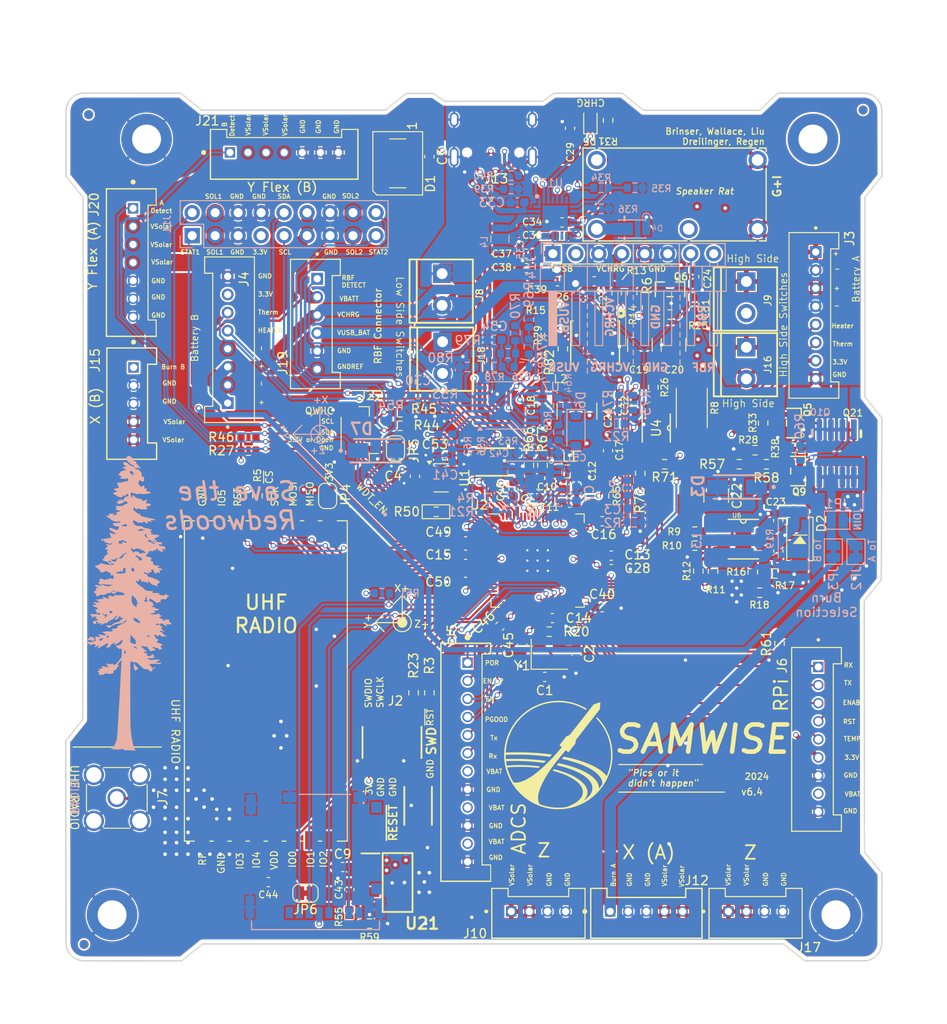
<source format=kicad_pcb>
(kicad_pcb (version 20241229) (generator "pcbnew") (generator_version "9.0")
  (title_block (title "PiCubed") (date "2025-04-04") (rev "6.4") (company "SSI"))
  (layers (0 "F.Cu" signal) (4 "In1.Cu" signal) (6 "In2.Cu" signal) (2 "B.Cu" signal) (13 "F.Paste" user) (15 "B.Paste" user) (5 "F.SilkS" user "F.Silkscreen") (7 "B.SilkS" user "B.Silkscreen") (1 "F.Mask" user) (3 "B.Mask" user) (25 "Edge.Cuts" user))
  (net 0 "")
  (net 1 "GND")
  (net 2 "3.3V")
  (net 3 "RPI_UART_TO_PI")
  (net 4 "SWCLK")
  (net 5 "SWDIO")
  (net 6 "~{RESET}")
  (net 7 "VSOLAR")
  (net 8 "VBATT")
  (net 9 "USB_D+")
  (net 10 "USB_D-")
  (net 12 "BURN_RELAY_A")
  (net 13 "Net-(C30-Pad2)")
  (net 14 "Net-(C30-Pad1)")
  (net 16 "/Burn Wires/VBURN_A_IN")
  (net 17 "Net-(U5-SW1)")
  (net 18 "Net-(U5-VBST)")
  (net 19 "/Avionics/XTAL1")
  (net 20 "/Avionics/XTAL2")
  (net 21 "/Avionics/BATTERY")
  (net 22 "Net-(D2-K)")
  (net 23 "Net-(D3-K)")
  (net 24 "Net-(U5-SS)")
  (net 25 "Net-(U5-VREG5)")
  (net 26 "Net-(U4-TIMER)")
  (net 27 "Net-(U17-PMID_1)")
  (net 28 "Net-(U17-SW_1)")
  (net 29 "Net-(R16-Pad2)")
  (net 30 "Net-(U17-BTST)")
  (net 31 "ADCS_Rx")
  (net 32 "~{FIXED_SOLAR_FAULT}")
  (net 33 "Net-(C2-Pad1)")
  (net 34 "Net-(U7B-+)")
  (net 35 "USB_CC2")
  (net 36 "USB_CC1")
  (net 37 "GNDREF")
  (net 38 "VBUS_IN")
  (net 39 "SCL")
  (net 40 "SDA")
  (net 41 "ADCS_Tx")
  (net 42 "VCHRG")
  (net 43 "ADCS_EN")
  (net 44 "RPI_UART_FROM_PI")
  (net 45 "MPPT_STAT_1")
  (net 47 "Net-(J22-Pin_2)")
  (net 48 "Net-(Q6-C)")
  (net 49 "Net-(D5-A)")
  (net 51 "SD_CS")
  (net 55 "RPI_RST")
  (net 56 "RPI_TEMP")
  (net 59 "Net-(U6-SENSE)")
  (net 60 "RPI_ENAB")
  (net 61 "+1V1")
  (net 62 "Net-(U2-VREG_AVDD)")
  (net 63 "Net-(D6-K)")
  (net 64 "SCL_PWR")
  (net 65 "Net-(Q5-G)")
  (net 66 "SDA_PWR")
  (net 67 "Net-(Q21-Gate)")
  (net 68 "Net-(D6-A)")
  (net 69 "STAT")
  (net 70 "/Power/REGN")
  (net 71 "ENAB_RF")
  (net 72 "RF_5V")
  (net 73 "/Avionics/NEOPIXEL")
  (net 74 "SD_SCK")
  (net 75 "VBATT_SENSE")
  (net 76 "SD_MISO")
  (net 77 "SD_MOSI")
  (net 78 "ADCS_PGOOD")
  (net 79 "ADCS_POR")
  (net 80 "RBF_DETECT")
  (net 81 "Net-(U2-VREG_LX)")
  (net 82 "unconnected-(U1-EN-Pad3)")
  (net 83 "Net-(SW1-P)")
  (net 84 "/Avionics/RUN")
  (net 85 "Net-(U6-VIN_REG)")
  (net 86 "/Connectors/VSOLAR_DEPL1")
  (net 87 "Net-(U5-VFB)")
  (net 88 "Net-(U5-PG)")
  (net 89 "Net-(U6-VFB)")
  (net 90 "Net-(U4-ON)")
  (net 91 "Net-(U17-TS)")
  (net 92 "Net-(U17-ILIM)")
  (net 93 "/Avionics/FLASH_CS")
  (net 94 "SENSE_THERM_A")
  (net 95 "BAT_HEATER_A")
  (net 96 "~{MPPT_SHDN_1}")
  (net 97 "/Connectors/VSOLAR_DEPL2")
  (net 98 "Net-(U21-SENSE{slash}ADJ)")
  (net 99 "Net-(SW2-P)")
  (net 100 "3V3_RESET")
  (net 101 "SENSE_THERM_B")
  (net 107 "~{FIXED_SOLAR_CHRG}")
  (net 111 "/Burn Wires/BURN_AOUT")
  (net 112 "Net-(Q6-B)")
  (net 113 "BAT_HEATER_B")
  (net 114 "MPPT_STAT_2")
  (net 115 "~{MPPT_SHDN_2}")
  (net 116 "RF_CS")
  (net 117 "WATCHDOG_FEED")
  (net 118 "SCL_PWR2")
  (net 119 "Net-(U7A--)")
  (net 120 "Net-(R56-Pad1)")
  (net 121 "/Avionics/FLASH_IO2")
  (net 122 "SDA_PWR2")
  (net 127 "Net-(Q9-G)")
  (net 128 "Net-(Q10-Gate)")
  (net 129 "ENAB_BURN_A")
  (net 130 "ENAB_BURN_B")
  (net 131 "BURN_B")
  (net 132 "BURN_A")
  (net 133 "ADCS_EN_LP")
  (net 134 "/Burn Wires/BURN_BOUT")
  (net 135 "SideDeplyDetectA")
  (net 136 "/RF/RF_Vcc")
  (net 137 "SideDeplyDetectB")
  (net 138 "unconnected-(U23-GPIO_4-Pad4)")
  (net 139 "/RF/RF1_ANT")
  (net 140 "/RF/RF_3V3")
  (net 141 "/Avionics/FLASH_SCK")
  (net 142 "/Avionics/FLASH_MOSI")
  (net 143 "/Avionics/FLASH_MISO")
  (net 144 "/Avionics/FLASH_IO3")
  (net 145 "RF_IO0")
  (net 146 "RF_MOSI")
  (net 147 "RF_MISO")
  (net 148 "RF_SCK")
  (net 149 "RF_RST")
  (net 151 "Net-(R63-Pad1)")
  (net 152 "Net-(U7C-+)")
  (net 153 "/Power/VUSB_SYS")
  (net 154 "/Power/VUSB_BAT")
  (net 155 "/Avionics/USB_IC_D+")
  (net 156 "/Avionics/USB_IC_D-")
  (net 157 "Net-(R82-Pad1)")
  (net 158 "/Watchdog/WD_integrate")
  (net 159 "/Watchdog/WD_Vcc")
  (net 160 "/Watchdog/ref3")
  (net 161 "/Watchdog/ref4")
  (net 162 "/Watchdog/ref2")
  (net 163 "/Watchdog/ref1")
  (footprint "Resistor_SMD:R_0603_1608Metric" (layer "F.Cu") (at 178.816 91.694)
    (property "Reference" "R38")
    (property "Value" "100k")
  )
  (footprint "ssi_IC:PWP14_2P31X2P46-L" (layer "F.Cu") (at 156.8161 80.058096 -90)
    (property "Reference" "U5" (hide yes))
    (property "Value" "TPS54226PWPR" (hide yes))
  )
  (footprint "Capacitor_SMD:C_0603_1608Metric" (layer "F.Cu") (at 151 87 -90)
    (property "Reference" "C18")
    (property "Value" "22uF")
  )
  (footprint "Capacitor_SMD:C_0603_1608Metric" (layer "F.Cu") (at 158.25 92 90)
    (property "Reference" "C17")
    (property "Value" "22uF")
  )
  (footprint "Capacitor_SMD:C_0603_1608Metric" (layer "F.Cu") (at 158.1785 85.9155 90)
    (property "Reference" "C21")
    (property "Value" "0.1uF")
  )
  (footprint "Resistor_SMD:R_0603_1608Metric" (layer "F.Cu") (at 152.781 76.5175 180)
    (property "Reference" "R15")
    (property "Value" "100k")
  )
  (footprint "Capacitor_SMD:C_0603_1608Metric" (layer "F.Cu") (at 155.5115 75.057 180)
    (property "Reference" "C26")
    (property "Value" "3.3nF")
  )
  (footprint "ssi_transistor:SOT-23" (layer "F.Cu") (at 178.7871 88.948096 -90)
    (property "Reference" "Q5")
    (property "Value" "IRLML2803" (hide yes))
  )
  (footprint "Resistor_SMD:R_0603_1608Metric" (layer "F.Cu") (at 165.1 76.962)
    (property "Reference" "R25")
    (property "Value" "10k")
  )
  (footprint "ssi_transistor:DMP2040USS-13" (layer "F.Cu") (at 183.515 92.329 180)
    (property "Reference" "Q21")
    (property "Value" "DMP2040USS-13" (hide yes))
  )
  (footprint "MountingHole:MountingHole_3.2mm_M3_DIN965_Pad" (layer "F.Cu") (at 107.2361 57.5641)
    (property "Reference" "H1" (hide yes))
    (property "Value" "MountingHole_Pad")
  )
  (footprint "MountingHole:MountingHole_3.2mm_M3_DIN965_Pad" (layer "F.Cu") (at 103.4261 143.2941)
    (property "Reference" "H2" (hide yes))
    (property "Value" "MountingHole_Pad")
  )
  (footprint "MountingHole:MountingHole_3.2mm_M3_DIN965_Pad" (layer "F.Cu") (at 183.4261 143.2941)
    (property "Reference" "H3" (hide yes))
    (property "Value" "MountingHole_Pad")
  )
  (footprint "MountingHole:MountingHole_3.2mm_M3_DIN965_Pad" (layer "F.Cu") (at 180.8961 57.5641)
    (property "Reference" "H4" (hide yes))
    (property "Value" "MountingHole_Pad")
  )
  (footprint "Fiducial:Fiducial_1mm_Mask2mm" (layer "F.Cu") (at 100.33 146.558)
    (property "Reference" "REF1T" (hide yes))
    (property "Value" "Fiducial_1mm_Mask2mm")
  )
  (footprint "ssi_relay:Relay_PE014006" (layer "F.Cu") (at 165.5979 63.69 90)
    (property "Reference" "U16" (hide yes))
    (property "Value" "PE014006" (hide yes))
  )
  (footprint "Capacitor_SMD:C_0603_1608Metric" (layer "F.Cu") (at 154.051 56.368 90)
    (property "Reference" "C29")
    (property "Value" "4.7uF")
  )
  (footprint "Resistor_SMD:R_0603_1608Metric" (layer "F.Cu") (at 158.2547 55.499 -90)
    (property "Reference" "R31")
    (property "Value" "10k")
  )
  (footprint "Capacitor_SMD:C_0603_1608Metric" (layer "F.Cu") (at 153.162 66.7766 180)
    (property "Reference" "C34")
    (property "Value" "4.7uF")
  )
  (footprint "Capacitor_SMD:C_0603_1608Metric" (layer "F.Cu") (at 149.225 71.8185)
    (property "Reference" "C38")
    (property "Value" "22uF")
  )
  (footprint "Resistor_SMD:R_0603_1608Metric" (layer "F.Cu") (at 159.1945 74.549 -90)
    (property "Reference" "R13")
    (property "Value" "73.2k")
  )
  (footprint "Capacitor_SMD:C_0603_1608Metric" (layer "F.Cu") (at 152.654 73.279)
    (property "Reference" "C39")
    (property "Value" "10uF")
  )
  (footprint "ssi_connector:SMA_Amphenol_901-144_horizontal" (layer "F.Cu") (at 103.9495 130.3655 -90)
    (property "Reference" "J7")
    (property "Value" "Amphenol_901-144")
  )
  (footprint "Resistor_SMD:R_0603_1608Metric" (layer "F.Cu") (at 119.5 97 -90)
    (property "Reference" "R5")
    (property "Value" "10k")
  )
  (footprint "Capacitor_SMD:C_0603_1608Metric" (layer "F.Cu") (at 156.718 73.279 180)
    (property "Reference" "C27")
    (property "Value" "1uF")
  )
  (footprint "Capacitor_SMD:C_0603_1608Metric" (layer "F.Cu") (at 149.187 70.231)
    (property "Reference" "C37")
    (property "Value" "22uF")
  )
  (footprint "Resistor_SMD:R_0603_1608Metric" (layer "F.Cu") (at 151.75 79.25 -90)
    (property "Reference" "R29")
    (property "Value" "10k")
  )
  (footprint "ssi_connector:1985807" (layer "F.Cu") (at 173.5328 80.5722 -90)
    (property "Reference" "J16")
    (property "Value" "1985807")
  )
  (footprint "Resistor_SMD:R_0603_1608Metric" (layer "F.Cu") (at 160.909 74.549 90)
    (property "Reference" "R14")
    (property "Value" "22.1k")
  )
  (footprint "LED_SMD:LED_0603_1608Metric" (layer "F.Cu") (at 156.2935 55.499 90)
    (property "Reference" "D5")
    (property "Value" "GREEN LED")
  )
  (footprint "Resistor_SMD:R_2512_6332Metric" (layer "F.Cu") (at 167.5 87.275 -90)
    (property "Reference" "R8")
    (property "Value" "0.02")
  )
  (footprint "ssi_inductor:L_2141" (layer "F.Cu") (at 154.813 87.63 -90)
    (property "Reference" "L2")
    (property "Value" "3.3uH")
  )
  (footprint "ssi_transistor:SOT-23" (layer "F.Cu") (at 165.1 74.168)
    (property "Reference" "Q6")
    (property "Value" "MMBT2222A-TP" (hide yes))
  )
  (footprint "ssi_connector:1985807" (layer "F.Cu") (at 139.954 79.9592 -90)
    (property "Reference" "J18")
    (property "Value" "1985807")
  )
  (footprint "Resistor_SMD:R_0603_1608Metric" (layer "F.Cu") (at 174.498 91.948 180)
    (property "Reference" "R28")
    (property "Value" "10k")
  )
  (footprint "Resistor_SMD:R_0603_1608Metric" (layer "F.Cu") (at 175.387 88.948096 -90)
    (property "Reference" "R33")
    (property "Value" "3.3k")
  )
  (footprint "Capacitor_SMD:C_1210_3225Metric" (layer "F.Cu") (at 161.7691 80.312096 90)
    (property "Reference" "C19")
    (property "Value" "10uF")
  )
  (footprint "Capacitor_SMD:C_1210_3225Metric" (layer "F.Cu") (at 165.481 80.312096 90)
    (property "Reference" "C20")
    (property "Value" "10uF")
  )
  (footprint "Capacitor_SMD:C_0603_1608Metric" (layer "F.Cu") (at 167.767 72.771 -90)
    (property "Reference" "C24")
    (property "Value" "0.1uF")
  )
  (footprint "Resistor_SMD:R_0603_1608Metric" (layer "F.Cu") (at 163.25 85 -90)
    (property "Reference" "R26")
    (property "Value" "1k")
  )
  (footprint "ssi_IC:ADM1176-1ARMZ-R7" (layer "F.Cu") (at 163.576 89.5 -90)
    (property "Reference" "U4")
    (property "Value" "ADM1176-1ARMZ-R7" (hide yes))
  )
  (footprint "Resistor_SMD:R_0603_1608Metric" (layer "F.Cu") (at 129.649937 143.530948 -90)
    (property "Reference" "R55")
    (property "Value" "10k")
  )
  (footprint "Capacitor_SMD:C_0603_1608Metric" (layer "F.Cu") (at 167.767 75.819 90)
    (property "Reference" "C31")
    (property "Value" "22uF")
  )
  (footprint "ssi_IC:TPS7A4501DCQT" (layer "F.Cu") (at 134.983937 139.720948)
    (property "Reference" "U21")
    (property "Value" "TPS7A4501DCQT" (hide yes))
  )
  (footprint "Capacitor_SMD:C_0603_1608Metric" (layer "F.Cu") (at 120.7008 139.6746)
    (property "Reference" "C44")
    (property "Value" "10uF")
  )
  (footprint "Resistor_SMD:R_0603_1608Metric" (layer "F.Cu") (at 131.883937 144.258948)
    (property "Reference" "R59")
    (property "Value" "3.3k")
  )
  (footprint "Capacitor_SMD:C_0603_1608Metric" (layer "F.Cu") (at 129.649937 140.482948 -90)
    (property "Reference" "C43")
    (property "Value" "10uF")
  )
  (footprint "Capacitor_SMD:C_0603_1608Metric" (layer "F.Cu") (at 153.162 68.25)
    (property "Reference" "C36")
    (property "Value" "47nF")
  )
  (footprint "Capacitor_SMD:C_0603_1608Metric" (layer "F.Cu") (at 161.35 87 90)
    (property "Reference" "C32")
    (property "Value" "3.3nF")
  )
  (footprint "ssi_connector:USB_C_Receptacle_XKB_U262-161N-4BVC11" (layer "F.Cu") (at 146.052 55.018 180)
    (property "Reference" "J13")
    (property "Value" "USB_C_pycubed")
  )
  (footprint "ssi_connector:1985807" (layer "F.Cu") (at 139.9032 72.4408 -90)
    (property "Reference" "J8")
    (property "Value" "1985807")
  )
  (footprint "ssi_connector:1985807" (layer "F.Cu") (at 173.5328 73.3078 -90)
    (property "Reference" "J9")
    (property "Value" "1985807")
  )
  (footprint "Resistor_SMD:R_0603_1608Metric" (layer "F.Cu") (at 176.7078 105.567481 180)
    (property "Reference" "R17")
    (property "Value" "510k" (hide yes))
  )
  (footprint "Resistor_SMD:R_0603_1608Metric" (layer "F.Cu") (at 161.8 94.5 90)
    (property "Reference" "R72")
    (property "Value" "10k")
  )
  (footprint "Capacitor_SMD:C_0603_1608Metric" (layer "F.Cu") (at 146.3 111.4 -135)
    (property "Reference" "C46")
    (property "Value" "0.1uF")
  )
  (footprint "Capacitor_SMD:C_0603_1608Metric" (layer "F.Cu") (at 158.6 105.1)
    (property "Reference" "C28")
    (property "Value" "0.1uF")
  )
  (footprint "Resistor_SMD:R_0603_1608Metric" (layer "F.Cu") (at 168.2242 105.313481 -90)
    (property "Reference" "R12")
    (property "Value" "100k" (hide yes))
  )
  (footprint "Capacitor_SMD:C_0603_1608Metric" (layer "F.Cu") (at 151.25 117)
    (property "Reference" "C1")
    (property "Value" "15pF")
  )
  (footprint "Resistor_SMD:R_0603_1608Metric" (layer "F.Cu") (at 135.25 89.25 180)
    (property "Reference" "R44")
    (property "Value" "10k")
  )
  (footprint "Fiducial:Fiducial_1mm_Mask2mm" (layer "F.Cu") (at 186.436 54.356)
    (property "Reference" "REF3T" (hide yes))
    (property "Value" "Fiducial_1mm_Mask2mm")
  )
  (footprint "Capacitor_SMD:C_0603_1608Metric" (layer "F.Cu") (at 142.5 103.5 180)
    (property "Reference" "C15")
    (property "Value" "4.7uF")
  )
  (footprint "Resistor_SMD:R_0603_1608Metric" (layer "F.Cu") (at 149.5 93.6 90)
    (property "Reference" "R66")
    (property "Value" "27")
  )
  (footprint "Resistor_SMD:R_0603_1608Metric" (layer "F.Cu") (at 177.2 113.3 -90)
    (property "Reference" "R61")
    (property "Value" "100k")
  )
  (footprint "ssi_IC:MSOP-12_MSE" (layer "F.Cu") (at 173.2026 101.7778)
    (property "Reference" "U6")
    (property "Value" "LT3652HVIMSE#PBF")
  )
  (footprint "Capacitor_SMD:C_0603_1608Metric" (layer "F.Cu") (at 148.75 113.5 -90)
    (property "Reference" "C45")
    (property "Value" "0.1uF")
  )
  (footprint "Resistor_SMD:R_0603_1608Metric" (layer "F.Cu") (at 139.25 98.75 180)
    (property "Reference" "R50")
    (property "Value" "0")
  )
  (footprint "Capacitor_SMD:C_0603_1608Metric" (layer "F.Cu") (at 142.5 101 180)
    (property "Reference" "C49")
    (property "Value" "0.1uF")
  )
  (footprint "Capacitor_SMD:C_0603_1608Metric" (layer "F.Cu") (at 154 96.25)
    (property "Reference" "C10")
    (property "Value" "4.7uF")
  )
  (footprint "Capacitor_SMD:C_0603_1608Metric" (layer "F.Cu") (at 142.5 106.5 180)
    (property "Reference" "C50")
    (property "Value" "0.1uF")
  )
  (footprint "Capacitor_SMD:C_0603_1608Metric" (layer "F.Cu") (at 136.9 94.825 -90)
    (property "Reference" "C4")
    (property "Value" "1uF")
  )
  (footprint "Capacitor_SMD:C_0603_1608Metric" (layer "F.Cu") (at 157.6 109.3)
    (property "Reference" "C40")
    (property "Value" "0.1uF")
  )
  (footprint "ssi_diode:DO-214AC" (layer "F.Cu") (at 179.451 101.759 -90)
    (property "Reference" "D2")
    (property "Value" "CDBA240LL")
  )
  (footprint "Capacitor_SMD:C_0603_1608Metric" (layer "F.Cu") (at 152.1 110.5)
    (property "Reference" "C14")
    (property "Value" "0.1uF")
  )
  (footprint "Resistor_SMD:R_0603_1608Metric" (layer "F.Cu") (at 162.56 76.2 90)
    (property "Reference" "R6")
    (property "Value" "1k")
  )
  (footprint "Capacitor_SMD:C_0603_1608Metric" (layer "F.Cu") (at 156.3 97 90)
    (property "Reference" "C12")
    (property "Value" "4.7uF")
  )
  (footprint "LED_SMD:LED_WS2812B_PLCC4_5.0x5.0mm_P3.2mm" (layer "F.Cu") (at 135 60.25 -90)
    (property "Reference" "D1")
    (property "Value" "1655")
  )
  (footprint "Capacitor_SMD:C_0603_1608Metric" (layer "F.Cu") (at 128.908937 138.008948)
    (property "Reference" "C9")
    (property "Value" "10uF")
  )
  (footprint "ssi_inductor:polarized" (layer "F.Cu") (at 153.75 94.2975)
    (property "Reference" "L1")
    (property "Value" "3.3uH")
  )
  (footprint "Capacitor_SMD:C_0603_1608Metric" (layer "F.Cu") (at 177.0634 99.725481 90)
    (property "Reference" "C23")
    (property "Value" "1uF" (hide yes))
  )
  (footprint "Resistor_SMD:R_0603_1608Metric" (layer "F.Cu") (at 169.8498 105.313481 -90)
    (property "Reference" "R11")
    (property "Value" "100k" (hide yes))
  )
  (footprint "ssi_IC:RP2350-QFN-80-1EP_10x10_P0.4mm_EP3.4x3.4mm_ThermalVias" (layer "F.Cu") (at 150.46 104.143333)
    (property "Reference" "U2")
    (property "Value" "RP2350_80QFN")
  )
  (footprint "Jumper:SolderJumper-2_P1.3mm_Open_RoundedPad1.0x1.5mm" (layer "F.Cu") (at 134.75 91.75 -90)
    (property "Reference" "JP5")
    (property "Value" "QWIIC supply")
  )
  (footprint "ssi_connector:SAMTEC_FTSH-105-01-L-DV-007" (layer "F.Cu") (at 134.365 124.245)
    (property "Reference" "J2")
    (property "Value" "Conn_ARM_JTAG_SWD_10")
  )
  (footprint "Crystal:Crystal_SMD_3225-4Pin_3.2x2.5mm" (layer "F.Cu") (at 151.75 114.5)
    (property "Reference" "Y1")
    (property "Value" "ABM8-272-T3")
  )
  (footprint "ssi_IC:RFM98PW" (layer "F.Cu") (at 120.42 117.45 -90)
    (property "Reference" "U23" (hide yes))
    (property "Value" "RFM98PW" (hide yes))
  )
  (footprint "ssi_switch:BTN_KMR2_4.6X2.8" (layer "F.Cu") (at 145.75 93.25 180)
    (property "Reference" "SW2" (hide yes))
    (property "Value" "KMR231NG LFS" (hide yes))
  )
  (footprint "Resistor_SMD:R_0603_1608Metric" (layer "F.Cu") (at 175.75 93.5 180)
    (property "Reference" "R58")
    (property "Value" "3.3k")
  )
  (footprint "Connector_JST:JST_SH_BM04B-SRSS-TB_1x04-1MP_P1.00mm_Vertical" (layer "F.Cu") (at 130.75 90.25 90)
    (property "Reference" "J22")
    (property "Value" "QWIIC")
  )
  (footprint "Resistor_SMD:R_0603_1608Metric" (layer "F.Cu") (at 135.25 87.75 180)
    (property "Reference" "R45")
    (property "Value" "10k")
  )
  (footprint "Resistor_SMD:R_0603_1608Metric" (layer "F.Cu") (at 172.75 93.5 180)
    (property "Reference" "R57")
    (property "Value" "10k")
  )
  (footprint "ssi_connector:Molex_35362-0550" (layer "F.Cu") (at 158.484001 142.92 180)
    (property "Reference" "J12")
    (property "Value" "35362-0550")
  )
  (footprint "Fiducial:Fiducial_1mm_Mask2mm" (layer "F.Cu") (at 100.838 54.864 90)
    (property "Reference" "REF2T" (hide yes))
    (property "Value" "Fiducial_1mm_Mask2mm")
  )
  (footprint "Resistor_SMD:R_0603_1608Metric" (layer "F.Cu") (at 175.006 107.696)
    (property "Reference" "R18")
    (property "Value" "330k" (hide yes))
  )
  (footprint "Resistor_SMD:R_0603_1608Metric" (layer "F.Cu") (at 138.5 118.75 90)
    (property "Reference" "R3")
    (property "Value" "1k")
  )
  (footprint "ssi_connector:Molex_35362-0550" (layer "F.Cu") (at 105.8 82.799999 90)
    (property "Reference" "J15")
    (property "Value" "35362-0550")
  )
  (footprint "Resistor_SMD:R_0603_1608Metric" (layer "F.Cu") (at 167.84 100.95)
    (property "Reference" "R9")
    (property "Value" "121k")
  )
  (footprint "Jumper:SolderJumper-2_P1.3mm_Open_RoundedPad1.0x1.5mm" (layer "F.Cu") (at 127.25 97 90)
    (property "Reference" "JP4")
    (property "Value" "3.3V EN")
  )
  (footprint "Resistor_SMD:R_0603_1608Metric" (layer "F.Cu") (at 118.5 90.5)
    (property "Reference" "R46")
    (property "Value" "100k")
  )
  (footprint "Resistor_SMD:R_0603_1608Metric" (layer "F.Cu") (at 167.84 102.49 180)
    (property "Reference" "R10")
    (property "Value" "20k")
  )
  (footprint "ssi_connector:Molex_35362-0850" (layer "F.Cu") (at 181.2 70.050001 90)
    (property "Reference" "J3")
    (property "Value" "35362-0850" (hide yes))
  )
  (footprint "ssi_connector:Molex_35362-1250" (layer "F.Cu") (at 142.72 115.43 90)
    (property "Reference" "J5")
    (property "Value" "35362-1250")
  )
  (footprint "Resistor_SMD:R_0603_1608Metric" (layer "F.Cu") (at 153.25 80.75 90)
    (property "Reference" "R82")
    (property "Value" "0")
  )
  (footprint "ssi_connector:Molex_35362-0450" (layer "F.Cu") (at 147.55 142.92 180)
    (property "Reference" "J10")
    (property "Value" "35362-0450")
  )
  (footprint "Capacitor_SMD:C_0603_1608Metric" (layer "F.Cu") (at 147.8 96.25 90)
    (property "Reference" "C48")
    (property "Value" "0.1uF")
  )
  (footprint "Capacitor_SMD:C_0603_1608Metric" (layer "F.Cu") (at 177.0634 103.078281 90)
    (property "Reference" "C25" (hide yes))
    (property "Value" "10uF" (hide yes))
  )
  (footprint "ssi_connector:Molex_35362-0650" (layer "F.Cu") (at 126.1 73 90)
    (property "Reference" "J19")
    (property "Value" "35362-0650")
  )
  (footprint "Resistor_SMD:R_0603_1608Metric" (layer "F.Cu") (at 164.5 93.5 180)
    (property "Reference" "R71")
    (property "Value" "10k")
  )
  (footprint "Capacitor_SMD:C_0603_1608Metric" (layer "F.Cu") (at 158.6 103.6)
    (property "Reference" "C13")
    (property "Value" "0.1uF")
  )
  (footprint "Capacitor_SMD:C_0603_1608Metric" (layer "F.Cu") (at 138.5 59.5 -90)
    (property "Reference" "C5")
    (property "Value" "0.1uF")
  )
  (footprint "ssi_drawings:logo_SSI_medium" (layer "F.Cu") (at 152.624473 127.344051)
    (property "Reference" "G***" (hide yes))
    (property "Value" "logo_SSI_medium" (hide yes))
  )
  (footprint "Package_TO_SOT_SMD:SOT-23-5" (layer "F.Cu") (at 139.8 95)
    (property "Reference" "U1")
    (property "Value" "TPS70960DBVR")
  )
  (footprint "Capacitor_SMD:C_0603_1608Metric" (layer "F.Cu") (at 150.1 96.7 135)
    (property "Reference" "C47")
    (property "Value" "0.1uF")
  )
  (footprint "ssi_switch:BTN_KMR2_4.6X2.8" (layer "F.Cu") (at 137.25 131.25 -90)
    (property "Reference" "SW1" (hide yes))
    (property "Value" "KMR231NG LFS" (hide yes))
  )
  (footprint "Capacitor_SMD:C_0603_1608Metric" (layer "F.Cu") (at 154.75 114.5 -90)
    (property "Reference" "C2")
    (property "Value" "15pF")
  )
  (footprint "Resistor_SMD:R_0603_1608Metric" (layer "F.Cu") (at 118.5 92)
    (property "Reference" "R27")
    (property "Value" "100k")
  )
  (footprint "Capacitor_SMD:C_0603_1608Metric" (layer "F.Cu") (at 140.1625 92.5 180)
    (property "Reference" "C53")
    (property "Value" "2.2uF")
  )
  (footprint "Resistor_SMD:R_0603_1608Metric" (layer "F.Cu") (at 151 93.6 90)
    (property "Reference" "R67")
    (property "Value" "27")
  )
  (footprint "Capacitor_SMD:C_0603_1608Metric" (layer "F.Cu") (at 157.6 99.8)
    (property "Reference" "C16")
    (property "Value" "0.1uF")
  )
  (footprint "ssi_connector:Molex_35362-0850" (layer "F.Cu") (at 116.205 86.739999 -90)
    (property "Reference" "J4")
    (property "Value" "35362-0850" (hide yes))
  )
  (footprint "ssi_connector:Molex_35362-0750" (layer "F.Cu") (at 105.75 65.214001 90)
    (property "Reference" "J20")
    (property "Value" "35362-0750")
  )
  (footprint "Jumper:SolderJumper-2_P1.3mm_Bridged_RoundedPad1.0x1.5mm" (layer "F.Cu") (at 124.8 140.9 180)
    (property "Reference" "JP6")
    (property "Value" "Jumper_3_Bridged12")
  )
  (footprint "Capacitor_SMD:C_1210_3225Metric" (layer "F.Cu") (at 170.2 97 -90)
    (property "Reference" "C22")
    (property "Value" "10uF")
  )
  (footprint "ssi_connector:Molex_35362-0450" (layer "F.Cu") (at 171.55 142.92 180)
    (property "Reference" "J17")
    (property "Value" "35362-0450")
  )
  (footprint "Resistor_SMD:R_0603_1608Metric" (layer "F.Cu") (at 151.75 112 180)
    (property "Reference" "R20")
    (property "Value" "1k")
  )
  (footprint "Resistor_SMD:R_0603_1608Metric" (layer "F.Cu") (at 157.8 97 -90)
    (property "Reference" "R65")
    (property "Value" "33")
  )
  (footprint "ssi_connector:Molex_35362-0750" (layer "F.Cu") (at 116.450001 59.05 180)
    (property "Reference" "J21")
    (property "Value" "35362-0750")
  )
  (footprint "ssi_connector:Molex_35362-0950" (layer "F.Cu") (at 181.491 115.9 90)
    (property "Reference" "J6")
    (property "Value" "35362-0950")
  )
  (footprint "Resistor_SMD:R_0603_1608Metric" (layer "F.Cu") (at 174.244 105.41 -90)
    (property "Reference" "R16")
    (property "Value" "49.9k" (hide yes))
  )
  (footprint "ssi_transistor:SOT-23" (layer "F.Cu") (at 179.25 94.25 -90)
    (property "Reference" "Q9")
    (property "Value" "IRLML2803" (hide yes))
  )
  (footprint "Resistor_SMD:R_0603_1608Metric" (layer "F.Cu") (at 136.75 118.75 90)
    (property "Reference" "R23")
    (property "Value" "1k")
  )
  (footprint "Capacitor_SMD:C_0603_1608Metric" (layer "F.Cu") (at 154 97.75)
    (property "Reference" "C11")
    (property "Value" "4.7uF")
  )
  (footprint "ssi_connector:Molex_503182-1852" (layer "B.Cu") (at 125.91 137.325)
    (property "Reference" "J1" (hide yes))
    (property "Value" "503182-1852")
  )
  (footprint "Fiducial:Fiducial_1mm_Mask2mm" (layer "B.Cu") (at 186.436 54.356)
    (property "Reference" "REF1B" (hide yes))
    (property "Value" "Fiducial_1mm_Mask2mm")
  )
  (footprint "Resistor_SMD:R_0603_1608Metric" (layer "B.Cu") (at 147.525 61.6046)
    (property "Reference" "R40")
    (property "Value" "5.1k")
  )
  (footprint "ssi_IC:QFN50P400X400X100-25N-D" (layer "B.Cu") (at 152.4 66.294 -90)
    (property "Reference" "U17")
    (property "Value" "BQ25883RGER" (hide yes))
  )
  (footprint "Resistor_SMD:R_0603_1608Metric" (layer "B.Cu") (at 157.48 65.278 180)
    (property "Reference" "R36")
    (property "Value" "560")
  )
  (footprint "Capacitor_SMD:C_0603_1608Metric" (layer "B.Cu") (at 148.6662 67.125 90)
    (property "Reference" "C35")
    (property "Value" "10uF")
  )
  (footprint "Resistor_SMD:R_0603_1608Metric" (layer "B.Cu") (at 161.2138 62.9412 180)
    (property "Reference" "R35")
    (property "Value" "10k")
  )
  (footprint "Resistor_SMD:R_0603_1608Metric" (layer "B.Cu") (at 157.48 62.9412)
    (property "Reference" "R34")
    (property "Value" "10k")
  )
  (footprint "Resistor_SMD:R_0603_1608Metric" (layer "B.Cu") (at 147.525 63.075 180)
    (property "Reference" "R39")
    (property "Value" "5.1k")
  )
  (footprint "ssi_inductor:L_2510" (layer "B.Cu") (at 146.3 68.6 -90)
    (property "Reference" "L4")
    (property "Value" "1uH")
  )
  (footprint "ssi_diode:PWRDI-123" (layer "B.Cu") (at 160.911 67.5005)
    (property "Reference" "D4")
    (property "Value" "DFLS130L" (hide yes))
  )
  (footprint "Connector_PinHeader_2.54mm:PinHeader_1x08_P2.54mm_Horizontal" (layer "B.Cu") (at 152.146 70.231 -90)
    (property "Reference" "J14")
    (property "Value" "Conn_01x08_Horizontal")
  )
  (footprint "Resistor_SMD:R_0603_1608Metric" (layer "B.Cu") (at 133.25 107.75 180)
    (property "Reference" "R51")
    (property "Value" "10k")
  )
  (footprint "Resistor_SMD:R_0603_1608Metric" (layer "B.Cu") (at 161 86.7 90)
    (property "Reference" "R73")
    (property "Value" "10k")
  )
  (footprint "Fiducial:Fiducial_1mm_Mask2mm" (layer "B.Cu") (at 100.838 54.864)
    (property "Reference" "REF2B" (hide yes))
    (property "Value" "Fiducial_1mm_Mask2mm")
  )
  (footprint "Resistor_SMD:R_0603_1608Metric" (layer "B.Cu") (at 159.5 86.7 90)
    (property "Reference" "R74")
    (property "Value" "10k")
  )
  (footprint "Resistor_SMD:R_0603_1608Metric" (layer "B.Cu") (at 152.75 87 90)
    (property "Reference" "R64")
    (property "Value" "4.7M")
  )
  (footprint "Resistor_SMD:R_0603_1608Metric" (layer "B.Cu") (at 150 90.75)
    (property "Reference" "R63")
    (property "Value" "1k")
  )
  (footprint "Resistor_SMD:R_0603_1608Metric" (layer "B.Cu") (at 148.7 82.75 180)
    (property "Reference" "R76")
    (property "Value" "10k")
  )
  (footprint "Resistor_SMD:R_0603_1608Metric" (layer "B.Cu") (at 145.7 82.75 180)
    (property "Reference" "R78")
    (property "Value" "10k")
  )
  (footprint "Resistor_SMD:R_0603_1608Metric" (layer "B.Cu") (at 179.5 92.25 90)
    (property "Reference" "R60")
    (property "Value" "100k")
  )
  (footprint "Jumper:SolderJumper-2_P1.3mm_Bridged_Pad1.0x1.5mm" (layer "B.Cu") (at 183.15 103.15 -90)
    (property "Reference" "JP3")
    (property "Value" "Jumper_2_Bridged")
  )
  (footprint "Resistor_SMD:R_0603_1608Metric" (layer "B.Cu") (at 142.7 82.75 180)
    (property "Reference" "R80")
    (property "Value" "3k")
  )
  (footprint "Capacitor_SMD:C_0603_1608Metric" (layer "B.Cu") (at 145.7 79.75)
    (property "Reference" "C54")
    (property "Value" "10uF")
  )
  (footprint "Resistor_SMD:R_0603_1608Metric" (layer "B.Cu") (at 145 97.25)
    (property "Reference" "R4")
    (property "Value" "1k")
  )
  (footprint "Resistor_SMD:R_0603_1608Metric" (layer "B.Cu") (at 149.5 80.5 -90)
    (property "Reference" "R75")
    (property "Value" "100k")
  )
  (footprint "Resistor_SMD:R_0603_1608Metric" (layer "B.Cu") (at 160.4 96.1 -90)
    (property "Reference" "R1")
    (property "Value" "330k")
  )
  (footprint "Resistor_SMD:R_0603_1608Metric" (layer "B.Cu") (at 141.045 91 -90)
    (property "Reference" "R56")
    (property "Value" "1k")
  )
  (footprint "Resistor_SMD:R_0603_1608Metric" (layer "B.Cu") (at 161.165 99.9 180)
    (property "Reference" "R2")
    (property "Value" "110k")
  )
  (footprint "Capacitor_SMD:C_0603_1608Metric" (layer "B.Cu") (at 149 92.25)
    (property "Reference" "C42")
    (property "Value" "10uF")
  )
  (footprint "Resistor_SMD:R_0603_1608Metric" (layer "B.Cu") (at 159.2 89)
    (property "Reference" "R22")
    (property "Value" "10k")
  )
  (footprint "Capacitor_SMD:C_0603_1608Metric" (layer "B.Cu") (at 152 92.25 180)
    (property "Reference" "C51")
    (property "Value" "10uF")
  )
  (footprint "Capacitor_SMD:C_0603_1608Metric" (layer "B.Cu") (at 137.25 85.75)
    (property "Reference" "C30")
    (property "Value" "10uF")
  )
  (footprint "ssi_inductor:SDE06004A-680K" (layer "B.Cu") (at 171.6 101.9 -90)
    (property "Reference" "L3")
    (property "Value" "68uH")
  )
  (footprint "Resistor_SMD:R_0603_1608Metric" (layer "B.Cu") (at 137.25 87.25)
    (property "Reference" "R54")
    (property "Value" "10k")
  )
  (footprint "Jumper:SolderJumper-2_P1.3mm_Bridged_Pad1.0x1.5mm" (layer "B.Cu") (at 185.65 103.175 -90)
    (property "Reference" "JP2")
    (property "Value" "Jumper_2_Bridged")
  )
  (footprint "Fiducial:Fiducial_1mm_Mask2mm" (layer "B.Cu") (at 100.33 146.558)
    (property "Reference" "REF3B" (hide yes))
    (property "Value" "Fiducial_1mm_Mask2mm")
  )
  (footprint "ssi_diode:DIOM5226X262N" (layer "B.Cu") (at 172.5 96.012 180)
    (property "Reference" "D3")
    (property "Value" "CMSH1-40M" (hide yes))
  )
  (footprint "Resistor_SMD:R_0603_1608Metric" (layer "B.Cu") (at 139.5 91 90)
    (property "Reference" "R62")
    (property "Value" "100k")
  )
  (footprint "Resistor_SMD:R_0603_1608Metric" (layer "B.Cu") (at 140.25 87.25)
    (property "Reference" "R53")
    (property "Value" "10k")
  )
  (footprint "Capacitor_SMD:C_0603_1608Metric" (layer "B.Cu") (at 140.25 93.25)
    (property "Reference" "C41")
    (property "Value" "10uF")
  )
  (footprint "Resistor_SMD:R_0603_1608Metric" (layer "B.Cu") (at 144.2 81.25 180)
    (property "Reference" "R79")
    (property "Value" "3k")
  )
  (footprint "ssi_transistor:DMP2040USS-13" (layer "B.Cu") (at 183.5 92.25)
    (property "Reference" "Q10")
    (property "Value" "DMP2040USS-13" (hide yes))
  )
  (footprint "Resistor_SMD:R_0603_1608Metric" (layer "B.Cu") (at 149.5 77.5 -90)
    (property "Reference" "R69")
    (property "Value" "100k")
  )
  (footprint "Capacitor_SMD:C_0603_1608Metric" (layer "B.Cu") (at 148.225 64.575)
    (property "Reference" "C33")
    (property "Value" "1uF")
  )
  (footprint "Resistor_SMD:R_2512_6332Metric" (layer "B.Cu") (at 178.7652 101.727 -90)
    (property "Reference" "R19")
    (property "Value" "0.27" (hide yes))
  )
  (footprint "Package_SO:TSSOP-14_4.4x5mm_P0.65mm" (layer "B.Cu") (at 147 87)
    (property "Reference" "U7")
    (property "Value" "TLV1704")
  )
  (footprint "ssi_IC:SON127P600X500X90-9N" (layer "B.Cu") (at 150.135 95.655)
    (property "Reference" "U3")
    (property "Value" "MR25H40MDF")
  )
  (footprint "ssi_diode:DIOM5226X262N" (layer "B.Cu") (at 132.75 92)
    (property "Reference" "D7")
    (property "Value" "CMSH1-40M" (hide yes))
  )
  (footprint "Resistor_SMD:R_0603_1608Metric" (layer "B.Cu") (at 147.2 81.25 180)
    (property "Reference" "R77")
    (property "Value" "10k")
  )
  (footprint "Jumper:SolderJumper-2_P1.3mm_Open_Pad1.0x1.5mm" (layer "B.Cu") (at 183.575 99.675 180)
    (property "Reference" "JP1")
    (property "Value" "Jumper_2_Open")
  )
  (footprint "Resistor_SMD:R_0603_1608Metric" (layer "B.Cu") (at 152.75 90 -90)
    (property "Reference" "R68")
    (property "Value" "100k")
  )
  (footprint "Resistor_SMD:R_0603_1608Metric" (layer "B.Cu") (at 148 79 -90)
    (property "Reference" "R70")
    (property "Value" "100k")
  )
  (footprint "Connector_PinSocket_2.54mm:PinSocket_2x09_P2.54mm_Vertical" (layer "B.Cu") (at 112.28 68.24 -90)
    (property "Reference" "J11")
    (property "Value" "MPPT board")
  )
  (footprint "Resistor_SMD:R_0603_1608Metric" (layer "B.Cu") (at 145 98.75 180)
    (property "Reference" "R21")
    (property "Value" "10k")
  )
  (footprint "Diode_SMD:D_SOD-123" (layer "B.Cu") (at 154.7 89.8 -90)
    (property "Reference" "D6")
    (property "Value" "1N4151W-E3-08")
  )
  (footprint "Capacitor_SMD:C_0603_1608Metric" (layer "B.Cu") (at 154.75 96.75 90)
    (property "Reference" "C7")
    (property "Value" "0.1uF")
  )
  (footprint "Capacitor_SMD:C_0603_1608Metric" (layer "B.Cu") (at 161.2 98.4)
    (property "Reference" "C3")
    (property "Value" "0.1uF")
  )
  (footprint "ssi_drawings:redwood" (layer "B.Cu") (at 105.364931 108.802672 180)
    (property "Reference" "G***" (hide yes))
    (property "Value" "redwood" (hide yes))
  )
  (gr_line (start 166.116 69.088) (end 151.13 69.088) (stroke (width 0.127)) (layer "F.SilkS"))
  (gr_line (start 161.036 71.374) (end 161.036 69.088) (stroke (width 0.127)) (layer "F.SilkS"))
  (gr_line (start 155.956 71.374) (end 155.956 69.088) (stroke (width 0.127)) (layer "F.SilkS"))
  (gr_line (start 159.434473 129.732051) (end 171.118473 129.732051) (stroke (width 0.127)) (layer "F.SilkS"))
  (gr_circle (center 135.5 111) (end 136.5 111) (stroke (width 0.127)) (fill no) (layer "F.SilkS"))
  (gr_line (start 166.116 71.374) (end 166.116 69.088) (stroke (width 0.127)) (layer "F.SilkS"))
  (gr_line (start 135.5 111) (end 135.5 108) (stroke (width 0.127)) (layer "F.SilkS"))
  (gr_line (start 160.3 72.5) (end 159.8 73.1) (stroke (width 0.127)) (layer "F.SilkS"))
  (gr_line (start 151.13 71.374) (end 166.116 71.374) (stroke (width 0.127)) (layer "F.SilkS"))
  (gr_line (start 135.5 108) (end 134.5 109) (stroke (width 0.127)) (layer "F.SilkS"))
  (gr_line (start 151.13 69.088) (end 151.13 71.374) (stroke (width 0.127)) (layer "F.SilkS"))
  (gr_line (start 132.5 111) (end 133.5 110) (stroke (width 0.127)) (layer "F.SilkS"))
  (gr_line (start 140.75 99.512) (end 137.702 99.512) (stroke (width 0.127)) (layer "F.SilkS"))
  (gr_line (start 137.702 99.512) (end 137.702 97.988) (stroke (width 0.127)) (layer "F.SilkS"))
  (gr_circle (center 135.5 111) (end 136 111) (stroke (width 0.127)) (fill yes) (layer "F.SilkS"))
  (gr_line (start 140.75 97.988) (end 140.75 99.512) (stroke (width 0.127)) (layer "F.SilkS"))
  (gr_line (start 137.702 97.988) (end 140.75 97.988) (stroke (width 0.127)) (layer "F.SilkS"))
  (gr_line (start 135.5 108) (end 136.5 109) (stroke (width 0.127)) (layer "F.SilkS"))
  (gr_line (start 132.5 111) (end 133.5 112) (stroke (width 0.127)) (layer "F.SilkS"))
  (gr_line (start 99.125 124.75) (end 108.875 124.75) (stroke (width 0.127)) (layer "F.SilkS"))
  (gr_line (start 159.434473 126.684051) (end 168.705473 126.684051) (stroke (width 0.127)) (layer "F.SilkS"))
  (gr_line (start 135.5 111) (end 132.5 111) (stroke (width 0.127)) (layer "F.SilkS"))
  (gr_line (start 151.13 69.088) (end 151.13 71.374) (stroke (width 0.127)) (layer "B.SilkS"))
  (gr_line (start 166.116 71.374) (end 166.116 69.088) (stroke (width 0.127)) (layer "B.SilkS"))
  (gr_line (start 171.2 69.1) (end 151.13 69.138) (stroke (width 0.127)) (layer "B.SilkS"))
  (gr_line (start 155.956 79.883) (end 155.956 80.391) (stroke (width 0.127)) (layer "B.SilkS"))
  (gr_line (start 155.956 79.375) (end 155.956 78.867) (stroke (width 0.127)) (layer "B.SilkS"))
  (gr_line (start 155.956 77.851) (end 155.956 78.359) (stroke (width 0.127)) (layer "B.SilkS"))
  (gr_line (start 155.956 76.835) (end 155.956 77.343) (stroke (width 0.127)) (layer "B.SilkS"))
  (gr_line (start 155.956 74.803) (end 155.956 75.311) (stroke (width 0.127)) (layer "B.SilkS"))
  (gr_line (start 155.956 76.327) (end 155.956 75.819) (stroke (width 0.127)) (layer "B.SilkS"))
  (gr_line (start 155.956 81.407) (end 155.956 80.899) (stroke (width 0.127)) (layer "B.SilkS"))
  (gr_line (start 155.956 82.423) (end 155.956 81.915) (stroke (width 0.127)) (layer "B.SilkS"))
  (gr_line (start 155.956 83.439) (end 155.956 82.931) (stroke (width 0.127)) (layer "B.SilkS"))
  (gr_line (start 161.036 71.374) (end 161.036 69.088) (stroke (width 0.127)) (layer "B.SilkS"))
  (gr_line (start 161.036 77.851) (end 161.036 78.359) (stroke (width 0.127)) (layer "B.SilkS"))
  (gr_line (start 161.036 79.375) (end 161.036 78.867) (stroke (width 0.127)) (layer "B.SilkS"))
  (gr_line (start 161.036 79.883) (end 161.036 80.391) (stroke (width 0.127)) (layer "B.SilkS"))
  (gr_line (start 161.036 83.439) (end 161.036 82.931) (stroke (width 0.127)) (layer "B.SilkS"))
  (gr_line (start 161.036 82.423) (end 161.036 81.915) (stroke (width 0.127)) (layer "B.SilkS"))
  (gr_line (start 161.036 74.803) (end 161.036 75.311) (stroke (width 0.127)) (layer "B.SilkS"))
  (gr_line (start 161.036 76.835) (end 161.036 77.343) (stroke (width 0.127)) (layer "B.SilkS"))
  (gr_line (start 161.036 76.327) (end 161.036 75.819) (stroke (width 0.127)) (layer "B.SilkS"))
  (gr_line (start 161.036 81.407) (end 161.036 80.899) (stroke (width 0.127)) (layer "B.SilkS"))
  (gr_line (start 166.1995 76.365) (end 166.1995 75.857) (stroke (width 0.127)) (layer "B.SilkS"))
  (gr_line (start 124.4 91.19) (end 123.4 90.19) (stroke (width 0.127)) (layer "B.SilkS"))
  (gr_line (start 171.2 71.443) (end 171.2 69.1) (stroke (width 0.127)) (layer "B.SilkS"))
  (gr_line (start 166.1995 76.873) (end 166.1995 77.381) (stroke (width 0.127)) (layer "B.SilkS"))
  (gr_line (start 166.1995 74.841) (end 166.1995 75.349) (stroke (width 0.127)) (layer "B.SilkS"))
  (gr_line (start 166.1995 83.477) (end 166.1995 82.969) (stroke (width 0.127)) (layer "B.SilkS"))
  (gr_line (start 148.6 81.85) (end 150.3 82.15) (stroke (width 0.127)) (layer "B.SilkS"))
  (gr_circle (center 126.4 90.19) (end 125.4 90.19) (stroke (width 0.127)) (fill no) (layer "B.SilkS"))
  (gr_line (start 123.4 90.19) (end 126.4 90.19) (stroke (width 0.127)) (layer "B.SilkS"))
  (gr_line (start 125.69 89.48) (end 127.11 90.9) (stroke (width 0.127)) (layer "B.SilkS"))
  (gr_line (start 124.4 89.19) (end 123.4 90.19) (stroke (width 0.127)) (layer "B.SilkS"))
  (gr_line (start 166.1995 81.445) (end 166.1995 80.937) (stroke (width 0.127)) (layer "B.SilkS"))
  (gr_line (start 127.11 89.48) (end 125.69 90.9) (stroke (width 0.127)) (layer "B.SilkS"))
  (gr_line (start 166.1995 79.413) (end 166.1995 78.905) (stroke (width 0.127)) (layer "B.SilkS"))
  (gr_circle (center 133.604 99.06) (end 133.731 99.06) (stroke (width 0.2)) (fill no) (layer "B.SilkS"))
  (gr_line (start 166.1995 82.461) (end 166.1995 81.953) (stroke (width 0.127)) (layer "B.SilkS"))
  (gr_line (start 166.1995 77.889) (end 166.1995 78.397) (stroke (width 0.127)) (layer "B.SilkS"))
  (gr_line (start 155.956 69.088) (end 155.956 71.374) (stroke (width 0.127)) (layer "B.SilkS"))
  (gr_line (start 166.1995 79.921) (end 166.1995 80.429) (stroke (width 0.127)) (layer "B.SilkS"))
  (gr_line (start 126.4 87.19) (end 126.4 90.19) (stroke (width 0.127)) (layer "B.SilkS"))
  (gr_line (start 125.4 88.19) (end 126.4 87.19) (stroke (width 0.127)) (layer "B.SilkS"))
  (gr_line (start 127.4 88.19) (end 126.4 87.19) (stroke (width 0.127)) (layer "B.SilkS"))
  (gr_arc (start 98.3361 54.4891) (mid 98.921886 53.074886) (end 100.3361 52.4891) (stroke (width 0.15)) (layer "Edge.Cuts"))
  (gr_arc (start 100.3361 148.3741) (mid 98.921886 147.788314) (end 98.3361 146.3741) (stroke (width 0.15)) (layer "Edge.Cuts"))
  (gr_arc (start 188.5061 146.3741) (mid 187.920314 147.788314) (end 186.5061 148.3741) (stroke (width 0.15)) (layer "Edge.Cuts"))
  (gr_line (start 152.2761 52.499096) (end 151.0061 53.388096) (stroke (width 0.15)) (layer "Edge.Cuts"))
  (gr_line (start 140.2111 53.388096) (end 138.931103 52.5272) (stroke (width 0.15)) (layer "Edge.Cuts"))
  (gr_line (start 111.0016 52.4902) (end 100.3361 52.4891) (stroke (width 0.15)) (layer "Edge.Cuts"))
  (gr_arc (start 186.5061 52.4891) (mid 187.920314 53.074886) (end 188.5061 54.4891) (stroke (width 0.15)) (layer "Edge.Cuts"))
  (gr_line (start 159.8316 52.499096) (end 152.2761 52.499096) (stroke (width 0.15)) (layer "Edge.Cuts"))
  (gr_line (start 98.3002 124.0484) (end 98.3361 146.3741) (stroke (width 0.15)) (layer "Edge.Cuts"))
  (gr_line (start 151.0061 53.388096) (end 140.2111 53.388096) (stroke (width 0.15)) (layer "Edge.Cuts"))
  (gr_line (start 113.4364 146.5072) (end 111.0996 148.3868) (stroke (width 0.15)) (layer "Edge.Cuts"))
  (gr_line (start 188.5061 54.4891) (end 188.5188 61.6712) (stroke (width 0.15)) (layer "Edge.Cuts"))
  (gr_line (start 188.5188 88.392) (end 188.4426 106.2736) (stroke (width 0.15)) (layer "Edge.Cuts"))
  (gr_line (start 188.5188 138.684) (end 188.5061 146.3741) (stroke (width 0.15)) (layer "Edge.Cuts"))
  (gr_line (start 186.5061 148.3741) (end 179.9844 148.3741) (stroke (width 0.15)) (layer "Edge.Cuts"))
  (gr_line (start 111.0996 148.3868) (end 100.3361 148.3741) (stroke (width 0.15)) (layer "Edge.Cuts"))
  (gr_line (start 100.1798 121.7116) (end 100.23 64.008) (stroke (width 0.15)) (layer "Edge.Cuts"))
  (gr_line (start 175 54.3898) (end 177 52.4891) (stroke (width 0.15)) (layer "Edge.Cuts"))
  (gr_line (start 113.3384 54.3698) (end 133.604 54.3698) (stroke (width 0.15)) (layer "Edge.Cuts"))
  (gr_line (start 177.6283 146.5072) (end 113.4364 146.5072) (stroke (width 0.15)) (layer "Edge.Cuts"))
  (gr_line (start 98.3361 54.4891) (end 98.3302 61.6712) (stroke (width 0.15)) (layer "Edge.Cuts"))
  (gr_line (start 138.931103 52.5272) (end 135.9408 52.5272) (stroke (width 0.15)) (layer "Edge.Cuts"))
  (gr_line (start 186.563 108.6104) (end 188.4426 106.2736) (stroke (width 0.15)) (layer "Edge.Cuts"))
  (gr_line (start 162.1684 54.3898) (end 159.8316 52.499096) (stroke (width 0.15)) (layer "Edge.Cuts"))
  (gr_line (start 100.23 64.008) (end 98.3302 61.6712) (stroke (width 0.15)) (layer "Edge.Cuts"))
  (gr_line (start 133.604 54.3698) (end 135.9408 52.5272) (stroke (width 0.15)) (layer "Edge.Cuts"))
  (gr_line (start 186.5884 136.3472) (end 188.5188 138.684) (stroke (width 0.15)) (layer "Edge.Cuts"))
  (gr_line (start 186.6392 64.008) (end 188.5188 61.6712) (stroke (width 0.15)) (layer "Edge.Cuts"))
  (gr_line (start 100.1798 121.7116) (end 98.3002 124.0484) (stroke (width 0.15)) (layer "Edge.Cuts"))
  (gr_line (start 113.3384 54.3698) (end 111.0016 52.4902) (stroke (width 0.15)) (layer "Edge.Cuts"))
  (gr_line (start 186.6392 64.008) (end 186.6392 86.0552) (stroke (width 0.15)) (layer "Edge.Cuts"))
  (gr_line (start 177.6283 146.5072) (end 179.9844 148.3741) (stroke (width 0.15)) (layer "Edge.Cuts"))
  (gr_line (start 186.5061 52.4891) (end 177 52.4891) (stroke (width 0.15)) (layer "Edge.Cuts"))
  (gr_line (start 162.1684 54.3898) (end 175 54.3898) (stroke (width 0.15)) (layer "Edge.Cuts"))
  (gr_line (start 186.563 108.6104) (end 186.5884 136.3472) (stroke (width 0.15)) (layer "Edge.Cuts"))
  (gr_line (start 186.6392 86.0552) (end 188.5188 88.392) (stroke (width 0.15)) (layer "Edge.Cuts"))
  (gr_text "SWCLK" (at 133.46 120.5 90) (layer "F.SilkS") (effects (font (size 0.7112 0.7112) (thickness 0.12192)) (justify left bottom)))
  (gr_text "SWDIO" (at 132.18 120.5 90) (layer "F.SilkS") (effects (font (size 0.7112 0.7112) (thickness 0.12192)) (justify left bottom)))
  (gr_text "G+I" (at 177.44948 64.11214 90) (layer "F.SilkS") (effects (font (size 0.889 0.889) (thickness 0.2)) (justify left bottom)))
  (gr_text "~{RESET}" (at 135 131 90) (layer "F.SilkS") (effects (font (size 0.889 0.889) (thickness 0.1778)) (justify right bottom)))
  (gr_text "UHF\nRADIO" (at 120.4595 107.8357 0) (layer "F.SilkS") (effects (font (size 1.59258 1.59258) (thickness 0.25146)) (justify top)))
  (gr_text "Low Side Switches" (at 134.7724 78.3336 -90) (layer "F.SilkS") (effects (font (size 0.8 0.8) (thickness 0.1)) (justify bottom)))
  (gr_text "IO3" (at 118.01 136.32 90) (layer "F.SilkS") (effects (font (size 0.762 0.762) (thickness 0.12192)) (justify right bottom)))
  (gr_text "IO4" (at 119.8245 136.2075 90) (layer "F.SilkS") (effects (font (size 0.762 0.762) (thickness 0.12192)) (justify right bottom)))
  (gr_text "IO0" (at 123.82681 136.1313 90) (layer "F.SilkS") (effects (font (size 0.762 0.762) (thickness 0.12192)) (justify right bottom)))
  (gr_text "IO1" (at 125.826152 136.1313 90) (layer "F.SilkS") (effects (font (size 0.762 0.762) (thickness 0.12192)) (justify right bottom)))
  (gr_text "IO2" (at 127.25 136.125 90) (layer "F.SilkS") (effects (font (size 0.762 0.762) (thickness 0.12192)) (justify right bottom)))
  (gr_text "IO5" (at 116 98.25 90) (layer "F.SilkS") (effects (font (size 0.762 0.762) (thickness 0.12192)) (justify left bottom)))
  (gr_text "~{CS}" (at 121.25 95.75 90) (layer "F.SilkS") (effects (font (size 0.762 0.762) (thickness 0.12192)) (justify left bottom)))
  (gr_text "MISO" (at 125.75 98.25 90) (layer "F.SilkS") (effects (font (size 0.762 0.762) (thickness 0.12192)) (justify left bottom)))
  (gr_text "RST" (at 117.75 98.25 90) (layer "F.SilkS") (effects (font (size 0.762 0.762) (thickness 0.12192)) (justify left bottom)))
  (gr_text "MOSI" (at 123.8885 98.25 90) (layer "F.SilkS") (effects (font (size 0.762 0.762) (thickness 0.12192)) (justify left bottom)))
  (gr_text "SCK" (at 121.8565 98.25 90) (layer "F.SilkS") (effects (font (size 0.762 0.762) (thickness 0.12192)) (justify left bottom)))
  (gr_text "CHRG" (at 154.686 53.086 180) (layer "F.SilkS") (effects (font (size 0.77216 0.77216) (thickness 0.12192)) (justify right bottom)))
  (gr_text "UHF RADIO\n" (at 98.7425 134 -90) (layer "F.SilkS") (effects (font (size 0.889 0.889) (thickness 0.127)) (justify right bottom)))
  (gr_text "WDT_EN" (at 131.8 97.6 315) (layer "F.SilkS") (effects (font (size 0.77216 0.77216) (thickness 0.12192)) (justify bottom)))
  (gr_text "GND" (at 162.6235 72.263 0) (layer "F.SilkS") (effects (font (size 0.635 0.635) (thickness 0.127)) (justify left bottom)))
  (gr_text "VCHRG" (at 156.875238 72.263 0) (layer "F.SilkS") (effects (font (size 0.635 0.635) (thickness 0.127)) (justify left bottom)))
  (gr_text "VUSB" (at 151.8285 72.263 0) (layer "F.SilkS") (effects (font (size 0.635 0.635) (thickness 0.127)) (justify left bottom)))
  (gr_text "VDD" (at 121.793 136.0805 90) (layer "F.SilkS") (effects (font (size 0.762 0.762) (thickness 0.12192)) (justify right bottom)))
  (gr_text "GND" (at 115.93 136.35 90) (layer "F.SilkS") (effects (font (size 0.762 0.762) (thickness 0.12192)) (justify right bottom)))
  (gr_text "3V3" (at 127.8763 95.5 90) (layer "F.SilkS") (effects (font (size 0.762 0.762) (thickness 0.12192)) (justify left bottom)))
  (gr_text "GND" (at 113.8555 98.25 90) (layer "F.SilkS") (effects (font (size 0.762 0.762) (thickness 0.12192)) (justify left bottom)))
  (gr_text "UHF RADIO" (at 109.91 126.71 -90) (layer "F.SilkS") (effects (font (size 0.889 0.889) (thickness 0.127)) (justify right bottom)))
  (gr_text "X (A)" (at 162.74 137.26 0) (layer "F.SilkS") (effects (font (size 1.5 1.5) (thickness 0.2) (bold yes)) (justify bottom)))
  (gr_text "X (B)" (at 102.15 87.05 90) (layer "F.SilkS") (effects (font (size 1 1)) (justify bottom)))
  (gr_text "Y Flex (B)" (at 122.25 63.475 0) (layer "F.SilkS") (effects (font (size 1 1)) (justify bottom)))
  (gr_text "High Side Switches" (at 178.1 78.0796 90) (layer "F.SilkS") (effects (font (size 0.8 0.8) (thickness 0.1)) (justify bottom)))
  (gr_text "Battery A" (at 186.1 73.05 90) (layer "F.SilkS") (effects (font (size 0.75 0.75) (thickness 0.1)) (justify bottom)))
  (gr_text "+" (at 183.8 70.5 0) (layer "F.SilkS") (effects (font (size 0.5 0.5) (thickness 0.1)) (justify right bottom)))
  (gr_text "-" (at 183.15 75.75 180) (layer "F.SilkS") (effects (font (size 0.5 0.5) (thickness 0.1)) (justify right bottom)))
  (gr_text "Therm" (at 183 80.5 0) (layer "F.SilkS") (effects (font (size 0.5 0.5) (thickness 0.1)) (justify left bottom)))
  (gr_text "STAT2" (at 134 70.35 0) (layer "F.SilkS") (effects (font (size 0.5 0.5) (thickness 0.1)) (justify right bottom)))
  (gr_text "GND" (at 154.05 138.56 90) (layer "F.SilkS") (effects (font (size 0.5 0.5) (thickness 0.1)) (justify right bottom)))
  (gr_text "VSolar" (at 122.825 54.775 90) (layer "F.SilkS") (effects (font (size 0.5 0.5) (thickness 0.1)) (justify right bottom)))
  (gr_text "SOL2" (at 131.2 70.35 0) (layer "F.SilkS") (effects (font (size 0.5 0.5) (thickness 0.1)) (justify right bottom)))
  (gr_text "VCHRG" (at 128.25 77.25 0) (layer "F.SilkS") (effects (font (size 0.5 0.5) (thickness 0.1) (bold yes)) (justify left bottom)))
  (gr_text "Rx" (at 146.025 126.05 0) (layer "F.SilkS") (effects (font (size 0.5 0.5) (thickness 0.1)) (justify right bottom)))
  (gr_text "3.3V or Open" (at 127.93 91.07 0) (layer "F.SilkS") (effects (font (size 0.5 0.5) (thickness 0.1) (bold yes)) (justify right bottom)))
  (gr_text "GNDREF" (at 128.25 83 0) (layer "F.SilkS") (effects (font (size 0.5 0.5) (thickness 0.1) (bold yes)) (justify left bottom)))
  (gr_text "SDA" (at 128 90.25 0) (layer "F.SilkS") (effects (font (size 0.5 0.5) (thickness 0.1) (bold yes)) (justify right bottom)))
  (gr_text "VBAT" (at 186.21 130.25 0) (layer "F.SilkS") (effects (font (size 0.5 0.5) (thickness 0.1)) (justify right bottom)))
  (gr_text "VSolar" (at 120.69 54.73 90) (layer "F.SilkS") (effects (font (size 0.5 0.5) (thickness 0.1)) (justify right bottom)))
  (gr_text "SCL" (at 123.3 70.35 0) (layer "F.SilkS") (effects (font (size 0.5 0.5) (thickness 0.1)) (justify right bottom)))
  (gr_text "3.3V" (at 119.5 75 0) (layer "F.SilkS") (effects (font (size 0.5 0.5) (thickness 0.1)) (justify left bottom)))
  (gr_text "GND" (at 128.45 70.35 0) (layer "F.SilkS") (effects (font (size 0.5 0.5) (thickness 0.1)) (justify right bottom)))
  (gr_text "STAT1" (at 113.2 70.35 0) (layer "F.SilkS") (effects (font (size 0.5 0.5) (thickness 0.1)) (justify right bottom)))
  (gr_text "VSolar" (at 149.91 137.65 90) (layer "F.SilkS") (effects (font (size 0.5 0.5) (thickness 0.1)) (justify right bottom)))
  (gr_text "Heater" (at 184.17 78.5 0) (layer "F.SilkS") (effects (font (size 0.5 0.5) (thickness 0.1)) (justify bottom)))
  (gr_text "GND" (at 162.92 138.567142 90) (layer "F.SilkS") (effects (font (size 0.5 0.5) (thickness 0.1)) (justify right bottom)))
  (gr_text "SDA" (at 123.2 64.2 0) (layer "F.SilkS") (effects (font (size 0.5 0.5) (thickness 0.1)) (justify right bottom)))
  (gr_text "-" (at 120.200953 80.3104 90) (layer "F.SilkS") (effects (font (size 0.5 0.5) (thickness 0.1)) (justify right bottom)))
  (gr_text "GND" (at 119.5 73 0) (layer "F.SilkS") (effects (font (size 0.5 0.5) (thickness 0.1)) (justify left bottom)))
  (gr_text "Speaker Rat" (at 168.92 63.33 0) (layer "F.SilkS") (effects (font (size 0.7 0.7) (thickness 0.127) (italic yes))))
  (gr_text "Y Flex (A)" (at 101.85 70.45 90) (layer "F.SilkS") (effects (font (size 1 1)) (justify bottom)))
  (gr_text "Burn A" (at 159.14 137.58 90) (layer "F.SilkS") (effects (font (size 0.5 0.5) (thickness 0.1)) (justify right bottom)))
  (gr_text "v6.4" (at 172.884473 130.154051 0) (layer "F.SilkS") (effects (font (size 0.762 0.762) (thickness 0.127) (bold yes)) (justify left bottom)))
  (gr_text "Y+" (at 132.15 111.7 90) (layer "F.SilkS") (effects (font (size 0.762 0.762) (thickness 0.127) (bold yes)) (justify left bottom)))
  (gr_text "RBF Connector" (at 133.25 82.5 90) (layer "F.SilkS") (effects (font (size 0.75 0.75) (thickness 0.127)) (justify left bottom)))
  (gr_text "VSolar" (at 118.765 54.73 90) (layer "F.SilkS") (effects (font (size 0.5 0.5) (thickness 0.1)) (justify right bottom)))
  (gr_text "PGOOD" (at 147.25 122 0) (layer "F.SilkS") (effects (font (size 0.5 0.5) (thickness 0.1)) (justify right bottom)))
  (gr_text "Battery B" (at 113 79.55 90) (layer "F.SilkS") (effects (font (size 0.75 0.75) (thickness 0.1)) (justify bottom)))
  (gr_text "SWD" (at 139.31 125.75 90) (layer "F.SilkS") (effects (font (size 1 1) (thickness 0.2) (bold yes)) (justify left bottom)))
  (gr_text "EN_LP" (at 146.75 117.75 0) (layer "F.SilkS") (effects (font (size 0.5 0.5) (thickness 0.1)) (justify right bottom)))
  (gr_text "SCL" (at 128 89.05 0) (layer "F.SilkS") (effects (font (size 0.5 0.5) (thickness 0.1) (bold yes)) (justify right bottom)))
  (gr_text "VBAT" (at 144.75 127.75 0) (layer "F.SilkS") (effects (font (size 0.5 0.5) (thickness 0.1)) (justify left bottom)))
  (gr_text "Therm" (at 119.5 77 0) (layer "F.SilkS") (effects (font (size 0.5 0.5) (thickness 0.1)) (justify left bottom)))
  (gr_text "Brinser, Wallace, Liu\nDreilinger, Regen" (at 175.641 57.277 0) (layer "F.SilkS") (effects (font (size 0.7 0.7) (thickness 0.127)) (justify right)))
  (gr_text "SOL1" (at 115.8 70.35 0) (layer "F.SilkS") (effects (font (size 0.5 0.5) (thickness 0.1)) (justify right bottom)))
  (gr_text "GND" (at 144.75 129.75 0) (layer "F.SilkS") (effects (font (size 0.5 0.5) (thickness 0.1)) (justify left bottom)))
  (gr_text "VSolar" (at 110.11 69.53 0) (layer "F.SilkS") (effects (font (size 0.5 0.5) (thickness 0.1)) (justify right bottom)))
  (gr_text "VBATT" (at 128.5 75.5 0) (layer "F.SilkS") (effects (font (size 0.5 0.5) (thickness 0.1) (bold yes)) (justify left bottom)))
  (gr_text "GND" (at 134.88 128 90) (layer "F.SilkS") (effects (font (size 0.7112 0.7112) (thickness 0.12192)) (justify right bottom)))
  (gr_text "SOL2" (at 130.8 64.15 0) (layer "F.SilkS") (effects (font (size 0.5 0.5) (thickness 0.1)) (justify right bottom)))
  (gr_text "3V3" (at 132.26 128 90) (layer "F.SilkS") (effects (font (size 0.7112 0.7112) (thickness 0.12192)) (justify right bottom)))
  (gr_text "High Side" (at 174.25 71.25 0) (layer "F.SilkS") (effects (font (size 0.8 0.8) (thickness 0.1)) (justify bottom)))
  (gr_text "Detect" (at 110.12 65.78 0) (layer "F.SilkS") (effects (font (size 0.5 0.5) (thickness 0.1)) (justify right bottom)))
  (gr_text "3.3V" (at 183 82.5 0) (layer "F.SilkS") (effects (font (size 0.5 0.5) (thickness 0.1)) (justify left bottom)))
  (gr_text "HEATER" (at 119.5 79 0) (layer "F.SilkS") (effects (font (size 0.5 0.5) (thickness 0.1)) (justify left bottom)))
  (gr_text "RPi" (at 178.25 119 90) (layer "F.SilkS") (effects (font (size 1.5 1.5) (thickness 0.2)) (justify bottom)))
  (gr_text "TEMP" (at 186.26 124.13 0) (layer "F.SilkS") (effects (font (size 0.5 0.5) (thickness 0.1)) (justify right bottom)))
  (gr_text "B" (at 116.15 55.64 90) (layer "F.SilkS") (effects (font (size 0.5 0.5) (thickness 0.1)) (justify right bottom)))
  (gr_text "+" (at 120.200953 86.3048 90) (layer "F.SilkS") (effects (font (size 0.5 0.5) (thickness 0.1)) (justify right bottom)))
  (gr_text "GND" (at 160.91 138.567142 90) (layer "F.SilkS") (effects (font (size 0.5 0.5) (thickness 0.1)) (justify right bottom)))
  (gr_text "{dblquote}Pics or it\ndidn't happen{dblquote}" (at 160.354473 128.174051 0) (layer "F.SilkS") (effects (font (size 0.7 0.7) (thickness 0.127) (italic yes)) (justify left)))
  (gr_text "EN" (at 145.75 119.75 0) (layer "F.SilkS") (effects (font (size 0.5 0.5) (thickness 0.1)) (justify right bottom)))
  (gr_text "GND" (at 133.54 128 90) (layer "F.SilkS") (effects (font (size 0.7112 0.7112) (thickness 0.12192)) (justify right bottom)))
  (gr_text "Z" (at 151.16 137.05 0) (layer "F.SilkS") (effects (font (size 1.5 1.5) (thickness 0.2) (bold yes)) (justify bottom)))
  (gr_text "SAMWISE" (at 168.614473 123.894051 0) (layer "F.SilkS") (effects (font (size 3 3) (thickness 0.5) (italic yes))))
  (gr_text "GND" (at 185.89 128.16 0) (layer "F.SilkS") (effects (font (size 0.5 0.5) (thickness 0.1)) (justify right bottom)))
  (gr_text "VSolar" (at 110.11 67.52 0) (layer "F.SilkS") (effects (font (size 0.5 0.5) (thickness 0.1)) (justify right bottom)))
  (gr_text "VSolar" (at 147.9 137.65 90) (layer "F.SilkS") (effects (font (size 0.5 0.5) (thickness 0.1)) (justify right bottom)))
  (gr_text "VSolar" (at 111.45 91.1 0) (layer "F.SilkS") (effects (font (size 0.5 0.5) (thickness 0.1)) (justify right bottom)))
  (gr_text "Burn B" (at 111.542858 83.04 0) (layer "F.SilkS") (effects (font (size 0.5 0.5) (thickness 0.1)) (justify right bottom)))
  (gr_text "VSolar" (at 171.82 137.63 90) (layer "F.SilkS") (effects (font (size 0.5 0.5) (thickness 0.1)) (justify right bottom)))
  (gr_text "VBAT" (at 145 131.75 0) (layer "F.SilkS") (effects (font (size 0.5 0.5) (thickness 0.1)) (justify left bottom)))
  (gr_text "GND" (at 124.785 55.347858 90) (layer "F.SilkS") (effects (font (size 0.5 0.5) (thickness 0.1)) (justify right bottom)))
  (gr_text "SOL1" (at 115.65 64.2 0) (layer "F.SilkS") (effects (font (size 0.5 0.5) (thickness 0.1)) (justify right bottom)))
  (gr_text "GND" (at 126.53 55.37 90) (layer "F.SilkS") (effects (font (size 0.5 0.5) (thickness 0.1)) (justify right bottom)))
  (gr_text "RX" (at 185.369048 115.995715 0) (layer "F.SilkS") (effects (font (size 0.5 0.5) (thickness 0.1)) (justify right bottom)))
  (gr_text "GND" (at 110.592858 84.84 0) (layer "F.SilkS") (effects (font (size 0.5 0.5) (thickness 0.1)) (justify right bottom)))
  (gr_text "3.3V" (at 186.06 126.2 0) (layer "F.SilkS") (effects (font (size 0.5 0.5) (thickness 0.1)) (justify right bottom)))
  (gr_text "GND" (at 152.04 138.56 90) (layer "F.SilkS") (effects (font (size 0.5 0.5) (thickness 0.1)) (justify right bottom)))
  (gr_text "ENAB" (at 186.18 120.14 0) (layer "F.SilkS") (effects (font (size 0.5 0.5) (thickness 0.1)) (justify right bottom)))
  (gr_text "GND" (at 110.592858 86.85 0) (layer "F.SilkS") (effects (font (size 0.5 0.5) (thickness 0.1)) (justify right bottom)))
  (gr_text "VSolar" (at 166.69 137.78 90) (layer "F.SilkS") (effects (font (size 0.5 0.5) (thickness 0.1)) (justify right bottom)))
  (gr_text "ADCS" (at 149.25 133.75 90) (layer "F.SilkS") (effects (font (size 1.5 1.5) (thickness 0.2)) (justify bottom)))
  (gr_text "Z" (at 173.97 137.29 0) (layer "F.SilkS") (effects (font (size 1.5 1.5) (thickness 0.2) (bold yes)) (justify bottom)))
  (gr_text "GND" (at 145 133.75 0) (layer "F.SilkS") (effects (font (size 0.5 0.5) (thickness 0.1)) (justify left bottom)))
  (gr_text "VSolar" (at 109.05 89.1 0) (layer "F.SilkS") (effects (font (size 0.5 0.5) (thickness 0.1)) (justify left bottom)))
  (gr_text "X+" (at 134.55 107.65 0) (layer "F.SilkS") (effects (font (size 0.762 0.762) (thickness 0.127) (bold yes)) (justify left bottom)))
  (gr_text "GND" (at 109.37 77.33 0) (layer "F.SilkS") (effects (font (size 0.5 0.5) (thickness 0.1)) (justify right bottom)))
  (gr_text "GND" (at 127.95 92 0) (layer "F.SilkS") (effects (font (size 0.5 0.5) (thickness 0.1) (bold yes)) (justify right bottom)))
  (gr_text "Tx" (at 146.1 124.025 0) (layer "F.SilkS") (effects (font (size 0.5 0.5) (thickness 0.1)) (justify right bottom)))
  (gr_text "POR" (at 146.25 115.75 0) (layer "F.SilkS") (effects (font (size 0.5 0.5) (thickness 0.1)) (justify right bottom)))
  (gr_text "QWIIC" (at 128 88.05 0) (layer "F.SilkS") (effects (font (size 0.762 0.762) (thickness 0.127) (bold yes)) (justify right bottom)))
  (gr_text "High Side" (at 173.75 87.25 0) (layer "F.SilkS") (effects (font (size 0.8 0.8) (thickness 0.1)) (justify bottom)))
  (gr_text "GND" (at 145 137.25 0) (layer "F.SilkS") (effects (font (size 0.5 0.5) (thickness 0.1)) (justify left bottom)))
  (gr_text "VUSB_BAT" (at 128.25 79.25 0) (layer "F.SilkS") (effects (font (size 0.5 0.5) (thickness 0.1) (bold yes)) (justify left bottom)))
  (gr_text "~{RST}" (at 139 122.5 90) (layer "F.SilkS") (effects (font (size 0.7112 0.7112) (thickness 0.12192)) (justify left bottom)))
  (gr_text "GND" (at 183 83.89 0) (layer "F.SilkS") (effects (font (size 0.5 0.5) (thickness 0.1)) (justify left bottom)))
  (gr_text "GND" (at 109.367142 73.53 0) (layer "F.SilkS") (effects (font (size 0.5 0.5) (thickness 0.1)) (justify right bottom)))
  (gr_text "TX" (at 185.25 117.95 0) (layer "F.SilkS") (effects (font (size 0.5 0.5) (thickness 0.1)) (justify right bottom)))
  (gr_text "GND" (at 118.1 70.35 0) (layer "F.SilkS") (effects (font (size 0.5 0.5) (thickness 0.1)) (justify right bottom)))
  (gr_text "Z+" (at 136.75 111.6 0) (layer "F.SilkS") (effects (font (size 0.762 0.762) (thickness 0.127) (bold yes)) (justify left bottom)))
  (gr_text "GND" (at 120.5 64.2 0) (layer "F.SilkS") (effects (font (size 0.5 0.5) (thickness 0.1)) (justify right bottom)))
  (gr_text "RBF\nDETECT" (at 128.75 74 0) (layer "F.SilkS") (effects (font (size 0.5 0.5) (thickness 0.1) (bold yes)) (justify left bottom)))
  (gr_text "GND" (at 128.25 81.25 0) (layer "F.SilkS") (effects (font (size 0.5 0.5) (thickness 0.1) (bold yes)) (justify left bottom)))
  (gr_text "-" (at 120.200953 84.222 90) (layer "F.SilkS") (effects (font (size 0.5 0.5) (thickness 0.1)) (justify right bottom)))
  (gr_text "GND" (at 128.54 55.37 90) (layer "F.SilkS") (effects (font (size 0.5 0.5) (thickness 0.1)) (justify right bottom)))
  (gr_text "GND" (at 177.97 138.54 90) (layer "F.SilkS") (effects (font (size 0.5 0.5) (thickness 0.1)) (justify right bottom)))
  (gr_text "GND" (at 128.25 64.2 0) (layer "F.SilkS") (effects (font (size 0.5 0.5) (thickness 0.1)) (justify right bottom)))
  (gr_text "RST" (at 185.66 122.24 0) (layer "F.SilkS") (effects (font (size 0.5 0.5) (thickness 0.1)) (justify right bottom)))
  (gr_text "VSolar" (at 164.79 137.71 90) (layer "F.SilkS") (effects (font (size 0.5 0.5) (thickness 0.1)) (justify right bottom)))
  (gr_text "GND" (at 118.05 64.2 0) (layer "F.SilkS") (effects (font (size 0.5 0.5) (thickness 0.1)) (justify right bottom)))
  (gr_text "A" (at 109.19 64.91 0) (layer "F.SilkS") (effects (font (size 0.5 0.5) (thickness 0.1)) (justify right bottom)))
  (gr_text "3.3V" (at 120.65 70.35 0) (layer "F.SilkS") (effects (font (size 0.5 0.5) (thickness 0.1)) (justify right bottom)))
  (gr_text "Detect" (at 116.99 54.85 90) (layer "F.SilkS") (effects (font (size 0.5 0.5) (thickness 0.1)) (justify right bottom)))
  (gr_text "+" (at 120.200953 82.2916 90) (layer "F.SilkS") (effects (font (size 0.5 0.5) (thickness 0.1)) (justify right bottom)))
  (gr_text "-" (at 183.95 72.2 0) (layer "F.SilkS") (effects (font (size 0.5 0.5) (thickness 0.1)) (justify right bottom)))
  (gr_text "RF" (at 113.87 136.36 90) (layer "F.SilkS") (effects (font (size 0.762 0.762) (thickness 0.12192)) (justify right bottom)))
  (gr_text "2024" (at 174.694473 128.004051 0) (layer "F.SilkS") (effects (font (size 0.7 0.7) (thickness 0.127))))
  (gr_text "GND" (at 175.96 138.54 90) (layer "F.SilkS") (effects (font (size 0.5 0.5) (thickness 0.1)) (justify right bottom)))
  (gr_text "GND" (at 139 126 90) (layer "F.SilkS") (effects (font (size 0.7112 0.7112) (thickness 0.12192)) (justify right bottom)))
  (gr_text "VSolar" (at 110.21 71.45 0) (layer "F.SilkS") (effects (font (size 0.5 0.5) (thickness 0.1)) (justify right bottom)))
  (gr_text "GND" (at 109.37 75.32 0) (layer "F.SilkS") (effects (font (size 0.5 0.5) (thickness 0.1)) (justify right bottom)))
  (gr_text "VSolar" (at 173.83 137.63 90) (layer "F.SilkS") (effects (font (size 0.5 0.5) (thickness 0.1)) (justify right bottom)))
  (gr_text "+" (at 183.8 73.7 90) (layer "F.SilkS") (effects (font (size 0.5 0.5) (thickness 0.1)) (justify right bottom)))
  (gr_text "GND" (at 185.86 132.1 0) (layer "F.SilkS") (effects (font (size 0.5 0.5) (thickness 0.1)) (justify right bottom)))
  (gr_text "VBAT" (at 145 135.5 0) (layer "F.SilkS") (effects (font (size 0.5 0.5) (thickness 0.1)) (justify left bottom)))
  (gr_text "RADIO" (at 98.7425 128.27 -90) (layer "B.SilkS") (effects (font (size 0.889 0.889) (thickness 0.127)) (justify right bottom mirror)))
  (gr_text "VCHRG" (at 160.782 83.312 0) (layer "B.SilkS") (effects (font (size 0.889 0.889) (thickness 0.2032)) (justify left bottom mirror)))
  (gr_text "VUSB" (at 155.194 83.312 0) (layer "B.SilkS") (effects (font (size 0.889 0.889) (thickness 0.2032)) (justify left bottom mirror)))
  (gr_text "GND" (at 164.04463 75.734334 90) (layer "B.SilkS") (effects (font (size 0.889 0.889) (thickness 0.2032)) (justify left bottom mirror)))
  (gr_text "VCHRG" (at 158.96463 74.908834 90) (layer "B.SilkS") (effects (font (size 0.889 0.889) (thickness 0.2032)) (justify left bottom mirror)))
  (gr_text "VUSB" (at 153.95 75.3745 90) (layer "B.SilkS") (effects (font (size 0.889 0.889) (thickness 0.2032)) (justify left bottom mirror)))
  (gr_text "GND" (at 165.0365 83.312 0) (layer "B.SilkS") (effects (font (size 0.889 0.889) (thickness 0.2032)) (justify left bottom mirror)))
  (gr_text "Save the \nRedwoods" (at 116.5352 98.0948 0) (layer "B.SilkS") (effects (font (size 2 2) (thickness 0.3) (italic yes)) (justify mirror)))
  (gr_text "To A" (at 187.86 101.69 90) (layer "B.SilkS") (effects (font (size 0.762 0.762) (thickness 0.127) (bold yes)) (justify left bottom mirror)))
  (gr_text "JOIN" (at 186.28 98.21 90) (layer "B.SilkS") (effects (font (size 0.762 0.762) (thickness 0.127) (bold yes)) (justify left bottom mirror)))
  (gr_text "Y+" (at 122.03 90.75 -90) (layer "B.SilkS") (effects (font (size 0.762 0.762) (thickness 0.127) (bold yes)) (justify left bottom mirror)))
  (gr_text "Burn\nSelection" (at 182.39 110.44 0) (layer "B.SilkS") (effects (font (size 1 1)) (justify bottom mirror)))
  (gr_text "X+" (at 127.4 86.84 0) (layer "B.SilkS") (effects (font (size 0.762 0.762) (thickness 0.127) (bold yes)) (justify left bottom mirror)))
  (gr_text "Z+" (at 127.06 92.41 0) (layer "B.SilkS") (effects (font (size 0.762 0.762) (thickness 0.127) (bold yes)) (justify left bottom mirror)))
  (gr_text "RBF" (at 170.2 83.35 0) (layer "B.SilkS") (effects (font (size 0.889 0.889) (thickness 0.2032)) (justify left bottom mirror)))
  (gr_text "RBF" (at 169.20813 75.772334 90) (layer "B.SilkS") (effects (font (size 0.889 0.889) (thickness 0.2032)) (justify left bottom mirror)))
  (gr_text "To B" (at 181.84 101.62 90) (layer "B.SilkS") (effects (font (size 0.762 0.762) (thickness 0.127) (bold yes)) (justify left bottom mirror)))
  (segment (start 165.925 76.962) (end 165.925 76.4154) (width 0.23495) (layer "F.Cu") (net 1))
  (segment (start 113.4386 100.289596) (end 113.445596 100.296592) (width 0.508) (layer "F.Cu") (net 1))
  (segment (start 143.7 92.45) (end 142.8 92.45) (width 0.23495) (layer "F.Cu") (net 1))
  (segment (start 138.1 92.5) (end 139.3875 92.5) (width 0.27178) (layer "F.Cu") (net 1))
  (segment (start 172.268482 91.948) (end 172.132218 91.811736) (width 0.508) (layer "F.Cu") (net 1))
  (segment (start 152.875 110.675) (end 153.6 111.4) (width 0.23495) (layer "F.Cu") (net 1))
  (segment (start 113.445596 101.250409) (end 113.445596 101.6635) (width 0.508) (layer "F.Cu") (net 1))
  (segment (start 148.8 93.7) (end 148.807525 93.707525) (width 0.23495) (layer "F.Cu") (net 1))
  (segment (start 135.7 95.6) (end 136.9 95.6) (width 0.27178) (layer "F.Cu") (net 1))
  (segment (start 147.75 92) (end 147.75 92.4) (width 0.23495) (layer "F.Cu") (net 1))
  (segment (start 177 90.550992) (end 177.650396 89.900596) (width 0.508) (layer "F.Cu") (net 1))
  (segment (start 127.85 87.5) (end 129.5 87.5) (width 0.27178) (layer "F.Cu") (net 1))
  (segment (start 113.445596 100.296592) (end 113.445596 101.250409) (width 0.508) (layer "F.Cu") (net 1))
  (segment (start 136.905 126.28) (end 135.638 126.28) (width 0.27178) (layer "F.Cu") (net 1))
  (segment (start 173.7105 91.948) (end 172.268482 91.948) (width 0.508) (layer "F.Cu") (net 1))
  (segment (start 129.35 93.25) (end 129.55 93.05) (width 0.27178) (layer "F.Cu") (net 1))
  (segment (start 148.476992 96.151992) (end 147.8 95.475) (width 0.23495) (layer "F.Cu") (net 1))
  (segment (start 165.925 76.4154) (end 165.227 75.7174) (width 0.23495) (layer "F.Cu") (net 1))
  (segment (start 137.5 95) (end 138.6625 95) (width 0.27178) (layer "F.Cu") (net 1))
  (segment (start 150.65 113.65) (end 151.15 113.65) (width 0.23495) (layer "F.Cu") (net 1))
  (segment (start 129.5 87.5) (end 129.55 87.45) (width 0.27178) (layer "F.Cu") (net 1))
  (segment (start 153.4 116.75) (end 153.4 117) (width 0.23495) (layer "F.Cu") (net 1))
  (segment (start 147.25 91.5) (end 147.75 92) (width 0.23495) (layer "F.Cu") (net 1))
  (segment (start 148.807525 94.467475) (end 148.807525 93.707525) (width 0.23495) (layer "F.Cu") (net 1))
  (segment (start 152.85 116.2) (end 153.4 116.75) (width 0.23495) (layer "F.Cu") (net 1))
  (segment (start 147.8 95.475) (end 148.807525 94.467475) (width 0.23495) (layer "F.Cu") (net 1))
  (segment (start 152.875 110.5) (end 152.875 110.675) (width 0.23495) (layer "F.Cu") (net 1))
  (segment (start 166.0525 75.1713) (end 165.7731 75.1713) (width 0.23495) (layer "F.Cu") (net 1))
  (segment (start 149.551992 96.151992) (end 148.476992 96.151992) (width 0.23495) (layer "F.Cu") (net 1))
  (segment (start 128 93.25) (end 129.35 93.25) (width 0.27178) (layer "F.Cu") (net 1))
  (segment (start 133.095 126.28) (end 134.365 126.28) (width 0.27178) (layer "F.Cu") (net 1))
  (segment (start 151.15 113.65) (end 152.85 115.35) (width 0.23495) (layer "F.Cu") (net 1))
  (segment (start 165.481 78.912096) (end 161.7691 78.912096) (width 1.27) (layer "F.Cu") (net 1))
  (segment (start 165.7731 75.1713) (end 165.227 75.7174) (width 0.23495) (layer "F.Cu") (net 1))
  (segment (start 137.5 95) (end 136.9 95.6) (width 0.27178) (layer "F.Cu") (net 1))
  (segment (start 152.85 115.35) (end 152.85 116.2) (width 0.23495) (layer "F.Cu") (net 1))
  (segment (start 135.632 126.28) (end 134.365 126.28) (width 0.27178) (layer "F.Cu") (net 1))
  (segment (start 177.650396 89.900596) (end 177.7838 89.900596) (width 0.508) (layer "F.Cu") (net 1))
  (via (at 114.4905 130.4925) (size 0.6) (drill 0.4) (layers "F.Cu" "B.Cu") (net 1))
  (via (at 112.7125 130.4925) (size 0.6) (drill 0.4) (layers "F.Cu" "B.Cu") (net 1))
  (via (at 108.01858 129.52806) (size 0.6) (drill 0.4) (layers "F.Cu" "B.Cu") (net 1))
  (via (at 109.2835 132.6675) (size 0.6) (drill 0.4) (layers "F.Cu" "B.Cu") (net 1))
  (via (at 110.5535 132.6675) (size 0.6) (drill 0.4) (layers "F.Cu" "B.Cu") (net 1))
  (via (at 109.2835 131.3975) (size 0.6) (drill 0.4) (layers "F.Cu" "B.Cu") (net 1))
  (via (at 110.5535 131.3975) (size 0.6) (drill 0.4) (layers "F.Cu" "B.Cu") (net 1))
  (via (at 109.28858 127.03886) (size 0.6) (drill 0.4) (layers "F.Cu" "B.Cu") (net 1))
  (via (at 111.82858 129.52806) (size 0.6) (drill 0.4) (layers "F.Cu" "B.Cu") (net 1))
  (via (at 111.82858 127.03886) (size 0.6) (drill 0.4) (layers "F.Cu" "B.Cu") (net 1))
  (via (at 109.28858 129.52806) (size 0.6) (drill 0.4) (layers "F.Cu" "B.Cu") (net 1))
  (via (at 110.55858 127.03886) (size 0.6) (drill 0.4) (layers "F.Cu" "B.Cu") (net 1))
  (via (at 110.55858 128.30886) (size 0.6) (drill 0.4) (layers "F.Cu" "B.Cu") (net 1))
  (via (at 111.82858 128.30886) (size 0.6) (drill 0.4) (layers "F.Cu" "B.Cu") (net 1))
  (via (at 109.28858 128.30886) (size 0.6) (drill 0.4) (layers "F.Cu" "B.Cu") (net 1))
  (via (at 110.55858 129.52806) (size 0.6) (drill 0.4) (layers "F.Cu" "B.Cu") (net 1))
  (via (at 138.5 140.8) (size 0.6) (drill 0.4) (layers "F.Cu" "B.Cu") (net 1))
  (via (at 138.5 138.641) (size 0.6) (drill 0.4) (layers "F.Cu" "B.Cu") (net 1))
  (via (at 113.6015 131.3815) (size 0.6) (drill 0.4) (layers "F.Cu" "B.Cu") (net 1))
  (via (at 108.0135 131.3975) (size 0.6) (drill 0.4) (layers "F.Cu" "B.Cu") (net 1))
  (via (at 111.8235 132.6675) (size 0.6) (drill 0.4) (layers "F.Cu" "B.Cu") (net 1))
  (via (at 111.8235 134.1755) (size 0.6) (drill 0.4) (layers "F.Cu" "B.Cu") (net 1))
  (via (at 115.3795 136.5885) (size 0.6) (drill 0.4) (layers "F.Cu" "B.Cu") (net 1))
  (via (at 111.8235 136.5885) (size 0.6) (drill 0.4) (layers "F.Cu" "B.Cu") (net 1))
  (via (at 113.0935 136.5885) (size 0.6) (drill 0.4) (layers "F.Cu" "B.Cu") (net 1))
  (via (at 114.2365 136.5885) (size 0.6) (drill 0.4) (layers "F.Cu" "B.Cu") (net 1))
  (via (at 110.5535 136.5885) (size 0.6) (drill 0.4) (layers "F.Cu" "B.Cu") (net 1))
  (via (at 109.2835 136.5885) (size 0.6) (drill 0.4) (layers "F.Cu" "B.Cu") (net 1))
  (via (at 110.5535 134.1755) (size 0.6) (drill 0.4) (layers "F.Cu" "B.Cu") (net 1))
  (via (at 109.2835 134.1755) (size 0.6) (drill 0.4) (layers "F.Cu" "B.Cu") (net 1))
  (via (at 116.3955 136.5885) (size 0.6) (drill 0.4) (layers "F.Cu" "B.Cu") (net 1))
  (via (at 113.6015 129.52806) (size 0.6) (drill 0.4) (layers "F.Cu" "B.Cu") (net 1))
  (via (at 116.3955 131.6355) (size 0.6) (drill 0.4) (layers "F.Cu" "B.Cu") (net 1))
  (via (at 137.357 140.8) (size 0.6) (drill 0.4) (layers "F.Cu" "B.Cu") (net 1))
  (via (at 172.132218 91.811736) (size 0.6) (drill 0.4) (layers "F.Cu" "B.Cu") (net 1))
  (via (at 111.8235 135.3185) (size 0.6) (drill 0.4) (layers "F.Cu" "B.Cu") (net 1))
  (via (at 110.5535 135.3185) (size 0.6) (drill 0.4) (layers "F.Cu" "B.Cu") (net 1))
  (via (at 109.2835 135.3185) (size 0.6) (drill 0.4) (layers "F.Cu" "B.Cu") (net 1))
  (via (at 116.3955 132.6675) (size 0.6) (drill 0.4) (layers "F.Cu" "B.Cu") (net 1))
  (via (at 114.9985 132.6754) (size 0.5842) (drill 0.381) (layers "F.Cu" "B.Cu") (net 1))
  (via (at 121.34 123.51) (size 0.6) (drill 0.4) (layers "F.Cu" "B.Cu") (net 1))
  (via (at 122.7299 123.51) (size 0.6) (drill 0.4) (layers "F.Cu" "B.Cu") (net 1))
  (via (at 122.0949 121.9225) (size 0.6) (drill 0.4) (layers "F.Cu" "B.Cu") (net 1))
  (via (at 122.0949 124.8435) (size 0.6) (drill 0.4) (layers "F.Cu" "B.Cu") (net 1))
  (via (at 137.944 139.657) (size 0.6) (drill 0.4) (layers "F.Cu" "B.Cu") (net 1))
  (via (at 137.357 138.641) (size 0.6) (drill 0.4) (layers "F.Cu" "B.Cu") (net 1))
  (via (at 135.745937 139.720948) (size 0.6) (drill 0.4) (layers "F.Cu" "B.Cu") (net 1))
  (via (at 172.974 106.426) (size 0.5842) (drill 0.381) (layers "F.Cu" "B.Cu") (net 1))
  (via (at 138.0852 144.2634) (size 0.5842) (drill 0.381) (layers "F.Cu" "B.Cu") (net 1))
  (via (at 139.098772 88.205551) (size 0.5842) (drill 0.381) (layers "F.Cu" "B.Cu") (net 1))
  (via (at 177.038 107.696) (size 0.5842) (drill 0.381) (layers "F.Cu" "B.Cu") (net 1))
  (via (at 150 89.75) (size 0.5842) (drill 0.381) (layers "F.Cu" "B.Cu") (net 1))
  (via (at 172.21 95.17) (size 0.5842) (drill 0.381) (layers "F.Cu" "B.Cu") (net 1))
  (via (at 152.0825 93.0275) (size 0.5842) (drill 0.381) (layers "F.Cu" "B.Cu") (net 1))
  (via (at 142.3 93.5) (size 0.6) (drill 0.3) (layers "F.Cu" "B.Cu") (net 1))
  (via (at 180 95.25) (size 0.5842) (drill 0.381) (layers "F.Cu" "B.Cu") (net 1))
  (via (at 162 103.8) (size 0.5842) (drill 0.381) (layers "F.Cu" "B.Cu") (net 1))
  (via (at 184.09 107.39) (size 0.5842) (drill 0.381) (layers "F.Cu" "B.Cu") (net 1))
  (via (at 128 112.5) (size 0.5842) (drill 0.381) (layers "F.Cu" "B.Cu") (net 1))
  (via (at 147.25 91.5) (size 0.5842) (drill 0.381) (layers "F.Cu" "B.Cu") (net 1))
  (via (at 165 135.47) (size 0.5842) (drill 0.381) (layers "F.Cu" "B.Cu") (net 1))
  (via (at 162.2 89.1) (size 0.5842) (drill 0.381) (layers "F.Cu" "B.Cu") (net 1))
  (via (at 126 118) (size 0.5842) (drill 0.381) (layers "F.Cu" "B.Cu") (net 1))
  (via (at 140.4 106.5) (size 0.5842) (drill 0.381) (layers "F.Cu" "B.Cu") (net 1))
  (via (at 136.8 92.9) (size 0.6) (drill 0.3) (layers "F.Cu" "B.Cu") (net 1))
  (via (at 146 85.75) (size 0.5842) (drill 0.381) (layers "F.Cu" "B.Cu") (net 1))
  (via (at 159.7 109.4) (size 0.5842) (drill 0.381) (layers "F.Cu" "B.Cu") (net 1))
  (via (at 166.824836 124.314836) (size 0.5842) (drill 0.381) (layers "F.Cu" "B.Cu") (net 1))
  (via (at 142.5 96.3) (size 0.6) (drill 0.3) (layers "F.Cu" "B.Cu") (net 1))
  (via (at 185.48 106.08) (size 0.5842) (drill 0.381) (layers "F.Cu" "B.Cu") (net 1))
  (via (at 143.1852 143.5634) (size 0.5842) (drill 0.381) (layers "F.Cu" "B.Cu") (net 1))
  (via (at 155.45 74.45) (size 0.5842) (drill 0.381) (layers "F.Cu" "B.Cu") (net 1))
  (via (at 164.86 126.79) (size 0.5842) (drill 0.381) (layers "F.Cu" "B.Cu") (net 1))
  (via (at 151 89.5) (size 0.5842) (drill 0.381) (layers "F.Cu" "B.Cu") (net 1))
  (via (at 126 111.75) (size 0.5842) (drill 0.381) (layers "F.Cu" "B.Cu") (net 1))
  (via (at 116.25 115.75) (size 0.5842) (drill 0.381) (layers "F.Cu" "B.Cu") (net 1))
  (via (at 146.25 78.25) (size 0.5842) (drill 0.381) (layers "F.Cu" "B.Cu") (net 1))
  (via (at 128 93.25) (size 0.5842) (drill 0.381) (layers "F.Cu" "B.Cu") (net 1))
  (via (at 132.774004 92.912884) (size 0.5842) (drill 0.381) (layers "F.Cu" "B.Cu") (net 1))
  (via (at 154 92.5) (size 0.5842) (drill 0.381) (layers "F.Cu" "B.Cu") (net 1))
  (via (at 135.7 95.6) (size 0.6) (drill 0.3) (layers "F.Cu" "B.Cu") (net 1))
  (via (at 136.5 131.2) (size 0.5842) (drill 0.381) (layers "F.Cu" "B.Cu") (net 1))
  (via (at 140.4 101) (size 0.5842) (drill 0.381) (layers "F.Cu" "B.Cu") (net 1))
  (via (at 154.7 116.6) (size 0.5842) (drill 0.381) (layers "F.Cu" "B.Cu") (net 1))
  (via (at 148.6 115.8) (size 0.5842) (drill 0.381) (layers "F.Cu" "B.Cu") (net 1))
  (via (at 135.659575 126.277) (size 0.5842) (drill 0.381) (layers "F.Cu" "B.Cu") (net 1))
  (via (at 166.8 115.140425) (size 0.5842) (drill 0.381) (layers "F.Cu" "B.Cu") (net 1))
  (via (at 171.958 96.774) (size 0.5842) (drill 0.381) (layers "F.Cu" "B.Cu") (net 1))
  (via (at 133.883937 144.258948) (size 0.5842) (drill 0.381) (layers "F.Cu" "B.Cu") (net 1))
  (via (at 186.81 104.74) (size 0.5842) (drill 0.381) (layers "F.Cu" "B.Cu") (net 1))
  (via (at 172.9 95.9) (size 0.5842) (drill 0.381) (layers "F.Cu" "B.Cu") (net 1))
  (via (at 158.75 81.25) (size 0.5842) (drill 0.381) (layers "F.Cu" "B.Cu") (net 1))
  (via (at 134.3 93.7) (size 0.6) (drill 0.3) (layers "F.Cu" "B.Cu") (net 1))
  (via (at 138.2852 135.8634) (size 0.5842) (drill 0.381) (layers "F.Cu" "B.Cu") (net 1))
  (via (at 177 90.550992) (size 0.5842) (drill 0.381) (layers "F.Cu" "B.Cu") (net 1))
  (via (at 137 88.25) (size 0.5842) (drill 0.381) (layers "F.Cu" "B.Cu") (net 1))
  (via (at 142.2 81.6) (size 0.5842) (drill 0.381) (layers "F.Cu" "B.Cu") (net 1))
  (via (at 161.8 100.9) (size 0.5842) (drill 0.381) (layers "F.Cu" "B.Cu") (net 1))
  (via (at 148.807525 93.707525) (size 0.5842) (drill 0.381) (layers "F.Cu" "B.Cu") (net 1))
  (via (at 172.466 107.188) (size 0.5842) (drill 0.381) (layers "F.Cu" "B.Cu") (net 1))
  (via (at 172.974 107.95) (size 0.5842) (drill 0.381) (layers "F.Cu" "B.Cu") (net 1))
  (via (at 140.137857 88.737857) (size 0.6) (drill 0.3) (layers "F.Cu" "B.Cu") (net 1))
  (via (at 127.85 87.5) (size 0.5842) (drill 0.381) (layers "F.Cu" "B.Cu") (net 1))
  (via (at 172.466 108.712) (size 0.5842) (drill 0.381) (layers "F.Cu" "B.Cu") (net 1))
  (via (at 160.7 105.1) (size 0.5842) (drill 0.381) (layers "F.Cu" "B.Cu") (net 1))
  (via (at 131.883937 143.258948) (size 0.5842) (drill 0.381) (layers "F.Cu" "B.Cu") (net 1))
  (via (at 171.958 106.426) (size 0.5842) (drill 0.381) (layers "F.Cu" "B.Cu") (net 1))
  (via (at 170.4 94.3) (size 0.5842) (drill 0.381) (layers "F.Cu" "B.Cu") (net 1))
  (via (at 154.75 79.25) (size 0.5842) (drill 0.381) (layers "F.Cu" "B.Cu") (net 1))
  (via (at 156.2 94.9) (size 0.5842) (drill 0.381) (layers "F.Cu" "B.Cu") (net 1))
  (via (at 171.958 107.95) (size 0.5842) (drill 0.381) (layers "F.Cu" "B.Cu") (net 1))
  (via (at 146.8 93.1) (size 0.5842) (drill 0.381) (layers "F.Cu" "B.Cu") (net 1))
  (via (at 142.8 92.45) (size 0.5842) (drill 0.381) (layers "F.Cu" "B.Cu") (net 1))
  (via (at 142.1 90.9) (size 0.6) (drill 0.3) (layers "F.Cu" "B.Cu") (net 1))
  (via (at 134.383937 139.758948) (size 0.5842) (drill 0.381) (layers "F.Cu" "B.Cu") (net 1))
  (via (at 159 79) (size 0.5842) (drill 0.381) (layers "F.Cu" "B.Cu") (net 1))
  (via (at 114.9985 131.6355) (size 0.5842) (drill 0.381) (layers "F.Cu" "B.Cu") (net 1))
  (via (at 164.175 80.3) (size 0.5842) (drill 0.381) (layers "F.Cu" "B.Cu") (net 1))
  (via (at 153.6 111.4) (size 0.5842) (drill 0.381) (layers "F.Cu" "B.Cu") (net 1))
  (via (at 159.5 80.5) (size 0.5842) (drill 0.381) (layers "F.Cu" "B.Cu") (net 1))
  (via (at 111 101.5) (size 0.5842) (drill 0.381) (layers "F.Cu" "B.Cu") (net 1))
  (via (at 176.03 115.140425) (size 0.5842) (drill 0.381) (layers "F.Cu" "B.Cu") (net 1))
  (via (at 170.57 97.3) (size 0.5842) (drill 0.381) (layers "F.Cu" "B.Cu") (net 1))
  (via (at 165.227 75.7174) (size 0.5842) (drill 0.381) (layers "F.Cu" "B.Cu") (net 1))
  (via (at 153.4 117) (size 0.5842) (drill 0.381) (layers "F.Cu" "B.Cu") (net 1))
  (via (at 128.383937 139.258948) (size 0.5842) (drill 0.381) (layers "F.Cu" "B.Cu") (net 1))
  (via (at 167 103.75) (size 0.5842) (drill 0.381) (layers "F.Cu" "B.Cu") (net 1))
  (via (at 140.4 103.5) (size 0.5842) (drill 0.381) (layers "F.Cu" "B.Cu") (net 1))
  (via (at 116.75 105) (size 0.5842) (drill 0.381) (layers "F.Cu" "B.Cu") (net 1))
  (via (at 113.445596 101.6635) (size 0.5842) (drill 0.381) (layers "F.Cu" "B.Cu") (net 1))
  (via (at 138.1 92.5) (size 0.6) (drill 0.3) (layers "F.Cu" "B.Cu") (net 1))
  (segment (start 147.475 110.275) (end 147.86 109.89) (width 0.23495) (layer "F.Cu") (net 2))
  (segment (start 156.281667 100.343333) (end 155.3565 100.343333) (width 0.23495) (layer "F.Cu") (net 2))
  (segment (start 181.2 82.05) (end 180.05 82.05) (width 0.508) (layer "F.Cu") (net 2))
  (segment (start 155.85 108.55) (end 156.6 109.3) (width 0.23495) (layer "F.Cu") (net 2))
  (segment (start 156.743333 104.343333) (end 155.3565 104.343333) (width 0.23495) (layer "F.Cu") (net 2))
  (segment (start 155.881667 100.743333) (end 156.281667 100.343333) (width 0.23495) (layer "F.Cu") (net 2))
  (segment (start 136.75 89.925) (end 136.075 89.25) (width 0.27178) (layer "F.Cu") (net 2))
  (segment (start 117.675 92) (end 117.675 93.075) (width 0.23495) (layer "F.Cu") (net 2))
  (segment (start 147.8 97.325) (end 147.8 97.025) (width 0.27178) (layer "F.Cu") (net 2))
  (segment (start 143.275 106.5) (end 143.275 106.725) (width 0.23495) (layer "F.Cu") (net 2))
  (segment (start 148.26 99.246833) (end 148.26 98.265) (width 0.27178) (layer "F.Cu") (net 2))
  (segment (start 159.3215 75.3365) (end 159.639 75.654) (width 0.271781) (layer "F.Cu") (net 2))
  (segment (start 151.292851 98.8) (end 151.292851 99.079684) (width 0.23495) (layer "F.Cu") (net 2))
  (segment (start 156.3 100.6) (end 156.3 100.361666) (width 0.23495) (layer "F.Cu") (net 2))
  (segment (start 136.75 91.5) (end 136.75 89.925) (width 0.27178) (layer "F.Cu") (net 2))
  (segment (start 147.8 97.805) (end 148.26 98.265) (width 0.23495) (layer "F.Cu") (net 2))
  (segment (start 169 106.988281) (end 169.8498 106.138481) (width 0.23495) (layer "F.Cu") (net 2))
  (segment (start 156.3 100.361666) (end 156.281667 100.343333) (width 0.23495) (layer "F.Cu") (net 2))
  (segment (start 179 123.409) (end 179 123.4) (width 0.23495) (layer "F.Cu") (net 2))
  (segment (start 136.75 91.5) (end 135.85 92.4) (width 0.23495) (layer "F.Cu") (net 2))
  (segment (start 118.4 96.2) (end 119.475 96.2) (width 0.23495) (layer "F.Cu") (net 2))
  (segment (start 151.292851 99.079684) (end 151.46 99.246833) (width 0.23495) (layer "F.Cu") (net 2))
  (segment (start 147.475 110.325) (end 146.848008 110.951992) (width 0.23495) (layer "F.Cu") (net 2))
  (segment (start 153.06 97.915) (end 153.225 97.75) (width 0.23495) (layer "F.Cu") (net 2))
  (segment (start 143.95 101) (end 144.893333 101.943333) (width 0.23495) (layer "F.Cu") (net 2))
  (segment (start 149.5875 111.8875) (end 148.75 112.725) (width 0.23495) (layer "F.Cu") (net 2))
  (segment (start 119.475 96.2) (end 119.5 96.175) (width 0.23495) (layer "F.Cu") (net 2))
  (segment (start 136.075 87.75) (end 136.075 89.25) (width 0.27178) (layer "F.Cu") (net 2))
  (segment (start 151.06 99.246833) (end 151.06 99.86) (width 0.23495) (layer "F.Cu") (net 2))
  (segment (start 159.639 75.654) (end 159.639 76.200054) (width 0.271781) (layer "F.Cu") (net 2))
  (segment (start 168.2242 106.3242) (end 169 107.1) (width 0.23495) (layer "F.Cu") (net 2))
  (segment (start 139.825 58.725) (end 139.9 58.8) (width 0.23495) (layer "F.Cu") (net 2))
  (segment (start 143.831667 105.943333) (end 143.275 106.5) (width 0.23495) (layer "F.Cu") (net 2))
  (segment (start 147.86 109.89) (end 147.86 109.039833) (width 0.23495) (layer "F.Cu") (net 2))
  (segment (start 150.648008 97.248008) (end 151.292851 97.892851) (width 0.23495) (layer "F.Cu") (net 2))
  (segment (start 143.275 101) (end 143.95 101) (width 0.23495) (layer "F.Cu") (net 2))
  (segment (start 155.3565 107.943333) (end 155.3565 108.0565) (width 0.23495) (layer "F.Cu") (net 2))
  (segment (start 117.675 90.5) (end 117.675 92) (width 0.23495) (layer "F.Cu") (net 2))
  (segment (start 147.475 110.275) (end 147.475 110.325) (width 0.23495) (layer "F.Cu") (net 2))
  (segment (start 144.893333 101.943333) (end 145.5635 101.943333) (width 0.23495) (layer "F.Cu") (net 2))
  (segment (start 149.86 111.615) (end 148.75 112.725) (width 0.23495) (layer "F.Cu") (net 2))
  (segment (start 155.3565 108.0565) (end 155.85 108.55) (width 0.23495) (layer "F.Cu") (net 2))
  (segment (start 169 107.1) (end 169 106.988281) (width 0.23495) (layer "F.Cu") (net 2))
  (segment (start 157.5 105.1) (end 157.825 105.1) (width 0.23495) (layer "F.Cu") (net 2))
  (segment (start 156.743333 104.343333) (end 157.5 105.1) (width 0.23495) (layer "F.Cu") (net 2))
  (segment (start 145.5635 105.943333) (end 143.831667 105.943333) (width 0.23495) (layer "F.Cu") (net 2))
  (segment (start 131.825 128.475) (end 131.825 126.28) (width 0.23495) (layer "F.Cu") (net 2))
  (segment (start 153.06 99.246833) (end 153.06 99.86) (width 0.23495) (layer "F.Cu") (net 2))
  (segment (start 180.05 82.05) (end 171.9 90.2) (width 0.508) (layer "F.Cu") (net 2))
  (segment (start 153.06 99.246833) (end 153.06 97.915) (width 0.23495) (layer "F.Cu") (net 2))
  (segment (start 151.46 99.246833) (end 151.46 99.94) (width 0.23495) (layer "F.Cu") (net 2))
  (segment (start 153.06 99.86) (end 153.3 100.1) (width 0.23495) (layer "F.Cu") (net 2))
  (segment (start 165.325 93.375) (end 166.2 92.5) (width 0.23495) (layer "F.Cu") (net 2))
  (segment (start 157.8 96.4) (end 157.8 96.175) (width 0.23495) (layer "F.Cu") (net 2))
  (segment (start 161.8 95.325) (end 161.8 96.5) (width 0.23495) (layer "F.Cu") (net 2))
  (segment (start 146.4 95.6) (end 146.4 95.625) (width 0.23495) (layer "F.Cu") (net 2))
  (segment (start 149.86 109.039833) (end 149.86 111.615) (width 0.23495) (layer "F.Cu") (net 2))
  (segment (start 136.65 57.8) (end 137.575 57.8) (width 0.23495) (layer "F.Cu") (net 2))
  (segment (start 147.8 97.025) (end 147.8 97.805) (width 0.23495) (layer "F.Cu") (net 2))
  (segment (start 151.46 99.94) (end 151.3 100.1) (width 0.23495) (layer "F.Cu") (net 2))
  (segment (start 181.491 125.9) (end 179 123.409) (width 0.508) (layer "F.Cu") (net 2))
  (segment (start 146.4 95.625) (end 147.8 97.025) (width 0.23495) (layer "F.Cu") (net 2))
  (segment (start 151.292851 99.013982) (end 151.292851 98.8) (width 0.23495) (layer "F.Cu") (net 2))
  (segment (start 150.648008 97.248008) (end 150.442025 97.042025) (width 0.23495) (layer "F.Cu") (net 2))
  (segment (start 158.766134 77.289496) (end 158.766134 75.891866) (width 0.3048) (layer "F.Cu") (net 2))
  (segment (start 131.8 128.5) (end 131.825 128.475) (width 0.23495) (layer "F.Cu") (net 2))
  (segment (start 125.8 96.35) (end 124.65 96.35) (width 1) (layer "F.Cu") (net 2))
  (segment (start 156.825 99.8) (end 156.281667 100.343333) (width 0.23495) (layer "F.Cu") (net 2))
  (segment (start 137.575 57.8) (end 138.5 58.725) (width 0.23495) (layer "F.Cu") (net 2))
  (segment (start 168.2242 106.138481) (end 168.2242 106.3242) (width 0.23495) (layer "F.Cu") (net 2))
  (segment (start 158.766134 75.891866) (end 159.3215 75.3365) (width 0.3048) (layer "F.Cu") (net 2))
  (segment (start 157.2 97) (end 157.8 96.4) (width 0.23495) (layer "F.Cu") (net 2))
  (segment (start 151.06 99.246833) (end 151.292851 99.013982) (width 0.23495) (layer "F.Cu") (net 2))
  (segment (start 143.275 106.725) (end 142.5 107.5) (width 0.23495) (layer "F.Cu") (net 2))
  (segment (start 142.6 100.4) (end 143.2 101) (width 0.23495) (layer "F.Cu") (net 2))
  (segment (start 151.06 99.86) (end 151.3 100.1) (width 0.23495) (layer "F.Cu") (net 2))
  (segment (start 138.5 58.725) (end 139.825 58.725) (width 0.23495) (layer "F.Cu") (net 2))
  (segment (start 157 104.6) (end 156.743333 104.343333) (width 0.23495) (layer "F.Cu") (net 2))
  (segment (start 155.3565 100.743333) (end 155.881667 100.743333) (width 0.23495) (layer "F.Cu") (net 2))
  (segment (start 165.325 93.5) (end 165.325 93.375) (width 0.23495) (layer "F.Cu") (net 2))
  (segment (start 156.6 109.3) (end 156.825 109.3) (width 0.23495) (layer "F.Cu") (net 2))
  (segment (start 117.675 93.075) (end 117.7 93.1) (width 0.23495) (layer "F.Cu") (net 2))
  (segment (start 143.2 101) (end 143.275 101) (width 0.23495) (layer "F.Cu") (net 2))
  (segment (start 143.275 101) (end 143 101) (width 0.23495) (layer "F.Cu") (net 2))
  (segment (start 147.8 97.025) (end 147.8 96.9) (width 0.23495) (layer "F.Cu") (net 2))
  (segment (start 127.25 96.35) (end 125.8 96.35) (width 1) (layer "F.Cu") (net 2))
  (segment (start 151.292851 97.892851) (end 151.292851 98.8) (width 0.23495) (layer "F.Cu") (net 2))
  (segment (start 135.85 92.4) (end 134.75 92.4) (width 0.23495) (layer "F.Cu") (net 2))
  (via (at 142.5 107.5) (size 0.5842) (drill 0.381) (layers "F.Cu" "B.Cu") (net 2))
  (via (at 151.75 89) (size 0.5842) (drill 0.381) (layers "F.Cu" "B.Cu") (net 2))
  (via (at 151.3 100.1) (size 0.5842) (drill 0.381) (layers "F.Cu" "B.Cu") (net 2))
  (via (at 131.5 107.75) (size 0.5842) (drill 0.381) (layers "F.Cu" "B.Cu") (net 2))
  (via (at 169 107.1) (size 0.5842) (drill 0.381) (layers "F.Cu" "B.Cu") (net 2))
  (via (at 124.6 96.3) (size 0.5842) (drill 0.381) (layers "F.Cu" "B.Cu") (net 2))
  (via (at 155.9 91.2) (size 0.5842) (drill 0.381) (layers "F.Cu" "B.Cu") (net 2))
  (via (at 157 104.6) (size 0.5842) (drill 0.381) (layers "F.Cu" "B.Cu") (net 2))
  (via (at 131.8 128.5) (size 0.5842) (drill 0.381) (layers "F.Cu" "B.Cu") (net 2))
  (via (at 139.9 58.8) (size 0.5842) (drill 0.381) (layers "F.Cu" "B.Cu") (net 2))
  (via (at 125.8 96.35) (size 0.5842) (drill 0.381) (layers "F.Cu" "B.Cu") (net 2))
  (via (at 142.6 100.4) (size 0.5842) (drill 0.381) (layers "F.Cu" "B.Cu") (net 2))
  (via (at 153.3 100.1) (size 0.5842) (drill 0.381) (layers "F.Cu" "B.Cu") (net 2))
  (via (at 166.2 92.5) (size 0.5842) (drill 0.381) (layers "F.Cu" "B.Cu") (net 2))
  (via (at 171.9 90.2) (size 0.5842) (drill 0.381) (layers "F.Cu" "B.Cu") (net 2))
  (via (at 179 123.4) (size 0.5842) (drill 0.381) (layers "F.Cu" "B.Cu") (net 2))
  (via (at 158.1 90.25) (size 0.5842) (drill 0.381) (layers "F.Cu" "B.Cu") (net 2))
  (via (at 146.4 95.6) (size 0.5842) (drill 0.381) (layers "F.Cu" "B.Cu") (net 2))
  (via (at 158.3 88.1) (size 0.5842) (drill 0.381) (layers "F.Cu" "B.Cu") (net 2))
  (via (at 147.475 110.275) (size 0.5842) (drill 0.381) (layers "F.Cu" "B.Cu") (net 2))
  (via (at 161.8 96.5) (size 0.5842) (drill 0.381) (layers "F.Cu" "B.Cu") (net 2))
  (via (at 126.31 144.28) (size 0.5842) (drill 0.381) (layers "F.Cu" "B.Cu") (net 2))
  (via (at 156.2 88.1) (size 0.5842) (drill 0.381) (layers "F.Cu" "B.Cu") (net 2))
  (via (at 149.5875 111.8875) (size 0.5842) (drill 0.381) (layers "F.Cu" "B.Cu") (net 2))
  (via (at 157.2 97) (size 0.5842) (drill 0.381) (layers "F.Cu" "B.Cu") (net 2))
  (via (at 118.4 96.2) (size 0.5842) (drill 0.381) (layers "F.Cu" "B.Cu") (net 2))
  (via (at 159.639 76.200054) (size 0.5842) (drill 0.381) (layers "F.Cu" "B.Cu") (net 2))
  (via (at 155.85 108.55) (size 0.5842) (drill 0.381) (layers "F.Cu" "B.Cu") (net 2))
  (via (at 117.7 93.1) (size 0.5842) (drill 0.381) (layers "F.Cu" "B.Cu") (net 2))
  (via (at 156.3 100.6) (size 0.5842) (drill 0.381) (layers "F.Cu" "B.Cu") (net 2))
  (via (at 136.75 91.5) (size 0.5842) (drill 0.381) (layers "F.Cu" "B.Cu") (net 2))
  (segment (start 153.02 97.525) (end 152.985 97.56) (width 0.23495) (layer "B.Cu") (net 2))
  (segment (start 158.3 88.925) (end 158.375 89) (width 0.23495) (layer "B.Cu") (net 2))
  (segment (start 157.2 97) (end 155.8 97) (width 0.23495) (layer "B.Cu") (net 2))
  (segment (start 132.425 107.75) (end 131.5 107.75) (width 0.27178) (layer "B.Cu") (net 2))
  (segment (start 158.875 87.525) (end 158.3 88.1) (width 0.23495) (layer "B.Cu") (net 2))
  (segment (start 161 87.525) (end 158.875 87.525) (width 0.23495) (layer "B.Cu") (net 2))
  (segment (start 154.75 97.525) (end 153.02 97.525) (width 0.23495) (layer "B.Cu") (net 2))
  (segment (start 144.25 98.75) (end 142.6 100.4) (width 0.23495) (layer "B.Cu") (net 2))
  (segment (start 126.31 143.055) (end 126.31 144.28) (width 0.6096) (layer "B.Cu") (net 2))
  (segment (start 155.275 97.525) (end 154.75 97.525) (width 0.23495) (layer "B.Cu") (net 2))
  (segment (start 155.8 97) (end 155.275 97.525) (width 0.23495) (layer "B.Cu") (net 2))
  (segment (start 158.3 88.1) (end 158.3 88.925) (width 0.23495) (layer "B.Cu") (net 2))
  (segment (start 161.856479 117.900001) (end 181.491 117.900001) (width 0.23495) (layer "F.Cu") (net 3))
  (segment (start 153.46 109.039833) (end 153.46 109.503522) (width 0.23495) (layer "F.Cu") (net 3))
  (segment (start 153.46 109.503522) (end 161.856479 117.900001) (width 0.23495) (layer "F.Cu") (net 3))
  (segment (start 151.4 107.8) (end 151.46 107.86) (width 0.23495) (layer "F.Cu") (net 4))
  (segment (start 140.327192 112.422808) (end 142.577192 112.422808) (width 0.23495) (layer "F.Cu") (net 4))
  (segment (start 151.46 107.86) (end 151.46 109.039833) (width 0.23495) (layer "F.Cu") (net 4))
  (segment (start 133.095 119.655) (end 140.327192 112.422808) (width 0.23495) (layer "F.Cu") (net 4))
  (segment (start 142.577192 112.422808) (end 142.75 112.25) (width 0.23495) (layer "F.Cu") (net 4))
  (segment (start 133.095 122.21) (end 133.095 119.655) (width 0.23495) (layer "F.Cu") (net 4))
  (via (at 151.4 107.8) (size 0.5842) (drill 0.381) (layers "F.Cu" "B.Cu") (net 4))
  (via (at 142.75 112.25) (size 0.5842) (drill 0.381) (layers "F.Cu" "B.Cu") (net 4))
  (segment (start 147.46505 107.53495) (end 142.75 112.25) (width 0.23495) (layer "B.Cu") (net 4))
  (segment (start 151.13495 107.53495) (end 147.46505 107.53495) (width 0.23495) (layer "B.Cu") (net 4))
  (segment (start 151.4 107.8) (end 151.13495 107.53495) (width 0.23495) (layer "B.Cu") (net 4))
  (segment (start 152.3 107.9) (end 151.86 108.34) (width 0.23495) (layer "F.Cu") (net 5))
  (segment (start 131.825 119.925) (end 139.986767 111.763233) (width 0.23495) (layer "F.Cu") (net 5))
  (segment (start 131.825 122.21) (end 131.825 119.925) (width 0.23495) (layer "F.Cu") (net 5))
  (segment (start 151.86 108.34) (end 151.86 109.039833) (width 0.23495) (layer "F.Cu") (net 5))
  (segment (start 139.986767 111.763233) (end 142.063233 111.763233) (width 0.23495) (layer "F.Cu") (net 5))
  (segment (start 152.3 107.7) (end 152.3 107.9) (width 0.23495) (layer "F.Cu") (net 5))
  (via (at 142.063233 111.763233) (size 0.5842) (drill 0.381) (layers "F.Cu" "B.Cu") (net 5))
  (via (at 152.3 107.7) (size 0.5842) (drill 0.381) (layers "F.Cu" "B.Cu") (net 5))
  (segment (start 142.236767 111.763233) (end 142.063233 111.763233) (width 0.23495) (layer "B.Cu") (net 5))
  (segment (start 146.8 107.2) (end 142.236767 111.763233) (width 0.23495) (layer "B.Cu") (net 5))
  (segment (start 152.3 107.7) (end 151.8 107.2) (width 0.23495) (layer "B.Cu") (net 5))
  (segment (start 151.8 107.2) (end 146.8 107.2) (width 0.23495) (layer "B.Cu") (net 5))
  (segment (start 136.75 122.055) (end 136.905 122.21) (width 0.23495) (layer "F.Cu") (net 6))
  (segment (start 136.75 119.575) (end 136.75 122.055) (width 0.23495) (layer "F.Cu") (net 6))
  (segment (start 171.78736 101.452681) (end 171.9692 101.270841) (width 0.305) (layer "F.Cu") (net 7))
  (segment (start 171.0182 101.452681) (end 171.78736 101.452681) (width 0.305) (layer "F.Cu") (net 7))
  (segment (start 181.991 99.0346) (end 180.2384 97.282) (width 1.27) (layer "F.Cu") (net 7))
  (segment (start 167.0436 100.944681) (end 167.0436 99.8088) (width 0.6096) (layer "F.Cu") (net 7))
  (segment (start 175.174532 97.282) (end 180.2384 97.282) (width 1.27) (layer "F.Cu") (net 7))
  (segment (start 171.9692 101.270841) (end 171.9692 100.4174) (width 0.305) (layer "F.Cu") (net 7))
  (segment (start 171.0182 99.2932) (end 170.2 98.475) (width 0.6096) (layer "F.Cu") (net 7))
  (segment (start 171.9692 100.4174) (end 171.704 100.1522) (width 0.305) (layer "F.Cu") (net 7))
  (segment (start 167.0436 99.8088) (end 168.3774 98.475) (width 0.6096) (layer "F.Cu") (net 7))
  (segment (start 171.704 100.1522) (end 171.0182 100.1522) (width 0.305) (layer "F.Cu") (net 7))
  (segment (start 173.981532 98.475) (end 175.174532 97.282) (width 1.27) (layer "F.Cu") (net 7))
  (segment (start 170.2 98.475) (end 173.981532 98.475) (width 1.27) (layer "F.Cu") (net 7))
  (segment (start 168.3774 98.475) (end 170.2 98.475) (width 0.6096) (layer "F.Cu") (net 7))
  (segment (start 171.0182 100.1522) (end 171.0182 99.2932) (width 0.6096) (layer "F.Cu") (net 7))
  (segment (start 124.6 75) (end 121.970111 77.629889) (width 0.27178) (layer "F.Cu") (net 8))
  (segment (start 124.4 68.82) (end 124.4 74.178) (width 1.27) (layer "F.Cu") (net 8))
  (segment (start 124.98 68.24) (end 124.4 68.82) (width 1.27) (layer "F.Cu") (net 8))
  (segment (start 151.75 78.425) (end 152.925 78.425) (width 0.27178) (layer "F.Cu") (net 8))
  (segment (start 124.98 65.7) (end 124.98 68.24) (width 1.27) (layer "F.Cu") (net 8))
  (segment (start 167.4375 84.3125) (end 167.5 84.3125) (width 0.27178) (layer "F.Cu") (net 8))
  (segment (start 121.970111 77.629889) (end 116.056616 77.629889) (width 0.27178) (layer "F.Cu") (net 8))
  (segment (start 112.25 84.564779) (end 116.308831 88.62361) (width 0.27178) (layer "F.Cu") (net 8))
  (segment (start 165.75 86) (end 167.4375 84.3125) (width 0.27178) (layer "F.Cu") (net 8))
  (segment (start 112.25 81.436505) (end 112.25 84.564779) (width 0.27178) (layer "F.Cu") (net 8))
  (segment (start 177.995281 102.303281) (end 179.451 103.759) (width 0.6096) (layer "F.Cu") (net 8))
  (segment (start 159.25 95.25) (end 159.25 85.339096) (width 0.23495) (layer "F.Cu") (net 8))
  (segment (start 126.12361 88.62361) (end 127.75 90.25) (width 0.27178) (layer "F.Cu") (net 8))
  (segment (start 164.075999 87.4553) (end 164.075999 86.429422) (width 0.27178) (layer "F.Cu") (net 8))
  (segment (start 159.142025 85.231121) (end 159.142025 83.202587) (width 0.23495) (layer "F.Cu") (net 8))
  (segment (start 159.2 95.3) (end 159.25 95.25) (width 0.23495) (layer "F.Cu") (net 8))
  (segment (start 179.451 103.759) (end 179.451 105.029) (width 0.6096) (layer "F.Cu") (net 8))
  (segment (start 136.9 94.05) (end 138.6625 94.05) (width 0.27178) (layer "F.Cu") (net 8))
  (segment (start 177.642519 105.567481) (end 179.451 103.759) (width 0.6096) (layer "F.Cu") (net 8))
  (segment (start 179.451 105.029) (end 178.816 105.664) (width 0.6096) (layer "F.Cu") (net 8))
  (segment (start 177.0634 102.303281) (end 177.995281 102.303281) (width 0.6096) (layer "F.Cu") (net 8))
  (segment (start 126.1 75) (end 124.6 75) (width 0.27178) (layer "F.Cu") (net 8))
  (segment (start 164.505421 86) (end 165.75 86) (width 0.27178) (layer "F.Cu") (net 8))
  (segment (start 177.5328 105.567481) (end 177.642519 105.567481) (width 0.6096) (layer "F.Cu") (net 8))
  (segment (start 152.925 78.425) (end 153 78.5) (width 0.27178) (layer "F.Cu") (net 8))
  (segment (start 116.308831 88.62361) (end 126.12361 88.62361) (width 0.27178) (layer "F.Cu") (net 8))
  (segment (start 125.322 75.1) (end 126.1 75.1) (width 1.27) (layer "F.Cu") (net 8))
  (segment (start 116.056616 77.629889) (end 112.25 81.436505) (width 0.27178) (layer "F.Cu") (net 8))
  (segment (start 159.142025 83.202587) (end 158.766134 82.826696) (width 0.23495) (layer "F.Cu") (net 8))
  (segment (start 159.25 85.339096) (end 159.142025 85.231121) (width 0.23495) (layer "F.Cu") (net 8))
  (segment (start 165.481 81.712096) (end 161.7691 81.712096) (width 1.27) (layer "F.Cu") (net 8))
  (segment (start 124.4 74.178) (end 125.322 75.1) (width 1.27) (layer "F.Cu") (net 8))
  (segment (start 135.5 94.05) (end 136.9 94.05) (width 0.27178) (layer "F.Cu") (net 8))
  (segment (start 164.075999 86.429422) (end 164.505421 86) (width 0.27178) (layer "F.Cu") (net 8))
  (via (at 134.729937 137.765148) (size 0.5842) (drill 0.381) (layers "F.Cu" "B.Cu") (net 8))
  (via (at 133.764737 138.374748) (size 0.5842) (drill 0.381) (layers "F.Cu" "B.Cu") (net 8))
  (via (at 159.5 84.2) (size 0.5842) (drill 0.381) (layers "F.Cu" "B.Cu") (net 8))
  (via (at 159.2 95.3) (size 0.5842) (drill 0.381) (layers "F.Cu" "B.Cu") (net 8))
  (via (at 133.764737 137.257148) (size 0.5842) (drill 0.381) (layers "F.Cu" "B.Cu") (net 8))
  (via (at 166.3 71.5) (size 0.5842) (drill 0.381) (layers "F.Cu" "B.Cu") (net 8))
  (via (at 168 78) (size 0.5842) (drill 0.381) (layers "F.Cu" "B.Cu") (net 8))
  (via (at 179.8 106.6) (size 0.5842) (drill 0.381) (layers "F.Cu" "B.Cu") (net 8))
  (via (at 178.816 105.664) (size 0.5842) (drill 0.381) (layers "F.Cu" "B.Cu") (net 8))
  (via (at 171.2 65.2) (size 0.5842) (drill 0.381) (layers "F.Cu" "B.Cu") (net 8))
  (via (at 168.2 79.7) (size 0.5842) (drill 0.381) (layers "F.Cu" "B.Cu") (net 8))
  (via (at 168.1 81.5) (size 0.5842) (drill 0.381) (layers "F.Cu" "B.Cu") (net 8))
  (via (at 153 78.5) (size 0.5842) (drill 0.381) (layers "F.Cu" "B.Cu") (net 8))
  (via (at 127.75 90.25) (size 0.5842) (drill 0.381) (layers "F.Cu" "B.Cu") (net 8))
  (via (at 169.3 78.5) (size 0.5842) (drill 0.381) (layers "F.Cu" "B.Cu") (net 8))
  (via (at 168.0866 65.0134) (size 0.5842) (drill 0.381) (layers "F.Cu" "B.Cu") (net 8))
  (via (at 135.898337 137.257148) (size 0.5842) (drill 0.381) (layers "F.Cu" "B.Cu") (net 8))
  (via (at 168.7 82.6) (size 0.5842) (drill 0.381) (layers "F.Cu" "B.Cu") (net 8))
  (via (at 169.4 80.9) (size 0.5842) (drill 0.381) (layers "F.Cu" "B.Cu") (net 8))
  (via (at 135.5 94.05) (size 0.6) (drill 0.3) (layers "F.Cu" "B.Cu") (net 8))
  (segment (start 133.42101 96.12899) (end 135.5 94.05) (width 0.27178) (layer "B.Cu") (net 8))
  (segment (start 131.489463 96.12899) (end 133.42101 96.12899) (width 0.27178) (layer "B.Cu") (net 8))
  (segment (start 156.907704 67.5005) (end 156.8923 67.485096) (width 1.27) (layer "B.Cu") (net 8))
  (segment (start 127.75 90.25) (end 128 90.5) (width 0.27178) (layer "B.Cu") (net 8))
  (segment (start 159.2 95.3) (end 160.375 95.3) (width 0.23495) (layer "B.Cu") (net 8))
  (segment (start 158.7 84.2) (end 153 78.5) (width 0.27178) (layer "B.Cu") (net 8))
  (segment (start 131.489463 96.12899) (end 130.6 95.239527) (width 0.27178) (layer "B.Cu") (net 8))
  (segment (start 159.936 67.5005) (end 156.907704 67.5005) (width 1.27) (layer "B.Cu") (net 8))
  (segment (start 130.6 95.239527) (end 130.6 92) (width 0.27178) (layer "B.Cu") (net 8))
  (segment (start 159.5 84.2) (end 158.7 84.2) (width 0.27178) (layer "B.Cu") (net 8))
  (segment (start 129.1 90.5) (end 130.6 92) (width 0.27178) (layer "B.Cu") (net 8))
  (segment (start 160.375 95.3) (end 160.4 95.275) (width 0.23495) (layer "B.Cu") (net 8))
  (segment (start 178.816 105.664) (end 178.816 104.7403) (width 0.6096) (layer "B.Cu") (net 8))
  (segment (start 128 90.5) (end 129.1 90.5) (width 0.27178) (layer "B.Cu") (net 8))
  (segment (start 178.816 104.7403) (end 178.7652 104.6895) (width 0.6096) (layer "B.Cu") (net 8))
  (segment (start 149.9683 92.2317) (end 149.9683 92.204273) (width 0.3134) (layer "F.Cu") (net 9))
  (segment (start 144.6183 61.684084) (end 144.802 61.500384) (width 0.3134) (layer "F.Cu") (net 9))
  (segment (start 144.802 60.128) (end 144.802 59.398) (width 0.3134) (layer "F.Cu") (net 9))
  (segment (start 149.5 92.775) (end 149.5 92.7) (width 0.3134) (layer "F.Cu") (net 9))
  (segment (start 149.9683 92.204273) (end 144.6183 86.854273) (width 0.3134) (layer "F.Cu") (net 9))
  (segment (start 144.802 61.500384) (end 144.802 60.128) (width 0.3134) (layer "F.Cu") (net 9))
  (segment (start 149.5 92.7) (end 149.9683 92.2317) (width 0.3134) (layer "F.Cu") (net 9))
  (segment (start 144.6183 86.854273) (end 144.6183 61.684084) (width 0.3134) (layer "F.Cu") (net 9))
  (segment (start 145.802 60.128) (end 145.802 59.402) (width 0.3134) (layer "F.Cu") (net 9))
  (segment (start 144.802 59.398) (end 145.3 58.9) (width 0.3134) (layer "F.Cu") (net 9))
  (segment (start 145.802 59.402) (end 145.3 58.9) (width 0.3134) (layer "F.Cu") (net 9))
  (via (at 150.25 62) (size 0.5842) (drill 0.381) (layers "F.Cu" "B.Cu") (net 9))
  (via (at 145.3 58.9) (size 0.5842) (drill 0.381) (layers "F.Cu" "B.Cu") (net 9))
  (segment (start 150.25 63.6) (end 150.646828 63.996828) (width 0.2794) (layer "B.Cu") (net 9))
  (segment (start 150.6166 65.044) (end 150.622 65.0494) (width 0.2794) (layer "B.Cu") (net 9))
  (segment (start 150.4 65.044) (end 150.6474 65.044) (width 0.2794) (layer "B.Cu") (net 9))
  (segment (start 150.25 62) (end 150.291802 62.041802) (width 0.2794) (layer "B.Cu") (net 9))
  (segment (start 150.25 62) (end 150.25 63.6) (width 0.2794) (layer "B.Cu") (net 9))
  (segment (start 150.4 65.044) (end 150.6166 65.044) (width 0.2794) (layer "B.Cu") (net 9))
  (segment (start 150.6474 65.044) (end 150.6474 63.996828) (width 0.2794) (layer "B.Cu") (net 9))
  (segment (start 150.646828 63.996828) (end 150.6474 63.996828) (width 0.2794) (layer "B.Cu") (net 9))
  (segment (start 146.302 60.128) (end 146.302 61.0164) (width 0.3134) (layer "F.Cu") (net 10))
  (segment (start 145.1817 86.620905) (end 145.1817 61.9183) (width 0.3134) (layer "F.Cu") (net 10))
  (segment (start 150.5317 92.2317) (end 150.5317 91.970905) (width 0.3134) (layer "F.Cu") (net 10))
  (segment (start 146.302 61.0164) (end 146.1684 61.15) (width 0.3134) (layer "F.Cu") (net 10))
  (segment (start 145.4356 61.15) (end 145.8 61.15) (width 0.3134) (layer "F.Cu") (net 10))
  (segment (start 145.1817 61.9183) (end 145.8 61.3) (width 0.3134) (layer "F.Cu") (net 10))
  (segment (start 151 92.775) (end 151 92.7) (width 0.3134) (layer "F.Cu") (net 10))
  (segment (start 146.1684 61.15) (end 145.8 61.15) (width 0.3134) (layer "F.Cu") (net 10))
  (segment (start 151 92.7) (end 150.5317 92.2317) (width 0.3134) (layer "F.Cu") (net 10))
  (segment (start 150.5317 91.970905) (end 145.1817 86.620905) (width 0.3134) (layer "F.Cu") (net 10))
  (segment (start 145.8 61.3) (end 145.8 61.15) (width 0.3134) (layer "F.Cu") (net 10))
  (segment (start 145.302 60.128) (end 145.302 61.0164) (width 0.3134) (layer "F.Cu") (net 10))
  (segment (start 145.302 61.0164) (end 145.4356 61.15) (width 0.3134) (layer "F.Cu") (net 10))
  (via (at 151 62.5) (size 0.5842) (drill 0.381) (layers "F.Cu" "B.Cu") (net 10))
  (via (at 145.8 61.15) (size 0.5842) (drill 0.381) (layers "F.Cu" "B.Cu") (net 10))
  (segment (start 151 62.5) (end 151.15 62.65) (width 0.3) (layer "B.Cu") (net 10))
  (segment (start 151.15 62.65) (end 151.15 64.294) (width 0.3) (layer "B.Cu") (net 10))
  (segment (start 160.5 85.7) (end 160.5 99.77369) (width 0.23495) (layer "F.Cu") (net 12))
  (segment (start 160.5 99.77369) (end 158.47369 101.8) (width 0.23495) (layer "F.Cu") (net 12))
  (segment (start 161.3 84.9) (end 160.5 85.7) (width 0.23495) (layer "F.Cu") (net 12))
  (segment (start 161.81837 76.924) (end 162.6235 76.924) (width 0.29337) (layer "F.Cu") (net 12))
  (segment (start 162.56 77.1125) (end 164.1245 77.1125) (width 0.23495) (layer "F.Cu") (net 12))
  (segment (start 156.84738 101.8) (end 156.304047 102.343333) (width 0.23495) (layer "F.Cu") (net 12))
  (segment (start 156.304047 102.343333) (end 155.3565 102.343333) (width 0.23495) (layer "F.Cu") (net 12))
  (segment (start 164.1245 77.1125) (end 164.275 76.962) (width 0.23495) (layer "F.Cu") (net 12))
  (segment (start 161.662185 77.080185) (end 161.81837 76.924) (width 0.29337) (layer "F.Cu") (net 12))
  (segment (start 158.47369 101.8) (end 156.84738 101.8) (width 0.23495) (layer "F.Cu") (net 12))
  (via (at 161.3 84.9) (size 0.5842) (drill 0.381) (layers "F.Cu" "B.Cu") (net 12))
  (via (at 161.662185 77.080185) (size 0.5842) (drill 0.381) (layers "F.Cu" "B.Cu") (net 12))
  (segment (start 138.025 85.75) (end 138.025 87.2) (width 0.27178) (layer "B.Cu") (net 13))
  (segment (start 138.025 87.2) (end 138.075 87.25) (width 0.27178) (layer "B.Cu") (net 13))
  (segment (start 138.075 87.25) (end 139.425 87.25) (width 0.27178) (layer "B.Cu") (net 13))
  (segment (start 135 98.75) (end 131.75 95.5) (width 0.27178) (layer "F.Cu") (net 14))
  (segment (start 138.425 98.75) (end 135 98.75) (width 0.27178) (layer "F.Cu") (net 14))
  (via (at 131.75 95.5) (size 0.5842) (drill 0.381) (layers "F.Cu" "B.Cu") (net 14))
  (segment (start 133.48911 93.08589) (end 133.48911 90.588906) (width 0.27178) (layer "B.Cu") (net 14))
  (segment (start 133.48911 90.588906) (end 134.75 89.328016) (width 0.27178) (layer "B.Cu") (net 14))
  (segment (start 134.75 89.328016) (end 134.75 87.475) (width 0.27178) (layer "B.Cu") (net 14))
  (segment (start 131.75 95.5) (end 131.75 94.825) (width 0.27178) (layer "B.Cu") (net 14))
  (segment (start 134.75 87.475) (end 136.475 85.75) (width 0.27178) (layer "B.Cu") (net 14))
  (segment (start 131.75 94.825) (end 133.48911 93.08589) (width 0.27178) (layer "B.Cu") (net 14))
  (segment (start 179.705 90.583091) (end 179.864091 90.424) (width 0.508) (layer "F.Cu") (net 16))
  (segment (start 179.6035 91.567) (end 179.6035 90.684591) (width 0.508) (layer "F.Cu") (net 16))
  (segment (start 179.864091 90.424) (end 180.594 90.424) (width 0.508) (layer "F.Cu") (net 16))
  (via (at 180.594 90.424) (size 0.5842) (drill 0.381) (layers "F.Cu" "B.Cu") (net 16))
  (via (at 179.855 89.685) (size 0.5842) (drill 0.381) (layers "F.Cu" "B.Cu") (net 16))
  (segment (start 158.0515 85.128) (end 158.1785 85.128) (width 0.3048) (layer "F.Cu") (net 18))
  (segment (start 157.466112 84.542612) (end 158.0515 85.128) (width 0.3048) (layer "F.Cu") (net 18))
  (segment (start 157.466112 82.826696) (end 157.466112 84.542612) (width 0.3048) (layer "F.Cu") (net 18))
  (segment (start 150.475 115.525) (end 150.65 115.35) (width 0.23495) (layer "F.Cu") (net 19))
  (segment (start 150.475 117) (end 150.475 115.525) (width 0.23495) (layer "F.Cu") (net 19))
  (segment (start 149.732525 114.432525) (end 150.65 115.35) (width 0.23495) (layer "F.Cu") (net 19))
  (segment (start 150.26 109.039833) (end 150.26 112.05505) (width 0.23495) (layer "F.Cu") (net 19))
  (segment (start 150.26 112.05505) (end 149.732525 112.582525) (width 0.23495) (layer "F.Cu") (net 19))
  (segment (start 149.732525 112.582525) (end 149.732525 114.432525) (width 0.23495) (layer "F.Cu") (net 19))
  (segment (start 150.6 111.675) (end 150.925 112) (width 0.23495) (layer "F.Cu") (net 20))
  (segment (start 150.6 109.099833) (end 150.6 111.675) (width 0.23495) (layer "F.Cu") (net 20))
  (segment (start 150.66 109.039833) (end 150.6 109.099833) (width 0.23495) (layer "F.Cu") (net 20))
  (segment (start 160.3 101) (end 159.16505 102.13495) (width 0.23495) (layer "F.Cu") (net 21))
  (segment (start 156.98612 102.13495) (end 156.377737 102.743333) (width 0.23495) (layer "F.Cu") (net 21))
  (segment (start 159.16505 102.13495) (end 156.98612 102.13495) (width 0.23495) (layer "F.Cu") (net 21))
  (segment (start 156.377737 102.743333) (end 155.3565 102.743333) (width 0.23495) (layer "F.Cu") (net 21))
  (via (at 160.3 101) (size 0.5842) (drill 0.381) (layers "F.Cu" "B.Cu") (net 21))
  (segment (start 160.34 99.9) (end 160.34 100.96) (width 0.23495) (layer "B.Cu") (net 21))
  (segment (start 160.425 98.4) (end 160.425 99.815) (width 0.23495) (layer "B.Cu") (net 21))
  (segment (start 160.4 96.925) (end 160.4 98.375) (width 0.23495) (layer "B.Cu") (net 21))
  (segment (start 160.2 99.775) (end 160.225 99.8) (width 0.23495) (layer "B.Cu") (net 21))
  (segment (start 160.34 100.96) (end 160.3 101) (width 0.23495) (layer "B.Cu") (net 21))
  (segment (start 177.0634 100.500481) (end 178.709519 100.500481) (width 0.508) (layer "F.Cu") (net 22))
  (segment (start 178.709519 100.500481) (end 179.451 99.759) (width 0.508) (layer "F.Cu") (net 22))
  (segment (start 175.387 100.802441) (end 176.76144 100.802441) (width 0.508) (layer "F.Cu") (net 22))
  (segment (start 176.76144 100.802441) (end 177.0634 100.500481) (width 0.508) (layer "F.Cu") (net 22))
  (segment (start 175.960481 98.950481) (end 175.95 98.94) (width 0.6096) (layer "F.Cu") (net 23))
  (segment (start 175.387 100.143641) (end 175.387 99.3448) (width 0.6096) (layer "F.Cu") (net 23))
  (segment (start 175.95 98.94) (end 175.5452 99.3448) (width 0.6096) (layer "F.Cu") (net 23))
  (segment (start 177.0634 98.950481) (end 175.960481 98.950481) (width 0.6096) (layer "F.Cu") (net 23))
  (segment (start 175.5452 99.3448) (end 175.387 99.3448) (width 0.6096) (layer "F.Cu") (net 23))
  (segment (start 175.387 99.3448) (end 175.0822 99.04) (width 0.6096) (layer "F.Cu") (net 23))
  (via (at 175.0822 99.04) (size 0.5842) (drill 0.381) (layers "F.Cu" "B.Cu") (net 23))
  (via (at 175.95 98.94) (size 0.5842) (drill 0.381) (layers "F.Cu" "B.Cu") (net 23))
  (segment (start 171.5472 99.8274) (end 174.2948 99.8274) (width 1.27) (layer "B.Cu") (net 23))
  (segment (start 174.2948 99.8274) (end 175.0822 99.04) (width 1.27) (layer "B.Cu") (net 23))
  (segment (start 174.7356 96.012) (end 175.0822 96.3586) (width 0.6096) (layer "B.Cu") (net 23))
  (segment (start 175.0822 96.3586) (end 175.0822 99.04) (width 0.6096) (layer "B.Cu") (net 23))
  (segment (start 175.1822 98.94) (end 175.0822 99.04) (width 0.6096) (layer "B.Cu") (net 23))
  (segment (start 175.95 98.94) (end 175.1822 98.94) (width 0.6096) (layer "B.Cu") (net 23))
  (segment (start 156.299 75.057) (end 156.299 75.0825) (width 0.3048) (layer "F.Cu") (net 24))
  (segment (start 156.8161 76.756096) (end 156.8161 77.289496) (width 0.3048) (layer "F.Cu") (net 24))
  (segment (start 156.299 75.0825) (end 156.8161 75.5996) (width 0.3048) (layer "F.Cu") (net 24))
  (segment (start 156.8161 75.5996) (end 156.8161 76.756096) (width 0.3048) (layer "F.Cu") (net 24))
  (segment (start 157.466112 77.289496) (end 157.466112 74.37239) (width 0.3048) (layer "F.Cu") (net 25))
  (segment (start 157.479994 72.987006) (end 157.479994 74.358508) (width 0.2794) (layer "F.Cu") (net 25))
  (segment (start 152.33 75.8) (end 151.9935 76.1365) (width 0.2794) (layer "F.Cu") (net 25))
  (segment (start 152.9 75.8) (end 152.33 75.8) (width 0.2794) (layer "F.Cu") (net 25))
  (segment (start 157.466112 74.37239) (end 157.479994 74.358508) (width 0.3048) (layer "F.Cu") (net 25))
  (via (at 152.9 75.8) (size 0.5842) (drill 0.381) (layers "F.Cu" "B.Cu") (net 25))
  (via (at 157.479994 74.358508) (size 0.5842) (drill 0.381) (layers "F.Cu" "B.Cu") (net 25))
  (segment (start 162.575999 87.300999) (end 162.575999 87.4553) (width 0.27178) (layer "F.Cu") (net 26))
  (segment (start 161.5 86.225) (end 162.575999 87.300999) (width 0.27178) (layer "F.Cu") (net 26))
  (segment (start 148.9671 66.544) (end 148.6662 66.2431) (width 0.2794) (layer "B.Cu") (net 27))
  (segment (start 150.4 66.544) (end 148.9671 66.544) (width 0.3) (layer "B.Cu") (net 27))
  (segment (start 148.6662 66.2431) (end 147.5093 67.4) (width 0.6096) (layer "B.Cu") (net 27))
  (segment (start 147.5093 67.4) (end 146.3 67.4) (width 0.6096) (layer "B.Cu") (net 27))
  (segment (start 148.8653 66.044) (end 148.6662 66.2431) (width 0.2794) (layer "B.Cu") (net 27))
  (segment (start 150.4 66.044) (end 148.8653 66.044) (width 0.3) (layer "B.Cu") (net 27))
  (segment (start 152.3745 68.326) (end 150.622 68.326) (width 0.6096) (layer "F.Cu") (net 28))
  (via (at 150.622 68.326) (size 0.5842) (drill 0.381) (layers "F.Cu" "B.Cu") (net 28))
  (segment (start 151.65 68.5165) (end 151.15 68.5165) (width 0.27178) (layer "B.Cu") (net 28))
  (segment (start 151.003 68.326) (end 150.876 68.326) (width 0.6096) (layer "B.Cu") (net 28))
  (segment (start 149.148 69.8) (end 146.3 69.8) (width 0.6096) (layer "B.Cu") (net 28))
  (segment (start 151.65 68.072) (end 151.15 68.072) (width 0.27178) (layer "B.Cu") (net 28))
  (segment (start 150.622 68.326) (end 149.148 69.8) (width 0.6096) (layer "B.Cu") (net 28))
  (segment (start 175.8828 105.567481) (end 174.911519 105.567481) (width 0.23495) (layer "F.Cu") (net 29))
  (segment (start 174.244 107.633) (end 174.181 107.696) (width 0.23495) (layer "F.Cu") (net 29))
  (segment (start 174.911519 105.567481) (end 174.244 106.235) (width 0.23495) (layer "F.Cu") (net 29))
  (segment (start 174.244 106.235) (end 174.244 107.633) (width 0.23495) (layer "F.Cu") (net 29))
  (segment (start 153.9495 68.1735) (end 154.0002 68.1228) (width 0.6096) (layer "F.Cu") (net 30))
  (segment (start 153.9495 68.199) (end 153.9495 68.1735) (width 0.6096) (layer "F.Cu") (net 30))
  (segment (start 154.0002 68.1228) (end 154.9654 68.1228) (width 0.6096) (layer "F.Cu") (net 30))
  (via (at 154.9654 68.1228) (size 0.5842) (drill 0.381) (layers "F.Cu" "B.Cu") (net 30))
  (segment (start 154.4 67.544) (end 154.92 67.544) (width 0.3) (layer "B.Cu") (net 30))
  (segment (start 154.9654 67.5894) (end 154.9654 68.1228) (width 0.3) (layer "B.Cu") (net 30))
  (segment (start 154.92 67.544) (end 154.9654 67.5894) (width 0.3) (layer "B.Cu") (net 30))
  (segment (start 154.4 67.977) (end 154.5458 68.1228) (width 0.3) (layer "B.Cu") (net 30))
  (segment (start 154.5458 68.1228) (end 154.9654 68.1228) (width 0.3) (layer "B.Cu") (net 30))
  (segment (start 154.4 67.544) (end 154.4 67.977) (width 0.3) (layer "B.Cu") (net 30))
  (segment (start 145.3 113.95) (end 145.3 122.85) (width 0.23495) (layer "F.Cu") (net 31))
  (segment (start 148.66 110.59) (end 148.66 109.039833) (width 0.23495) (layer "F.Cu") (net 31))
  (segment (start 145.3 122.85) (end 142.72 125.43) (width 0.23495) (layer "F.Cu") (net 31))
  (segment (start 148.66 110.59) (end 145.3 113.95) (width 0.23495) (layer "F.Cu") (net 31))
  (segment (start 156.7 108.5) (end 164.791741 108.5) (width 0.23495) (layer "F.Cu") (net 32))
  (segment (start 171.0182 102.753159) (end 170.0147 102.753159) (width 0.305) (layer "F.Cu") (net 32))
  (segment (start 169.8498 102.918059) (end 169.8498 104.488481) (width 0.305) (layer "F.Cu") (net 32))
  (segment (start 170.0147 102.753159) (end 169.8498 102.918059) (width 0.305) (layer "F.Cu") (net 32))
  (segment (start 169.8498 104.488481) (end 169.8498 104.5302) (width 0.305) (layer "F.Cu") (net 32))
  (segment (start 164.791741 108.5) (end 167.971741 105.32) (width 0.23495) (layer "F.Cu") (net 32))
  (segment (start 169.8498 104.5302) (end 169.06 105.32) (width 0.305) (layer "F.Cu") (net 32))
  (segment (start 155.743333 107.543333) (end 156.7 108.5) (width 0.23495) (layer "F.Cu") (net 32))
  (segment (start 155.3565 107.543333) (end 155.743333 107.543333) (width 0.23495) (layer "F.Cu") (net 32))
  (segment (start 167.971741 105.32) (end 169.06 105.32) (width 0.23495) (layer "F.Cu") (net 32))
  (segment (start 154.675 113.65) (end 154.75 113.725) (width 0.23495) (layer "F.Cu") (net 33))
  (segment (start 152.575 112) (end 152.575 113.375) (width 0.23495) (layer "F.Cu") (net 33))
  (segment (start 152.575 113.375) (end 152.85 113.65) (width 0.23495) (layer "F.Cu") (net 33))
  (segment (start 152.85 113.65) (end 154.675 113.65) (width 0.23495) (layer "F.Cu") (net 33))
  (segment (start 143.5 87.75) (end 146 90.25) (width 0.27178) (layer "F.Cu") (net 34))
  (segment (start 143.5 84) (end 143.5 87.75) (width 0.27178) (layer "F.Cu") (net 34))
  (via (at 143.5 84) (size 0.5842) (drill 0.381) (layers "F.Cu" "B.Cu") (net 34))
  (via (at 146 90.25) (size 0.5842) (drill 0.381) (layers "F.Cu" "B.Cu") (net 34))
  (segment (start 141.045 91.825) (end 139.5 91.825) (width 0.27178) (layer "B.Cu") (net 34))
  (segment (start 143.5 84.4125) (end 144.1375 85.05) (width 0.27178) (layer "B.Cu") (net 34))
  (segment (start 141.045 91.825) (end 141.045 93.23) (width 0.27178) (layer "B.Cu") (net 34))
  (segment (start 141.045 93.23) (end 141.025 93.25) (width 0.27178) (layer "B.Cu") (net 34))
  (segment (start 143.5 84) (end 143.5 84.4125) (width 0.27178) (layer "B.Cu") (net 34))
  (segment (start 141.045 91.825) (end 144.425 91.825) (width 0.27178) (layer "B.Cu") (net 34))
  (segment (start 144.425 91.825) (end 146 90.25) (width 0.27178) (layer "B.Cu") (net 34))
  (segment (start 144.1 61.2) (end 143.802 60.902) (width 0.2794) (layer "F.Cu") (net 35))
  (segment (start 143.802 60.902) (end 143.802 60.128) (width 0.2794) (layer "F.Cu") (net 35))
  (via (at 144.1 61.2) (size 0.5842) (drill 0.381) (layers "F.Cu" "B.Cu") (net 35))
  (segment (start 144.1 61.2) (end 145.975 63.075) (width 0.2794) (layer "B.Cu") (net 35))
  (segment (start 145.975 63.075) (end 146.525 63.075) (width 0.2794) (layer "B.Cu") (net 35))
  (segment (start 146.802 60.128) (end 146.802 58.93) (width 0.337947) (layer "F.Cu") (net 36))
  (segment (start 146.802 58.93) (end 146.8 58.928) (width 0.337947) (layer "F.Cu") (net 36))
  (via (at 146.8 58.928) (size 0.5842) (drill 0.381) (layers "F.Cu" "B.Cu") (net 36))
  (segment (start 146.8 60.0546) (end 148.35 61.6046) (width 0.337947) (layer "B.Cu") (net 36))
  (segment (start 146.8 58.928) (end 146.8 60.0546) (width 0.337947) (layer "B.Cu") (net 36))
  (segment (start 148.3995 70.5995) (end 148.3995 70.231) (width 0.508) (layer "F.Cu") (net 37))
  (segment (start 148.752 60.702) (end 149.25 61.2) (width 0.337947) (layer "F.Cu") (net 37))
  (segment (start 124.460002 84.739998) (end 126.1 83.1) (width 1.905) (layer "F.Cu") (net 37))
  (segment (start 115.280105 84.739998) (end 113.7 83.159893) (width 1.905) (layer "F.Cu") (net 37))
  (segment (start 148.752 60.128) (end 148.752 60.702) (width 0.337947) (layer "F.Cu") (net 37))
  (segment (start 116.205 84.739998) (end 115.280105 84.739998) (width 1.905) (layer "F.Cu") (net 37))
  (segment (start 167.8745 75.0315) (end 168.656 74.25) (width 0.6096) (layer "F.Cu") (net 37))
  (segment (start 141.2186 79.7814) (end 139.954 79.7814) (width 1.905) (layer "F.Cu") (net 37))
  (segment (start 113.7 83.159893) (end 113.7 82.033143) (width 1.905) (layer "F.Cu") (net 37))
  (segment (start 148.8 71) (end 148.8 71.4685) (width 0.508) (layer "F.Cu") (net 37))
  (segment (start 148.8 71) (end 148.3995 70.5995) (width 0.508) (layer "F.Cu") (net 37))
  (segment (start 154.051 55.6205) (end 153.1895 55.6205) (width 0.508) (layer "F.Cu") (net 37))
  (segment (start 151.8665 73.279) (end 151.6074 73.279) (width 0.508) (layer "F.Cu") (net 37))
  (segment (start 153.1895 55.6205) (end 153.18 55.63) (width 0.508) (layer "F.Cu") (net 37))
  (segment (start 148.45 71.8185) (end 149.9105 73.279) (width 0.508) (layer "F.Cu") (net 37))
  (segment (start 136.8132 83.1) (end 126.1 83.1) (width 1.905) (layer "F.Cu") (net 37))
  (segment (start 142.4 61.2) (end 142.4 60.176) (width 0.23495) (layer "F.Cu") (net 37))
  (segment (start 141.263 72.263) (end 142.6 73.6) (width 1.905) (layer "F.Cu") (net 37))
  (segment (start 152.3745 66.675) (end 151.485604 66.675) (width 0.6096) (layer "F.Cu") (net 37))
  (segment (start 148.8 71.4685) (end 148.45 71.8185) (width 0.508) (layer "F.Cu") (net 37))
  (segment (start 142.6 78.4) (end 141.2186 79.7814) (width 1.905) (layer "F.Cu") (net 37))
  (segment (start 167.767 75.0315) (end 167.8745 75.0315) (width 0.6096) (layer "F.Cu") (net 37))
  (segment (start 148.412 70.231) (end 148.412 68.912) (width 0.6096) (layer "F.Cu") (net 37))
  (segment (start 142.6 73.6) (end 142.6 78.4) (width 1.905) (layer "F.Cu") (net 37))
  (segment (start 113.7 82.033143) (end 114.993145 80.739998) (width 1.905) (layer "F.Cu") (net 37))
  (segment (start 116.205 84.739998) (end 124.460002 84.739998) (width 1.905) (layer "F.Cu") (net 37))
  (segment (start 167.767 73.546) (end 167.952 73.546) (width 0.23495) (layer "F.Cu") (net 37))
  (segment (start 142.4 60.176) (end 142.352 60.128) (width 0.23495) (layer "F.Cu") (net 37))
  (segment (start 139.9032 72.263) (end 141.263 72.263) (width 1.905) (layer "F.Cu") (net 37))
  (segment (start 149.297 60.128) (end 149.872 59.553) (width 0.337947) (layer "F.Cu") (net 37))
  (segment (start 139.954 79.9592) (end 136.8132 83.1) (width 1.905) (layer "F.Cu") (net 37))
  (segment (start 149.9105 73.279) (end 151.879 73.279) (width 0.508) (layer "F.Cu") (net 37))
  (segment (start 167.952 73.546) (end 168.656 74.25) (width 0.23495) (layer "F.Cu") (net 37))
  (segment (start 114.993145 80.739998) (end 116.205 80.739998) (width 1.905) (layer "F.Cu") (net 37))
  (segment (start 148.752 60.128) (end 149.297 60.128) (width 0.337947) (layer "F.Cu") (net 37))
  (segment (start 148.412 68.912) (end 148.4 68.9) (width 0.6096) (layer "F.Cu") (net 37))
  (via (at 153.18 55.63) (size 0.5842) (drill 0.381) (layers "F.Cu" "B.Cu") (net 37))
  (via (at 168.656 74.25) (size 0.5842) (drill 0.381) (layers "F.Cu" "B.Cu") (net 37))
  (via (at 148.4 68.9) (size 0.5842) (drill 0.381) (layers "F.Cu" "B.Cu") (net 37))
  (via (at 149.25 61.2) (size 0.5842) (drill 0.381) (layers "F.Cu" "B.Cu") (net 37))
  (via (at 151.4856 66.675004) (size 0.6) (drill 0.4) (layers "F.Cu" "B.Cu") (net 37))
  (via (at 142.4 61.2) (size 0.5842) (drill 0.381) (layers "F.Cu" "B.Cu") (net 37))
  (via (at 148.8 71) (size 0.5842) (drill 0.381) (layers "F.Cu" "B.Cu") (net 37))
  (segment (start 149.733 67.5386) (end 151.118 67.5386) (width 0.3) (layer "B.Cu") (net 37))
  (segment (start 149.733 67.044) (end 151.118 67.044) (width 0.3) (layer "B.Cu") (net 37))
  (segment (start 150.4 67.544) (end 150.261 67.544) (width 0.27178) (layer "B.Cu") (net 37))
  (segment (start 150.241 67.564) (end 150.241 67.8815) (width 0.27178) (layer "B.Cu") (net 37))
  (segment (start 150.261 67.544) (end 150.241 67.564) (width 0.27178) (layer "B.Cu") (net 37))
  (segment (start 143.152 59.648) (end 143.65 59.15) (width 0.337947) (layer "F.Cu") (net 38))
  (segment (start 154.051 57.1955) (end 154.051 58.024) (width 0.508) (layer "F.Cu") (net 38))
  (segment (start 147.952 60.128) (end 147.7 59.876) (width 0.23495) (layer "F.Cu") (net 38))
  (segment (start 154.853201 60.053201) (end 154.8 60) (width 0.2794) (layer "F.Cu") (net 38))
  (segment (start 143.3 62.5) (end 143.152 62.352) (width 0.6096) (layer "F.Cu") (net 38))
  (segment (start 147.7 59.876) (end 147.7 59.15) (width 0.23495) (layer "F.Cu") (net 38))
  (segment (start 143.152 60.128) (end 143.152 59.648) (width 0.337947) (layer "F.Cu") (net 38))
  (segment (start 154.853201 62.6004) (end 154.853201 60.053201) (width 0.2794) (layer "F.Cu") (net 38))
  (segment (start 143.152 62.352) (end 143.152 60.128) (width 0.6096) (layer "F.Cu") (net 38))
  (via (at 143.3 62.5) (size 0.5842) (drill 0.381) (layers "F.Cu" "B.Cu") (net 38))
  (via (at 154.853201 62.6004) (size 0.5842) (drill 0.381) (layers "F.Cu" "B.Cu") (net 38))
  (segment (start 146.275 65.475) (end 148.9792 65.475) (width 0.6096) (layer "B.Cu") (net 38))
  (segment (start 150.4 65.544) (end 149.0482 65.544) (width 0.2794) (layer "B.Cu") (net 38))
  (segment (start 154.853201 62.6004) (end 155.194001 62.9412) (width 0.2794) (layer "B.Cu") (net 38))
  (segment (start 155.194001 62.9412) (end 156.718 62.9412) (width 0.2794) (layer "B.Cu") (net 38))
  (segment (start 149.0482 65.544) (end 148.9792 65.475) (width 0.2794) (layer "B.Cu") (net 38))
  (segment (start 149 64.4) (end 149 65.2542) (width 0.337947) (layer "B.Cu") (net 38))
  (segment (start 149 65.2542) (end 149.1 65.3542) (width 0.337947) (layer "B.Cu") (net 38))
  (segment (start 143.3 62.5) (end 146.275 65.475) (width 0.6096) (layer "B.Cu") (net 38))
  (segment (start 131.75 88.75) (end 130.667475 89.832525) (width 0.23495) (layer "F.Cu") (net 39))
  (segment (start 132.075 88.75) (end 132.5 88.75) (width 0.23495) (layer "F.Cu") (net 39))
  (segment (start 132.075 88.75) (end 131.75 88.75) (width 0.23495) (layer "F.Cu") (net 39))
  (segment (start 141.930168 97.5) (end 145.173501 100.743333) (width 0.23495) (layer "F.Cu") (net 39))
  (segment (start 132.5 88.75) (end 133.5 87.75) (width 0.23495) (layer "F.Cu") (net 39))
  (segment (start 130.667475 89.832525) (end 130.667475 92.891166) (width 0.23495) (layer "F.Cu") (net 39))
  (segment (start 135.276309 97.5) (end 141.930168 97.5) (width 0.23495) (layer "F.Cu") (net 39))
  (segment (start 133.5 87.75) (end 134.425 87.75) (width 0.23495) (layer "F.Cu") (net 39))
  (segment (start 130.667475 92.891166) (end 135.276309 97.5) (width 0.23495) (layer "F.Cu") (net 39))
  (segment (start 145.173501 100.743333) (end 145.5635 100.743333) (width 0.23495) (layer "F.Cu") (net 39))
  (via (at 133.5 87.75) (size 0.5842) (drill 0.381) (layers "F.Cu" "B.Cu") (net 39))
  (segment (start 133.5 85.626778) (end 132.630297 84.757075) (width 0.23495) (layer "B.Cu") (net 39))
  (segment (start 125.46505 84.76505) (end 122.44 81.74) (width 0.23495) (layer "B.Cu") (net 39))
  (segment (start 132.630297 84.757075) (end 129.080138 84.757075) (width 0.23495) (layer "B.Cu") (net 39))
  (segment (start 129.080138 84.757075) (end 129.072163 84.76505) (width 0.23495) (layer "B.Cu") (net 39))
  (segment (start 129.072163 84.76505) (end 125.46505 84.76505) (width 0.23495) (layer "B.Cu") (net 39))
  (segment (start 133.5 87.75) (end 133.5 85.626778) (width 0.23495) (layer "B.Cu") (net 39))
  (segment (start 122.44 81.74) (end 122.44 68.24) (width 0.23495) (layer "B.Cu") (net 39))
  (segment (start 145.5635 100.343333) (end 142.220167 97) (width 0.23495) (layer "F.Cu") (net 40))
  (segment (start 132.075 89.75) (end 133.925 89.75) (width 0.23495) (layer "F.Cu") (net 40))
  (segment (start 131.082525 90.417475) (end 131.75 89.75) (width 0.23495) (layer "F.Cu") (net 40))
  (segment (start 135.25 97) (end 131.082525 92.832525) (width 0.23495) (layer "F.Cu") (net 40))
  (segment (start 142.220167 97) (end 135.25 97) (width 0.23495) (layer "F.Cu") (net 40))
  (segment (start 131.082525 92.832525) (end 131.082525 90.417475) (width 0.23495) (layer "F.Cu") (net 40))
  (segment (start 131.75 89.75) (end 132.075 89.75) (width 0.23495) (layer "F.Cu") (net 40))
  (segment (start 133.925 89.75) (end 134.425 89.25) (width 0.23495) (layer "F.Cu") (net 40))
  (via (at 133.5 89.75) (size 0.5842) (drill 0.381) (layers "F.Cu" "B.Cu") (net 40))
  (segment (start 132.75 89) (end 132.75 86.25) (width 0.23495) (layer "B.Cu") (net 40))
  (segment (start 131.592025 85.092025) (end 129.218879 85.092025) (width 0.23495) (layer "B.Cu") (net 40))
  (segment (start 124.9 85.1) (end 121.25 81.45) (width 0.23495) (layer "B.Cu") (net 40))
  (segment (start 132.75 86.25) (end 131.592025 85.092025) (width 0.23495) (layer "B.Cu") (net 40))
  (segment (start 129.218879 85.092025) (end 129.210904 85.1) (width 0.23495) (layer "B.Cu") (net 40))
  (segment (start 121.25 66.89) (end 122.44 65.7) (width 0.23495) (layer "B.Cu") (net 40))
  (segment (start 133.5 89.75) (end 132.75 89) (width 0.23495) (layer "B.Cu") (net 40))
  (segment (start 121.25 81.45) (end 121.25 66.89) (width 0.23495) (layer "B.Cu") (net 40))
  (segment (start 129.210904 85.1) (end 124.9 85.1) (width 0.23495) (layer "B.Cu") (net 40))
  (segment (start 148.26 110.469308) (end 144.9 113.829308) (width 0.23495) (layer "F.Cu") (net 41))
  (segment (start 144.9 121.249999) (end 142.72 123.429999) (width 0.23495) (layer "F.Cu") (net 41))
  (segment (start 148.26 109.039833) (end 148.26 110.469308) (width 0.23495) (layer "F.Cu") (net 41))
  (segment (start 144.9 113.829308) (end 144.9 121.249999) (width 0.23495) (layer "F.Cu") (net 41))
  (segment (start 119.960001 82.739999) (end 125.6 77.1) (width 1.27) (layer "F.Cu") (net 42))
  (segment (start 170.4085 76.6065) (end 170.434 76.581) (width 0.6096) (layer "F.Cu") (net 42))
  (segment (start 125.6 77.1) (end 126.1 77.1) (width 1.27) (layer "F.Cu") (net 42))
  (segment (start 152.6 72) (end 157.997 72) (width 1.27) (layer "F.Cu") (net 42))
  (segment (start 167.767 71.996) (end 170.746 71.996) (width 0.6096) (layer "F.Cu") (net 42))
  (segment (start 157.997 72) (end 159.766 70.231) (width 1.27) (layer "F.Cu") (net 42))
  (segment (start 170.75 72) (end 171.210796 72) (width 0.6096) (layer "F.Cu") (net 42))
  (segment (start 167.767 76.6065) (end 170.4085 76.6065) (width 0.6096) (layer "F.Cu") (net 42))
  (segment (start 170.746 71.996) (end 170.75 72) (width 0.6096) (layer "F.Cu") (net 42))
  (segment (start 116.205 82.739999) (end 119.960001 82.739999) (width 1.27) (layer "F.Cu") (net 42))
  (via (at 152.6 72) (size 1.1684) (drill 0.762) (layers "F.Cu" "B.Cu") (net 42))
  (segment (start 126.654 76.446) (end 126.1 77) (width 1.27) (layer "B.Cu") (net 42))
  (segment (start 143.7 74.2) (end 141.646 74.2) (width 1.27) (layer "B.Cu") (net 42))
  (segment (start 152.6 72) (end 152.1 72.5) (width 1.27) (layer "B.Cu") (net 42))
  (segment (start 141.646 74.2) (end 139.184112 74.2) (width 1) (layer "B.Cu") (net 42))
  (segment (start 145.4 72.5) (end 143.7 74.2) (width 1.27) (layer "B.Cu") (net 42))
  (segment (start 136.921712 76.446) (end 139.175912 74.1918) (width 1) (layer "B.Cu") (net 42))
  (segment (start 116.205 82.739999) (end 114.816 84.128999) (width 1.27) (layer "B.Cu") (net 42))
  (segment (start 132.396 76.446) (end 126.654 76.446) (width 1.27) (layer "B.Cu") (net 42))
  (segment (start 114.816 84.128999) (end 114.816 85.350999) (width 1.27) (layer "B.Cu") (net 42))
  (segment (start 152.1 72.5) (end 145.4 72.5) (width 1.27) (layer "B.Cu") (net 42))
  (segment (start 114.816 85.350999) (end 116.205 86.739999) (width 1.27) (layer "B.Cu") (net 42))
  (segment (start 132.396 76.446) (end 136.921712 76.446) (width 1.27) (layer "B.Cu") (net 42))
  (segment (start 139.184112 74.2) (end 139.175912 74.1918) (width 1) (layer "B.Cu") (net 42))
  (segment (start 146 113.75) (end 146 117.5) (width 0.23495) (layer "F.Cu") (net 43))
  (segment (start 149.06 109.039833) (end 149.06 110.69) (width 0.23495) (layer "F.Cu") (net 43))
  (segment (start 146 117.5) (end 145.988825 117.5) (width 0.23495) (layer "F.Cu") (net 43))
  (segment (start 149.06 110.69) (end 146 113.75) (width 0.23495) (layer "F.Cu") (net 43))
  (via (at 145.988825 117.5) (size 0.5842) (drill 0.381) (layers "F.Cu" "B.Cu") (net 43))
  (segment (start 144.058825 119.43) (end 145.988825 117.5) (width 0.23495) (layer "B.Cu") (net 43))
  (segment (start 142.72 119.43) (end 144.058825 119.43) (width 0.23495) (layer "B.Cu") (net 43))
  (segment (start 153.86 109.039833) (end 153.86 109.429832) (width 0.23495) (layer "F.Cu") (net 44))
  (segment (start 153.86 109.429832) (end 160.230168 115.8) (width 0.23495) (layer "F.Cu") (net 44))
  (segment (start 181.391 115.8) (end 181.491 115.9) (width 0.23495) (layer "F.Cu") (net 44))
  (segment (start 160.230168 115.8) (end 181.391 115.8) (width 0.23495) (layer "F.Cu") (net 44))
  (segment (start 143.22369 99.8) (end 133.57369 99.8) (width 0.23495) (layer "F.Cu") (net 45))
  (segment (start 145.515317 101.49515) (end 144.91884 101.49515) (width 0.23495) (layer "F.Cu") (net 45))
  (segment (start 133.57369 99.8) (end 122.97369 89.2) (width 0.23495) (layer "F.Cu") (net 45))
  (segment (start 144.91884 101.49515) (end 143.22369 99.8) (width 0.23495) (layer "F.Cu") (net 45))
  (segment (start 145.5635 101.543333) (end 145.515317 101.49515) (width 0.23495) (layer "F.Cu") (net 45))
  (segment (start 122.97369 89.2) (end 120.3 89.2) (width 0.23495) (layer "F.Cu") (net 45))
  (via (at 120.3 89.2) (size 0.5842) (drill 0.381) (layers "F.Cu" "B.Cu") (net 45))
  (segment (start 120.254 89.154) (end 120.3 89.2) (width 0.23495) (layer "B.Cu") (net 45))
  (segment (start 111.9 87.2112) (end 113.8428 89.154) (width 0.23495) (layer "B.Cu") (net 45))
  (segment (start 112.28 68.24) (end 111.9 68.62) (width 0.23495) (layer "B.Cu") (net 45))
  (segment (start 113.8428 89.154) (end 120.254 89.154) (width 0.23495) (layer "B.Cu") (net 45))
  (segment (start 111.9 68.62) (end 111.9 87.2112) (width 0.23495) (layer "B.Cu") (net 45))
  (segment (start 134.4 90.75) (end 134.75 91.1) (width 0.23495) (layer "F.Cu") (net 47))
  (segment (start 132.075 90.75) (end 134.4 90.75) (width 0.23495) (layer "F.Cu") (net 47))
  (segment (start 163.6 71.7917) (end 163.6 67.3064) (width 0.508) (layer "F.Cu") (net 48))
  (segment (start 163.6 67.3064) (end 162.486 66.1924) (width 0.508) (layer "F.Cu") (net 48))
  (segment (start 165.1 73.2917) (end 163.6 71.7917) (width 0.508) (layer "F.Cu") (net 48))
  (via (at 162.486 66.1924) (size 0.5842) (drill 0.381) (layers "F.Cu" "B.Cu") (net 48))
  (segment (start 162.486 67.5005) (end 162.486 66.1924) (width 0.889) (layer "B.Cu") (net 48))
  (segment (start 158.2547 54.7115) (end 156.2935 54.7115) (width 0.508) (layer "F.Cu") (net 49))
  (segment (start 144.756667 106.743333) (end 142.5 109) (width 0.23495) (layer "F.Cu") (net 51))
  (segment (start 145.5635 106.743333) (end 144.756667 106.743333) (width 0.23495) (layer "F.Cu") (net 51))
  (segment (start 142.5 109) (end 134 109) (width 0.23495) (layer "F.Cu") (net 51))
  (via (at 134 109) (size 0.5842) (drill 0.381) (layers "F.Cu" "B.Cu") (net 51))
  (segment (start 124.11 111.62905) (end 126.73905 109) (width 0.23495) (layer "B.Cu") (net 51))
  (segment (start 134 107.825) (end 134.075 107.75) (width 0.23495) (layer "B.Cu") (net 51))
  (segment (start 134 109) (end 134 107.825) (width 0.23495) (layer "B.Cu") (net 51))
  (segment (start 124.11 143.055) (end 124.11 111.62905) (width 0.23495) (layer "B.Cu") (net 51))
  (segment (start 126.73905 109) (end 134 109) (width 0.23495) (layer "B.Cu") (net 51))
  (segment (start 181.3 114.2) (end 182.283475 115.183475) (width 0.23495) (layer "F.Cu") (net 55))
  (segment (start 154.26 109.039833) (end 159.420167 114.2) (width 0.23495) (layer "F.Cu") (net 55))
  (segment (start 159.420167 114.2) (end 181.3 114.2) (width 0.23495) (layer "F.Cu") (net 55))
  (segment (start 182.283475 115.183475) (end 182.283475 121.107526) (width 0.23495) (layer "F.Cu") (net 55))
  (segment (start 182.283475 121.107526) (end 181.491 121.900001) (width 0.23495) (layer "F.Cu") (net 55))
  (segment (start 178.708551 121.11755) (end 181.491 123.899999) (width 0.23495) (layer "F.Cu") (net 56))
  (segment (start 158.4 106) (end 157.515831 106) (width 0.23495) (layer "F.Cu") (net 56))
  (segment (start 155.733362 104.743333) (end 155.3565 104.743333) (width 0.23495) (layer "F.Cu") (net 56))
  (segment (start 158.6 105.8) (end 158.4 106) (width 0.23495) (layer "F.Cu") (net 56))
  (segment (start 156.585473 105.069642) (end 156.389265 104.873433) (width 0.23495) (layer "F.Cu") (net 56))
  (segment (start 157.515831 106) (end 156.585473 105.069642) (width 0.23495) (layer "F.Cu") (net 56))
  (segment (start 156.389265 104.873433) (end 155.863462 104.873433) (width 0.23495) (layer "F.Cu") (net 56))
  (segment (start 155.863462 104.873433) (end 155.733362 104.743333) (width 0.23495) (layer "F.Cu") (net 56))
  (segment (start 154.5 111.9) (end 163.71755 121.11755) (width 0.23495) (layer "F.Cu") (net 56))
  (segment (start 163.71755 121.11755) (end 178.708551 121.11755) (width 0.23495) (layer "F.Cu") (net 56))
  (via (at 154.5 111.9) (size 0.5842) (drill 0.381) (layers "F.Cu" "B.Cu") (net 56))
  (via (at 158.6 105.8) (size 0.5842) (drill 0.381) (layers "F.Cu" "B.Cu") (net 56))
  (segment (start 158.6 105.8) (end 158.6 107.8) (width 0.23495) (layer "B.Cu") (net 56))
  (segment (start 158.6 107.8) (end 154.5 111.9) (width 0.23495) (layer "B.Cu") (net 56))
  (segment (start 177.693319 101.452681) (end 177.8 101.346) (width 0.337947) (layer "F.Cu") (net 59))
  (segment (start 175.387 101.452681) (end 177.693319 101.452681) (width 0.337947) (layer "F.Cu") (net 59))
  (via (at 177.8 101.346) (size 0.5842) (drill 0.381) (layers "F.Cu" "B.Cu") (net 59))
  (segment (start 178.7652 98.7645) (end 178.7652 100.3808) (width 1.27) (layer "B.Cu") (net 59))
  (segment (start 171.5472 103.6774) (end 175.4686 103.6774) (width 1.27) (layer "B.Cu") (net 59))
  (segment (start 178.7652 100.3808) (end 177.8 101.346) (width 1.27) (layer "B.Cu") (net 59))
  (segment (start 175.4686 103.6774) (end 177.8 101.346) (width 1.27) (layer "B.Cu") (net 59))
  (segment (start 163.381988 119.9) (end 181.491 119.9) (width 0.23495) (layer "F.Cu") (net 60))
  (segment (start 153.06 109.578012) (end 163.381988 119.9) (width 0.23495) (layer "F.Cu") (net 60))
  (segment (start 153.06 109.039833) (end 153.06 109.578012) (width 0.23495) (layer "F.Cu") (net 60))
  (segment (start 145.5635 103.943333) (end 146.456667 103.943333) (width 0.23495) (layer "F.Cu") (net 61))
  (segment (start 151.06 109.039833) (end 151.06 110.235) (width 0.23495) (layer "F.Cu") (net 61))
  (segment (start 152.557525 96.982475) (end 152.557525 98.777525) (width 0.23495) (layer "F.Cu") (net 61))
  (segment (start 143.275 103.5) (end 143.718333 103.943333) (width 0.23495) (layer "F.Cu") (net 61))
  (segment (start 146.456667 103.943333) (end 146.5 103.9) (width 0.23495) (layer "F.Cu") (net 61))
  (segment (start 152.557525 98.777525) (end 152.66 98.88) (width 0.23495) (layer "F.Cu") (net 61))
  (segment (start 155.3565 103.943333) (end 157.481667 103.943333) (width 0.23495) (layer "F.Cu") (net 61))
  (segment (start 143.718333 103.943333) (end 145.5635 103.943333) (width 0.23495) (layer "F.Cu") (net 61))
  (segment (start 157.481667 103.943333) (end 157.825 103.6) (width 0.23495) (layer "F.Cu") (net 61))
  (segment (start 152.66 99.94) (end 152.66 99.246833) (width 0.23495) (layer "F.Cu") (net 61))
  (segment (start 151.06 108.66) (end 150.6 108.2) (width 0.23495) (layer "F.Cu") (net 61))
  (segment (start 152.725 94.5) (end 152.725 95.75) (width 0.23495) (layer "F.Cu") (net 61))
  (segment (start 154.456667 103.943333) (end 154.4 104) (width 0.23495) (layer "F.Cu") (net 61))
  (segment (start 152.66 98.88) (end 152.66 99.246833) (width 0.23495) (layer "F.Cu") (net 61))
  (segment (start 151.06 109.039833) (end 151.06 108.66) (width 0.23495) (layer "F.Cu") (net 61))
  (segment (start 151.06 110.235) (end 151.325 110.5) (width 0.23495) (layer "F.Cu") (net 61))
  (segment (start 153.225 96.315) (end 152.557525 96.982475) (width 0.23495) (layer "F.Cu") (net 61))
  (segment (start 152.725 95.75) (end 153.225 96.25) (width 0.23495) (layer "F.Cu") (net 61))
  (segment (start 153.225 96.25) (end 153.225 96.315) (width 0.23495) (layer "F.Cu") (net 61))
  (segment (start 152.5 100.1) (end 152.66 99.94) (width 0.23495) (layer "F.Cu") (net 61))
  (segment (start 155.3565 103.943333) (end 154.456667 103.943333) (width 0.23495) (layer "F.Cu") (net 61))
  (via (at 154.4 104) (size 0.5842) (drill 0.381) (layers "F.Cu" "B.Cu") (net 61))
  (via (at 150.6 108.2) (size 0.5842) (drill 0.381) (layers "F.Cu" "B.Cu") (net 61))
  (via (at 146.5 103.9) (size 0.5842) (drill 0.381) (layers "F.Cu" "B.Cu") (net 61))
  (via (at 152.5 100.1) (size 0.5842) (drill 0.381) (layers "F.Cu" "B.Cu") (net 61))
  (segment (start 156.35 97.825) (end 156.3 97.775) (width 0.23495) (layer "F.Cu") (net 62))
  (segment (start 157.8 97.825) (end 156.35 97.825) (width 0.23495) (layer "F.Cu") (net 62))
  (segment (start 156.025 97.775) (end 154.553167 99.246833) (width 0.23495) (layer "F.Cu") (net 62))
  (segment (start 154.553167 99.246833) (end 154.26 99.246833) (width 0.23495) (layer "F.Cu") (net 62))
  (segment (start 156.3 97.775) (end 156.025 97.775) (width 0.23495) (layer "F.Cu") (net 62))
  (segment (start 149.8625 85.7) (end 148.35986 85.7) (width 0.27178) (layer "B.Cu") (net 63))
  (segment (start 149.5 79.675) (end 151 81.175) (width 0.27178) (layer "B.Cu") (net 63))
  (segment (start 148.35986 85.7) (end 147.75 86.30986) (width 0.27178) (layer "B.Cu") (net 63))
  (segment (start 154.7 88.15) (end 154.7 87.05) (width 0.27178) (layer "B.Cu") (net 63))
  (segment (start 151 81.175) (end 151 85.7) (width 0.27178) (layer "B.Cu") (net 63))
  (segment (start 152.275 85.7) (end 152.75 86.175) (width 0.27178) (layer "B.Cu") (net 63))
  (segment (start 149.5 78.325) (end 149.5 79.675) (width 0.27178) (layer "B.Cu") (net 63))
  (segment (start 154.7 87.05) (end 153.825 86.175) (width 0.27178) (layer "B.Cu") (net 63))
  (segment (start 151 85.7) (end 152.275 85.7) (width 0.27178) (layer "B.Cu") (net 63))
  (segment (start 152.75 86.175) (end 153.825 86.175) (width 0.27178) (layer "B.Cu") (net 63))
  (segment (start 147.75 86.924999) (end 149.125001 88.3) (width 0.27178) (layer "B.Cu") (net 63))
  (segment (start 149.8625 85.7) (end 151 85.7) (width 0.27178) (layer "B.Cu") (net 63))
  (segment (start 149.125001 88.3) (end 149.8625 88.3) (width 0.27178) (layer "B.Cu") (net 63))
  (segment (start 147.75 86.30986) (end 147.75 86.924999) (width 0.27178) (layer "B.Cu") (net 63))
  (segment (start 161.8 93.675) (end 162.550999 93.675) (width 0.23495) (layer "F.Cu") (net 64))
  (segment (start 160.30485 106.39515) (end 162.575999 104.124001) (width 0.23495) (layer "F.Cu") (net 64))
  (segment (start 157.437291 106.39515) (end 160.30485 106.39515) (width 0.23495) (layer "F.Cu") (net 64))
  (segment (start 155.3565 105.143333) (end 155.42155 105.208383) (width 0.23495) (layer "F.Cu") (net 64))
  (segment (start 162.550999 93.675) (end 162.575999 93.7) (width 0.23495) (layer "F.Cu") (net 64))
  (segment (start 162.575999 104.124001) (end 162.575999 93.7) (width 0.23495) (layer "F.Cu") (net 64))
  (segment (start 155.42155 105.208383) (end 156.250524 105.208383) (width 0.23495) (layer "F.Cu") (net 64))
  (segment (start 162.575999 93.7) (end 162.575999 91.5447) (width 0.23495) (layer "F.Cu") (net 64))
  (segment (start 156.250524 105.208383) (end 157.437291 106.39515) (width 0.23495) (layer "F.Cu") (net 64))
  (segment (start 177.7838 87.995596) (end 175.552 87.995596) (width 0.508) (layer "F.Cu") (net 65))
  (segment (start 175.387 88.160596) (end 175.663596 87.884) (width 0.271781) (layer "F.Cu") (net 65))
  (segment (start 175.552 87.995596) (end 175.387 88.160596) (width 0.508) (layer "F.Cu") (net 65))
  (segment (start 163.675 103.825) (end 163.675 93.5) (width 0.23495) (layer "F.Cu") (net 66))
  (segment (start 163.076001 92.901001) (end 163.675 93.5) (width 0.23495) (layer "F.Cu") (net 66))
  (segment (start 155.3565 105.543333) (end 156.111783 105.543333) (width 0.23495) (layer "F.Cu") (net 66))
  (segment (start 160.7699 106.7301) (end 163.675 103.825) (width 0.23495) (layer "F.Cu") (net 66))
  (segment (start 156.111783 105.543333) (end 157.29855 106.7301) (width 0.23495) (layer "F.Cu") (net 66))
  (segment (start 157.29855 106.7301) (end 160.7699 106.7301) (width 0.23495) (layer "F.Cu") (net 66))
  (segment (start 163.076001 91.5447) (end 163.076001 92.901001) (width 0.23495) (layer "F.Cu") (net 66))
  (segment (start 179.6634 88.948096) (end 181.594596 88.948096) (width 0.27178) (layer "F.Cu") (net 67))
  (segment (start 179.023008 89.588488) (end 179.6634 88.948096) (width 0.27178) (layer "F.Cu") (net 67))
  (segment (start 178.0285 91.567) (end 178.367389 91.567) (width 0.27178) (layer "F.Cu") (net 67))
  (segment (start 181.61 88.9635) (end 181.61 89.7128) (width 0.27178) (layer "F.Cu") (net 67))
  (segment (start 179.023008 90.911381) (end 179.023008 89.588488) (width 0.27178) (layer "F.Cu") (net 67))
  (segment (start 181.594596 88.948096) (end 181.61 88.9635) (width 0.27178) (layer "F.Cu") (net 67))
  (segment (start 178.367389 91.567) (end 179.023008 90.911381) (width 0.27178) (layer "F.Cu") (net 67))
  (segment (start 153.375 91.45) (end 152.75 90.825) (width 0.27178) (layer "B.Cu") (net 68))
  (segment (start 154.7 91.45) (end 153.375 91.45) (width 0.27178) (layer "B.Cu") (net 68))
  (segment (start 156.2935 56.2865) (end 156.2935 57.256994) (width 0.27178) (layer "F.Cu") (net 69))
  (segment (start 156.2935 57.256994) (end 156.293504 57.256998) (width 0.27178) (layer "F.Cu") (net 69))
  (via (at 156.293504 57.256998) (size 0.5842) (drill 0.381) (layers "F.Cu" "B.Cu") (net 69))
  (segment (start 151.65 62.35) (end 156.293504 57.706496) (width 0.3) (layer "B.Cu") (net 69))
  (segment (start 151.65 64.294) (end 151.65 62.35) (width 0.3) (layer "B.Cu") (net 69))
  (segment (start 156.293504 57.706496) (end 156.293504 57.256998) (width 0.3) (layer "B.Cu") (net 69))
  (segment (start 158.2533 56.3254) (end 158.2547 56.324) (width 0.3) (layer "F.Cu") (net 70))
  (segment (start 158.2533 63.755686) (end 158.2533 56.3254) (width 0.3) (layer "F.Cu") (net 70))
  (segment (start 154.175306 66.804794) (end 155.204192 66.804794) (width 0.3) (layer "F.Cu") (net 70))
  (segment (start 155.204192 66.804794) (end 158.2533 63.755686) (width 0.3) (layer "F.Cu") (net 70))
  (via (at 155.448 66.548) (size 0.5842) (drill 0.381) (layers "F.Cu" "B.Cu") (net 70))
  (segment (start 155.204192 66.804794) (end 155.204192 66.791808) (width 0.3) (layer "B.Cu") (net 70))
  (segment (start 154.964986 67.044) (end 155.204192 66.804794) (width 0.3) (layer "B.Cu") (net 70))
  (segment (start 155.204192 66.791808) (end 155.448 66.548) (width 0.3) (layer "B.Cu") (net 70))
  (segment (start 154.4 67.044) (end 154.964986 67.044) (width 0.3) (layer "B.Cu") (net 70))
  (segment (start 146.66 109.039833) (end 146.460167 109.039833) (width 0.23495) (layer "F.Cu") (net 71))
  (segment (start 131.983937 135.783937) (end 131.983937 137.180948) (width 0.23495) (layer "F.Cu") (net 71))
  (segment (start 144.56505 110.93495) (end 139.76505 110.93495) (width 0.23495) (layer "F.Cu") (net 71))
  (segment (start 139.76505 110.93495) (end 131 119.7) (width 0.23495) (layer "F.Cu") (net 71))
  (segment (start 131 119.7) (end 131 134.8) (width 0.23495) (layer "F.Cu") (net 71))
  (segment (start 146.460167 109.039833) (end 144.56505 110.93495) (width 0.23495) (layer "F.Cu") (net 71))
  (segment (start 131 134.8) (end 131.983937 135.783937) (width 0.23495) (layer "F.Cu") (net 71))
  (segment (start 129.522937 142.743448) (end 129.522937 141.270448) (width 0.29337) (layer "F.Cu") (net 72))
  (segment (start 140 85.2) (end 145.8398 91.0398) (width 0.23495) (layer "F.Cu") (net 73))
  (segment (start 145.8398 96.643949) (end 147.86 98.664149) (width 0.23495) (layer "F.Cu") (net 73))
  (segment (start 136.65 80.95) (end 136.65 62.7) (width 0.23495) (layer "F.Cu") (net 73))
  (segment (start 145.8398 91.0398) (end 145.8398 96.643949) (width 0.23495) (layer "F.Cu") (net 73))
  (segment (start 136.5 81.1) (end 136.65 80.95) (width 0.23495) (layer "F.Cu") (net 73))
  (segment (start 147.86 98.664149) (end 147.86 99.246833) (width 0.23495) (layer "F.Cu") (net 73))
  (via (at 140 85.2) (size 0.5842) (drill 0.381) (layers "F.Cu" "B.Cu") (net 73))
  (via (at 136.5 81.1) (size 0.5842) (drill 0.381) (layers "F.Cu" "B.Cu") (net 73))
  (segment (start 140 85.2) (end 139.950402 85.2) (width 0.23495) (layer "B.Cu") (net 73))
  (segment (start 139.950402 85.2) (end 136.5 81.749598) (width 0.23495) (layer "B.Cu") (net 73))
  (segment (start 136.5 81.749598) (end 136.5 81.1) (width 0.23495) (layer "B.Cu") (net 73))
  (segment (start 144.856667 107.143333) (end 142.447807 109.552193) (width 0.23495) (layer "F.Cu") (net 74))
  (segment (start 142.447807 109.552193) (end 134.447807 109.552193) (width 0.23495) (layer "F.Cu") (net 74))
  (segment (start 134.447807 109.552193) (end 132.5 111.5) (width 0.23495) (layer "F.Cu") (net 74))
  (segment (start 145.5635 107.143333) (end 144.856667 107.143333) (width 0.23495) (layer "F.Cu") (net 74))
  (via (at 132.5 111.5) (size 0.5842) (drill 0.381) (layers "F.Cu" "B.Cu") (net 74))
  (segment (start 127.41 143.055) (end 127.41 113.810648) (width 0.23495) (layer "B.Cu") (net 74))
  (segment (start 129.720648 111.5) (end 132.5 111.5) (width 0.23495) (layer "B.Cu") (net 74))
  (segment (start 127.41 113.810648) (end 129.720648 111.5) (width 0.23495) (layer "B.Cu") (net 74))
  (segment (start 164.576001 88.826001) (end 165.9875 90.2375) (width 0.27178) (layer "F.Cu") (net 75))
  (segment (start 165.9875 90.2375) (end 167.5 90.2375) (width 0.27178) (layer "F.Cu") (net 75))
  (segment (start 164.576001 87.4553) (end 164.576001 88.826001) (width 0.27178) (layer "F.Cu") (net 75))
  (segment (start 142.75 108.25) (end 136.5 108.25) (width 0.23495) (layer "F.Cu") (net 76))
  (segment (start 144.656667 106.343333) (end 142.75 108.25) (width 0.23495) (layer "F.Cu") (net 76))
  (segment (start 145.5635 106.343333) (end 144.656667 106.343333) (width 0.23495) (layer "F.Cu") (net 76))
  (via (at 136.5 108.25) (size 0.5842) (drill 0.381) (layers "F.Cu" "B.Cu") (net 76))
  (segment (start 136.5 108.25) (end 136.5 109.356316) (width 0.23495) (layer "B.Cu") (net 76))
  (segment (start 129.61 116.246316) (end 129.61 143.055) (width 0.23495) (layer "B.Cu") (net 76))
  (segment (start 136.5 109.356316) (end 129.61 116.246316) (width 0.23495) (layer "B.Cu") (net 76))
  (segment (start 142.25 110.25) (end 134.75 110.25) (width 0.23495) (layer "F.Cu") (net 77))
  (segment (start 145.5635 107.543333) (end 144.956667 107.543333) (width 0.23495) (layer "F.Cu") (net 77))
  (segment (start 134.75 110.25) (end 134.711768 110.211768) (width 0.23495) (layer "F.Cu") (net 77))
  (segment (start 144.956667 107.543333) (end 142.25 110.25) (width 0.23495) (layer "F.Cu") (net 77))
  (via (at 134.711768 110.211768) (size 0.5842) (drill 0.381) (layers "F.Cu" "B.Cu") (net 77))
  (segment (start 125.22 143.045) (end 125.22 111.28) (width 0.23495) (layer "B.Cu") (net 77))
  (segment (start 125.22 111.28) (end 126.288232 110.211768) (width 0.23495) (layer "B.Cu") (net 77))
  (segment (start 125.21 143.055) (end 125.22 143.045) (width 0.23495) (layer "B.Cu") (net 77))
  (segment (start 126.288232 110.211768) (end 134.711768 110.211768) (width 0.23495) (layer "B.Cu") (net 77))
  (segment (start 146.6484 113.6016) (end 146.6484 118.3516) (width 0.23495) (layer "F.Cu") (net 78))
  (segment (start 149.46 109.039833) (end 149.46 110.79) (width 0.23495) (layer "F.Cu") (net 78))
  (segment (start 149.46 110.79) (end 146.6484 113.6016) (width 0.23495) (layer "F.Cu") (net 78))
  (segment (start 146.6484 118.3516) (end 146 119) (width 0.23495) (layer "F.Cu") (net 78))
  (via (at 146 119) (size 0.5842) (drill 0.381) (layers "F.Cu" "B.Cu") (net 78))
  (segment (start 143.569999 121.430001) (end 142.72 121.430001) (width 0.23495) (layer "B.Cu") (net 78))
  (segment (start 146 119) (end 143.569999 121.430001) (width 0.23495) (layer "B.Cu") (net 78))
  (segment (start 147.06 109.416695) (end 146.829387 109.647308) (width 0.23495) (layer "F.Cu") (net 79))
  (segment (start 146.552692 109.647308) (end 142.72 113.48) (width 0.23495) (layer "F.Cu") (net 79))
  (segment (start 147.06 109.039833) (end 147.06 109.416695) (width 0.23495) (layer "F.Cu") (net 79))
  (segment (start 142.72 113.48) (end 142.72 115.43) (width 0.23495) (layer "F.Cu") (net 79))
  (segment (start 146.829387 109.647308) (end 146.552692 109.647308) (width 0.23495) (layer "F.Cu") (net 79))
  (segment (start 161.075 89.425) (end 160.9 89.6) (width 0.23495) (layer "F.Cu") (net 80))
  (segment (start 160.9 101.9) (end 160.3301 102.4699) (width 0.23495) (layer "F.Cu") (net 80))
  (segment (start 160.3301 102.4699) (end 157.3 102.4699) (width 0.23495) (layer "F.Cu") (net 80))
  (segment (start 126.2 73) (end 126.1 73.1) (width 0.23495) (layer "F.Cu") (net 80))
  (segment (start 157.3 102.4699) (end 156.626567 103.143333) (width 0.23495) (layer "F.Cu") (net 80))
  (segment (start 156.626567 103.143333) (end 155.3565 103.143333) (width 0.23495) (layer "F.Cu") (net 80))
  (segment (start 160.9 89.6) (end 160.9 101.9) (width 0.23495) (layer "F.Cu") (net 80))
  (via (at 161.075 89.425) (size 0.5842) (drill 0.381) (layers "F.Cu" "B.Cu") (net 80))
  (segment (start 167.386 70.231) (end 167.386 75.914) (width 0.23495) (layer "B.Cu") (net 80))
  (segment (start 162.2 88.3) (end 162.2 81.1) (width 0.23495) (layer "B.Cu") (net 80))
  (segment (start 156.35 75.15) (end 162.25 81.05) (width 0.23495) (layer "B.Cu") (net 80))
  (segment (start 126.1 73.1) (end 126 73.1) (width 0.23495) (layer "B.Cu") (net 80))
  (segment (start 125.228525 79.75705) (end 125.6 80.128525) (width 0.23495) (layer "B.Cu") (net 80))
  (segment (start 160.65 89) (end 160.025 89) (width 0.23495) (layer "B.Cu") (net 80))
  (segment (start 161.075 89.425) (end 162.2 88.3) (width 0.23495) (layer "B.Cu") (net 80))
  (segment (start 126 73.1) (end 125.228525 73.871475) (width 0.23495) (layer "B.Cu") (net 80))
  (segment (start 141.807325 81.192675) (end 147.85 75.15) (width 0.23495) (layer "B.Cu") (net 80))
  (segment (start 167.386 75.914) (end 162.25 81.05) (width 0.23495) (layer "B.Cu") (net 80))
  (segment (start 137.149668 80.128525) (end 138.213818 81.192675) (width 0.23495) (layer "B.Cu") (net 80))
  (segment (start 138.213818 81.192675) (end 141.807325 81.192675) (width 0.23495) (layer "B.Cu") (net 80))
  (segment (start 125.228525 73.871475) (end 125.228525 79.75705) (width 0.23495) (layer "B.Cu") (net 80))
  (segment (start 161.075 89.425) (end 160.65 89) (width 0.23495) (layer "B.Cu") (net 80))
  (segment (start 147.85 75.15) (end 156.35 75.15) (width 0.23495) (layer "B.Cu") (net 80))
  (segment (start 162.2 81.1) (end 162.25 81.05) (width 0.23495) (layer "B.Cu") (net 80))
  (segment (start 125.6 80.128525) (end 137.149668 80.128525) (width 0.23495) (layer "B.Cu") (net 80))
  (segment (start 153.892475 98.257524) (end 153.46 98.689999) (width 0.23495) (layer "F.Cu") (net 81))
  (segment (start 154.775 94.5) (end 153.892475 95.382525) (width 0.23495) (layer "F.Cu") (net 81))
  (segment (start 153.892475 95.382525) (end 153.892475 98.257524) (width 0.23495) (layer "F.Cu") (net 81))
  (segment (start 153.46 98.689999) (end 153.46 99.246833) (width 0.23495) (layer "F.Cu") (net 81))
  (segment (start 138.6625 95.95) (end 138.030975 96.581525) (width 0.2) (layer "F.Cu") (net 82))
  (segment (start 137.5 96.581525) (end 137.3 96.581525) (width 0.2) (layer "F.Cu") (net 82))
  (segment (start 138.030975 96.581525) (end 137.5 96.581525) (width 0.2) (layer "F.Cu") (net 82))
  (segment (start 138.05 129.2) (end 138.05 133.3) (width 0.23495) (layer "F.Cu") (net 83))
  (segment (start 138.05 120.025) (end 138.5 119.575) (width 0.23495) (layer "F.Cu") (net 83))
  (segment (start 138.05 129.2) (end 138.05 120.025) (width 0.23495) (layer "F.Cu") (net 83))
  (segment (start 138.5 115.5) (end 141 113) (width 0.23495) (layer "F.Cu") (net 84))
  (segment (start 153.1 107.5) (end 153.1 107.7) (width 0.23495) (layer "F.Cu") (net 84))
  (segment (start 152.26 108.54) (end 152.26 109.039833) (width 0.23495) (layer "F.Cu") (net 84))
  (segment (start 136.75 117.925) (end 138.5 117.925) (width 0.23495) (layer "F.Cu") (net 84))
  (segment (start 153.1 107.7) (end 152.26 108.54) (width 0.23495) (layer "F.Cu") (net 84))
  (segment (start 138.5 117.925) (end 138.5 115.5) (width 0.23495) (layer "F.Cu") (net 84))
  (via (at 153.1 107.5) (size 0.5842) (drill 0.381) (layers "F.Cu" "B.Cu") (net 84))
  (via (at 141 113) (size 0.5842) (drill 0.381) (layers "F.Cu" "B.Cu") (net 84))
  (segment (start 146.093684 106.8) (end 141 111.893684) (width 0.23495) (layer "B.Cu") (net 84))
  (segment (start 152.4 106.8) (end 146.093684 106.8) (width 0.23495) (layer "B.Cu") (net 84))
  (segment (start 141 111.893684) (end 141 113) (width 0.23495) (layer "B.Cu") (net 84))
  (segment (start 153.1 107.5) (end 152.4 106.8) (width 0.23495) (layer "B.Cu") (net 84))
  (segment (start 171.0182 100.802441) (end 168.83584 100.802441) (width 0.305) (layer "F.Cu") (net 85))
  (segment (start 168.83584 100.802441) (end 168.6936 100.944681) (width 0.305) (layer "F.Cu") (net 85))
  (segment (start 168.6936 100.944681) (end 168.6936 102.5) (width 0.305) (layer "F.Cu") (net 85))
  (segment (start 114.82 69.505) (end 113.110998 71.214002) (width 1.905) (layer "F.Cu") (net 86))
  (segment (start 106.689999 69.214001) (end 105.75 68.274002) (width 1.905) (layer "F.Cu") (net 86))
  (segment (start 106.689999 69.214001) (end 105.75 69.214001) (width 1.905) (layer "F.Cu") (net 86))
  (segment (start 105.75 68.274002) (end 105.75 67.214002) (width 1.905) (layer "F.Cu") (net 86))
  (segment (start 108.69 71.214002) (end 105.75 71.214002) (width 1.905) (layer "F.Cu") (net 86))
  (segment (start 113.110998 71.214002) (end 108.69 71.214002) (width 1.905) (layer "F.Cu") (net 86))
  (segment (start 114.82 65.7) (end 114.82 68.24) (width 1.905) (layer "F.Cu") (net 86))
  (segment (start 108.69 71.214002) (end 106.689999 69.214001) (width 1.905) (layer "F.Cu") (net 86))
  (segment (start 114.82 65.7) (end 114.82 69.505) (width 1.905) (layer "F.Cu") (net 86))
  (segment (start 160.909 73.7615) (end 159.3215 73.7615) (width 0.508) (layer "F.Cu") (net 87))
  (segment (start 158.116121 74.802379) (end 159.1945 73.724) (width 0.27178) (layer "F.Cu") (net 87))
  (segment (start 158.116121 77.289496) (end 158.116121 74.802379) (width 0.27178) (layer "F.Cu") (net 87))
  (segment (start 153.886 76.2) (end 155.5115 76.2) (width 0.3048) (layer "F.Cu") (net 88))
  (segment (start 155.5115 76.2) (end 155.516079 76.204579) (width 0.3048) (layer "F.Cu") (net 88))
  (segment (start 153.5685 76.5175) (end 153.886 76.2) (width 0.3048) (layer "F.Cu") (net 88))
  (segment (start 155.516079 76.204579) (end 155.516079 77.289496) (width 0.3048) (layer "F.Cu") (net 88))
  (segment (start 175.387 103.442) (end 174.244 104.585) (width 0.23495) (layer "F.Cu") (net 89))
  (segment (start 175.387 103.4034) (end 175.387 103.442) (width 0.23495) (layer "F.Cu") (net 89))
  (segment (start 163.25 85.825) (end 163.576 86.151) (width 0.27178) (layer "F.Cu") (net 90))
  (segment (start 163.576 86.151) (end 163.576 87.4553) (width 0.27178) (layer "F.Cu") (net 90))
  (segment (start 154.4 65.044) (end 154.935396 65.044) (width 0.3) (layer "B.Cu") (net 91))
  (segment (start 158.2675 62.9412) (end 160.4263 62.9412) (width 0.3) (layer "B.Cu") (net 91))
  (segment (start 158.2675 63.2205) (end 158.2675 62.992) (width 0.3) (layer "B.Cu") (net 91))
  (segment (start 154.935396 65.044) (end 155.463395 64.516) (width 0.3) (layer "B.Cu") (net 91))
  (segment (start 155.463395 64.516) (end 156.972 64.516) (width 0.3) (layer "B.Cu") (net 91))
  (segment (start 156.972 64.516) (end 158.2675 63.2205) (width 0.3) (layer "B.Cu") (net 91))
  (segment (start 158.2675 62.992) (end 158.2675 62.9412) (width 0.3) (layer "B.Cu") (net 91))
  (segment (start 155.6766 65.1256) (end 155.3464 65.4558) (width 0.6096) (layer "B.Cu") (net 92))
  (segment (start 156.5148 65.1256) (end 155.6766 65.1256) (width 0.6096) (layer "B.Cu") (net 92))
  (segment (start 155.3344 65.544) (end 155.3464 65.532) (width 0.2794) (layer "B.Cu") (net 92))
  (segment (start 154.4 65.544) (end 155.3344 65.544) (width 0.3) (layer "B.Cu") (net 92))
  (segment (start 156.464 65.1256) (end 155.901 65.1256) (width 0.6096) (layer "B.Cu") (net 92))
  (segment (start 148.3 99.983695) (end 148.66 99.623695) (width 0.23495) (layer "F.Cu") (net 93))
  (segment (start 148.3 100.3) (end 148.3 99.983695) (width 0.23495) (layer "F.Cu") (net 93))
  (segment (start 148.66 99.623695) (end 148.66 99.246833) (width 0.23495) (layer "F.Cu") (net 93))
  (via (at 148.3 100.3) (size 0.5842) (drill 0.381) (layers "F.Cu" "B.Cu") (net 93))
  (segment (start 146.975 97.25) (end 147.285 97.56) (width 0.23495) (layer "B.Cu") (net 93))
  (segment (start 147.285 99.285) (end 147.285 98.75) (width 0.23495) (layer "B.Cu") (net 93))
  (segment (start 148.3 100.3) (end 147.285 99.285) (width 0.23495) (layer "B.Cu") (net 93))
  (segment (start 145.825 97.25) (end 146.975 97.25) (width 0.23495) (layer "B.Cu") (net 93))
  (segment (start 147.285 98.75) (end 147.285 97.56) (width 0.23495) (layer "B.Cu") (net 93))
  (segment (start 145.825 98.75) (end 147.285 98.75) (width 0.23495) (layer "B.Cu") (net 93))
  (segment (start 156.774679 103.543333) (end 157.418012 102.9) (width 0.23495) (layer "F.Cu") (net 94))
  (segment (start 161.7 102.9) (end 161.8 102.8) (width 0.23495) (layer "F.Cu") (net 94))
  (segment (start 157.418012 102.9) (end 161.7 102.9) (width 0.23495) (layer "F.Cu") (net 94))
  (segment (start 165.8 95.450001) (end 181.2 80.050001) (width 0.23495) (layer "F.Cu") (net 94))
  (segment (start 155.3565 103.543333) (end 156.774679 103.543333) (width 0.23495) (layer "F.Cu") (net 94))
  (via (at 165.8 95.450001) (size 0.5842) (drill 0.381) (layers "F.Cu" "B.Cu") (net 94))
  (via (at 161.8 102.8) (size 0.5842) (drill 0.381) (layers "F.Cu" "B.Cu") (net 94))
  (segment (start 165.8 98.8) (end 161.8 102.8) (width 0.23495) (layer "B.Cu") (net 94))
  (segment (start 165.8 95.450001) (end 165.8 98.8) (width 0.23495) (layer "B.Cu") (net 94))
  (segment (start 156.038093 105.943333) (end 157.15981 107.06505) (width 0.23495) (layer "F.Cu") (net 95))
  (segment (start 180.2 79.05) (end 181.2 78.05) (width 0.23495) (layer "F.Cu") (net 95))
  (segment (start 161.23495 107.06505) (end 164.2 104.1) (width 0.23495) (layer "F.Cu") (net 95))
  (segment (start 155.3565 105.943333) (end 156.038093 105.943333) (width 0.23495) (layer "F.Cu") (net 95))
  (segment (start 164.2 95.993036) (end 180.2 79.993036) (width 0.23495) (layer "F.Cu") (net 95))
  (segment (start 164.2 104.1) (end 164.2 95.993036) (width 0.23495) (layer "F.Cu") (net 95))
  (segment (start 157.15981 107.06505) (end 161.23495 107.06505) (width 0.23495) (layer "F.Cu") (net 95))
  (segment (start 180.2 79.993036) (end 180.2 79.05) (width 0.23495) (layer "F.Cu") (net 95))
  (segment (start 144.17 101.7) (end 135 101.7) (width 0.23495) (layer "F.Cu") (net 96))
  (segment (start 123.4 90.1) (end 120.3 90.1) (width 0.23495) (layer "F.Cu") (net 96))
  (segment (start 135 101.7) (end 123.4 90.1) (width 0.23495) (layer "F.Cu") (net 96))
  (segment (start 144.813333 102.343333) (end 144.17 101.7) (width 0.23495) (layer "F.Cu") (net 96))
  (segment (start 145.5635 102.343333) (end 144.813333 102.343333) (width 0.23495) (layer "F.Cu") (net 96))
  (via (at 120.3 90.1) (size 0.5842) (drill 0.381) (layers "F.Cu" "B.Cu") (net 96))
  (segment (start 110.3 86.2208) (end 114.1792 90.1) (width 0.23495) (layer "B.Cu") (net 96))
  (segment (start 114.1792 90.1) (end 120.3 90.1) (width 0.23495) (layer "B.Cu") (net 96))
  (segment (start 110.3 67.68) (end 110.3 86.2208) (width 0.23495) (layer "B.Cu") (net 96))
  (segment (start 112.28 65.7) (end 110.3 67.68) (width 0.23495) (layer "B.Cu") (net 96))
  (segment (start 122.450002 60.050002) (end 122.450002 59.05) (width 1.905) (layer "F.Cu") (net 97))
  (segment (start 121.45 59.05) (end 120.450001 59.05) (width 1.905) (layer "F.Cu") (net 97))
  (segment (start 130.06 64.497919) (end 129.897919 64.497919) (width 1.905) (layer "F.Cu") (net 97))
  (segment (start 126.1975 63.7975) (end 122.450002 60.050002) (width 1.905) (layer "F.Cu") (net 97))
  (segment (start 129.897919 64.497919) (end 129.1975 63.7975) (width 1.905) (layer "F.Cu") (net 97))
  (segment (start 130.06 65.7) (end 130.06 64.497919) (width 1.905) (layer "F.Cu") (net 97))
  (segment (start 130.06 68.24) (end 130.06 65.7) (width 1.905) (layer "F.Cu") (net 97))
  (segment (start 122.450002 60.050002) (end 121.45 59.05) (width 1.905) (layer "F.Cu") (net 97))
  (segment (start 129.1975 63.7975) (end 126.1975 63.7975) (width 1.905) (layer "F.Cu") (net 97))
  (segment (start 121.45 59.05) (end 118.450002 59.05) (width 1.905) (layer "F.Cu") (net 97))
  (segment (start 131.058937 144.258948) (end 129.746937 144.258948) (width 0.23495) (layer "F.Cu") (net 98))
  (segment (start 132.5852 142.2654) (end 131.9022 142.2654) (width 0.29337) (layer "F.Cu") (net 98))
  (segment (start 131.7752 142.3924) (end 131.9022 142.2654) (width 0.29337) (layer "F.Cu") (net 98))
  (segment (start 131.173937 143.886448) (end 131.173937 142.387948) (width 0.29337) (layer "F.Cu") (net 98))
  (segment (start 129.746937 144.258948) (end 129.649937 144.355948) (width 0.23495) (layer "F.Cu") (net 98))
  (segment (start 143.25 95.25) (end 143.7 94.8) (width 0.23495) (layer "F.Cu") (net 99))
  (segment (start 143.7 94.8) (end 143.7 94.05) (width 0.23495) (layer "F.Cu") (net 99))
  (via (at 143.7625 96.8375) (size 0.6) (drill 0.3) (layers "F.Cu" "B.Cu") (net 99))
  (via (at 143.25 95.25) (size 0.5842) (drill 0.381) (layers "F.Cu" "B.Cu") (net 99))
  (segment (start 143.7625 96.8375) (end 144.175 97.25) (width 0.23495) (layer "B.Cu") (net 99))
  (segment (start 143.25 96.325) (end 143.7625 96.8375) (width 0.23495) (layer "B.Cu") (net 99))
  (segment (start 143.25 95.25) (end 143.25 96.325) (width 0.23495) (layer "B.Cu") (net 99))
  (segment (start 154.866066 77.289496) (end 154.866066 78.210708) (width 0.3048) (layer "F.Cu") (net 100))
  (segment (start 154.866066 78.308934) (end 154.866066 78.210708) (width 0.27178) (layer "F.Cu") (net 100))
  (segment (start 153.25 79.925) (end 154.866066 78.308934) (width 0.27178) (layer "F.Cu") (net 100))
  (segment (start 151.9 79.925) (end 151.75 80.075) (width 0.27178) (layer "F.Cu") (net 100))
  (segment (start 153.25 79.925) (end 151.9 79.925) (width 0.27178) (layer "F.Cu") (net 100))
  (segment (start 154.443333 101.143333) (end 154.4 101.1) (width 0.23495) (layer "F.Cu") (net 101))
  (segment (start 155.3565 101.143333) (end 154.443333 101.143333) (width 0.23495) (layer "F.Cu") (net 101))
  (segment (start 144.5 92) (end 138.75 86.25) (width 0.23495) (layer "F.Cu") (net 101))
  (segment (start 144 95.5) (end 144.5 95) (width 0.23495) (layer "F.Cu") (net 101))
  (segment (start 138.75 86.25) (end 130.75 86.25) (width 0.23495) (layer "F.Cu") (net 101))
  (segment (start 144.5 95) (end 144.5 92) (width 0.23495) (layer "F.Cu") (net 101))
  (via (at 130.75 86.25) (size 0.5842) (drill 0.381) (layers "F.Cu" "B.Cu") (net 101))
  (via (at 154.4 101.1) (size 0.5842) (drill 0.381) (layers "F.Cu" "B.Cu") (net 101))
  (via (at 144 95.5) (size 0.5842) (drill 0.381) (layers "F.Cu" "B.Cu") (net 101))
  (segment (start 123.241309 86.25) (end 116.859832 79.868523) (width 0.23495) (layer "B.Cu") (net 101))
  (segment (start 144.95 96.45) (end 144.95 99.5) (width 0.23495) (layer "B.Cu") (net 101))
  (segment (start 115.968523 79.868523) (end 115.333525 79.233525) (width 0.23495) (layer "B.Cu") (net 101))
  (segment (start 146.55 101.1) (end 154.4 101.1) (width 0.23495) (layer "B.Cu") (net 101))
  (segment (start 115.333525 77.611474) (end 116.205 76.739999) (width 0.23495) (layer "B.Cu") (net 101))
  (segment (start 116.859832 79.868523) (end 115.968523 79.868523) (width 0.23495) (layer "B.Cu") (net 101))
  (segment (start 144.95 99.5) (end 146.55 101.1) (width 0.23495) (layer "B.Cu") (net 101))
  (segment (start 144 95.5) (end 144.95 96.45) (width 0.23495) (layer "B.Cu") (net 101))
  (segment (start 115.333525 79.233525) (end 115.333525 77.611474) (width 0.23495) (layer "B.Cu") (net 101))
  (segment (start 130.75 86.25) (end 123.241309 86.25) (width 0.23495) (layer "B.Cu") (net 101))
  (segment (start 168.2242 104.488481) (end 169.4448 103.267881) (width 0.305) (layer "F.Cu") (net 107))
  (segment (start 168.015719 104.28) (end 168.2242 104.488481) (width 0.2794) (layer "F.Cu") (net 107))
  (segment (start 155.817023 107.143333) (end 156.83874 108.16505) (width 0.23495) (layer "F.Cu") (net 107))
  (segment (start 169.931081 102.102919) (end 171.0182 102.102919) (width 0.305) (layer "F.Cu") (net 107))
  (segment (start 164.547631 108.16505) (end 168.2242 104.488481) (width 0.23495) (layer "F.Cu") (net 107))
  (segment (start 156.83874 108.16505) (end 164.547631 108.16505) (width 0.23495) (layer "F.Cu") (net 107))
  (segment (start 155.3565 107.143333) (end 155.817023 107.143333) (width 0.23495) (layer "F.Cu") (net 107))
  (segment (start 169.4448 102.5892) (end 169.931081 102.102919) (width 0.305) (layer "F.Cu") (net 107))
  (segment (start 169.4448 103.267881) (end 169.4448 102.5892) (width 0.305) (layer "F.Cu") (net 107))
  (via (at 184.41 97.92) (size 0.5842) (drill 0.381) (layers "F.Cu" "B.Cu") (net 111))
  (via (at 185.81 96.97) (size 0.5842) (drill 0.381) (layers "F.Cu" "B.Cu") (net 111))
  (via (at 184.75 97.075) (size 0.5842) (drill 0.381) (layers "F.Cu" "B.Cu") (net 111))
  (via (at 185.48 97.98) (size 0.5842) (drill 0.381) (layers "F.Cu" "B.Cu") (net 111))
  (segment (start 184.225 99.675) (end 184.225 101.1) (width 1) (layer "B.Cu") (net 111))
  (segment (start 184.225 101.1) (end 185.65 102.525) (width 1) (layer "B.Cu") (net 111))
  (segment (start 162.56 75.2875) (end 164.0313 75.2875) (width 0.23495) (layer "F.Cu") (net 112))
  (segment (start 164.0313 75.2875) (end 164.1475 75.1713) (width 0.23495) (layer "F.Cu") (net 112))
  (segment (start 129.5 85.6) (end 138.57369 85.6) (width 0.23495) (layer "F.Cu") (net 113))
  (segment (start 144.83495 97.421783) (end 146.66 99.246833) (width 0.23495) (layer "F.Cu") (net 113))
  (segment (start 129.45 85.65) (end 129.5 85.6) (width 0.23495) (layer "F.Cu") (net 113))
  (segment (start 144.83495 91.86126) (end 144.83495 97.421783) (width 0.23495) (layer "F.Cu") (net 113))
  (segment (start 138.57369 85.6) (end 144.83495 91.86126) (width 0.23495) (layer "F.Cu") (net 113))
  (via (at 129.45 85.65) (size 0.5842) (drill 0.381) (layers "F.Cu" "B.Cu") (net 113))
  (segment (start 123.065 85.6) (end 116.205 78.74) (width 0.23495) (layer "B.Cu") (net 113))
  (segment (start 129.45 85.65) (end 129.4 85.6) (width 0.23495) (layer "B.Cu") (net 113))
  (segment (start 129.4 85.6) (end 123.065 85.6) (width 0.23495) (layer "B.Cu") (net 113))
  (segment (start 134.7 85.2) (end 138.7 85.2) (width 0.23495) (layer "F.Cu") (net 114))
  (segment (start 147.06 98.869971) (end 147.06 99.246833) (width 0.23495) (layer "F.Cu") (net 114))
  (segment (start 145.1699 91.6699) (end 145.1699 96.979871) (width 0.23495) (layer "F.Cu") (net 114))
  (segment (start 138.7 85.2) (end 145.1699 91.6699) (width 0.23495) (layer "F.Cu") (net 114))
  (segment (start 145.1699 96.979871) (end 147.06 98.869971) (width 0.23495) (layer "F.Cu") (net 114))
  (segment (start 134.15 84.65) (end 134.7 85.2) (width 0.23495) (layer "F.Cu") (net 114))
  (via (at 134.15 84.65) (size 0.5842) (drill 0.381) (layers "F.Cu" "B.Cu") (net 114))
  (segment (start 127.092525 69.307475) (end 131.532525 69.307475) (width 0.23495) (layer "B.Cu") (net 114))
  (segment (start 133.9 84.4) (end 125.6 84.4) (width 0.23495) (layer "B.Cu") (net 114))
  (segment (start 134.15 84.65) (end 133.9 84.4) (width 0.23495) (layer "B.Cu") (net 114))
  (segment (start 123.8 72.6) (end 127.092525 69.307475) (width 0.23495) (layer "B.Cu") (net 114))
  (segment (start 131.532525 69.307475) (end 132.6 68.24) (width 0.23495) (layer "B.Cu") (net 114))
  (segment (start 123.8 82.6) (end 123.8 72.6) (width 0.23495) (layer "B.Cu") (net 114))
  (segment (start 125.6 84.4) (end 123.8 82.6) (width 0.23495) (layer "B.Cu") (net 114))
  (segment (start 138.666366 84.692675) (end 145.25 91.27631) (width 0.23495) (layer "F.Cu") (net 115))
  (segment (start 145.50485 96.80485) (end 147.46 98.76) (width 0.23495) (layer "F.Cu") (net 115))
  (segment (start 147.46 98.76) (end 147.46 99.246833) (width 0.23495) (layer "F.Cu") (net 115))
  (segment (start 145.25 91.27631) (end 145.50485 91.53116) (width 0.23495) (layer "F.Cu") (net 115))
  (segment (start 135.075 84.575) (end 135.192675 84.692675) (width 0.23495) (layer "F.Cu") (net 115))
  (segment (start 145.50485 91.53116) (end 145.50485 96.80485) (width 0.23495) (layer "F.Cu") (net 115))
  (segment (start 135.192675 84.692675) (end 138.666366 84.692675) (width 0.23495) (layer "F.Cu") (net 115))
  (via (at 135.075 84.575) (size 0.5842) (drill 0.381) (layers "F.Cu" "B.Cu") (net 115))
  (segment (start 124.3 73.1) (end 127.1 70.3) (width 0.23495) (layer "B.Cu") (net 115))
  (segment (start 133.667475 68.682163) (end 133.667475 66.767475) (width 0.23495) (layer "B.Cu") (net 115))
  (segment (start 127.1 70.3) (end 132.049638 70.3) (width 0.23495) (layer "B.Cu") (net 115))
  (segment (start 132.049638 70.3) (end 133.667475 68.682163) (width 0.23495) (layer "B.Cu") (net 115))
  (segment (start 134.371475 83.871475) (end 125.639023 83.871475) (width 0.23495) (layer "B.Cu") (net 115))
  (segment (start 125.639023 83.871475) (end 124.3 82.532452) (width 0.23495) (layer "B.Cu") (net 115))
  (segment (start 135.075 84.575) (end 134.371475 83.871475) (width 0.23495) (layer "B.Cu") (net 115))
  (segment (start 124.3 82.532452) (end 124.3 73.1) (width 0.23495) (layer "B.Cu") (net 115))
  (segment (start 133.667475 66.767475) (end 132.6 65.7) (width 0.23495) (layer "B.Cu") (net 115))
  (segment (start 119.42 100.67) (end 121.25 102.5) (width 0.23495) (layer "F.Cu") (net 116))
  (segment (start 145.5635 104.743333) (end 129.243335 104.743333) (width 0.23495) (layer "F.Cu") (net 116))
  (segment (start 119.5 97.825) (end 119.5 99.97) (width 0.23495) (layer "F.Cu") (net 116))
  (segment (start 129.243335 104.743333) (end 127.000002 102.5) (width 0.23495) (layer "F.Cu") (net 116))
  (segment (start 119.634 100.2069) (end 119.4386 100.0115) (width 0.23495) (layer "F.Cu") (net 116))
  (segment (start 119.42 100.05) (end 119.42 100.67) (width 0.23495) (layer "F.Cu") (net 116))
  (segment (start 119.5 99.97) (end 119.42 100.05) (width 0.23495) (layer "F.Cu") (net 116))
  (via (at 121.25 102.5) (size 0.5842) (drill 0.381) (layers "F.Cu" "B.Cu") (net 116))
  (via (at 127.000002 102.5) (size 0.5842) (drill 0.381) (layers "F.Cu" "B.Cu") (net 116))
  (segment (start 121.25 102.5) (end 127.000002 102.5) (width 0.23495) (layer "B.Cu") (net 116))
  (segment (start 142.706477 98.75) (end 140.075 98.75) (width 0.23495) (layer "F.Cu") (net 117))
  (segment (start 145.5635 101.143333) (end 145.09981 101.143333) (width 0.23495) (layer "F.Cu") (net 117))
  (segment (start 145.09981 101.143333) (end 142.706477 98.75) (width 0.23495) (layer "F.Cu") (net 117))
  (segment (start 156.6 101.1) (end 156.156667 101.543333) (width 0.23495) (layer "F.Cu") (net 118))
  (segment (start 159.7 85) (end 159.8301 85.1301) (width 0.23495) (layer "F.Cu") (net 118))
  (segment (start 156.156667 101.543333) (end 155.3565 101.543333) (width 0.23495) (layer "F.Cu") (net 118))
  (segment (start 159.8301 99.4699) (end 158.2 101.1) (width 0.23495) (layer "F.Cu") (net 118))
  (segment (start 159.8301 85.1301) (end 159.8301 99.4699) (width 0.23495) (layer "F.Cu") (net 118))
  (segment (start 158.2 101.1) (end 156.6 101.1) (width 0.23495) (layer "F.Cu") (net 118))
  (via (at 153.9 63) (size 0.5842) (drill 0.381) (layers "F.Cu" "B.Cu") (net 118))
  (via (at 159.7 85) (size 0.5842) (drill 0.381) (layers "F.Cu" "B.Cu") (net 118))
  (segment (start 159.5 85.875) (end 159.5 85.2) (width 0.23495) (layer "B.Cu") (net 118))
  (segment (start 159.5 85.2) (end 159.7 85) (width 0.23495) (layer "B.Cu") (net 118))
  (segment (start 153.15 63.84813) (end 153.15 64.294) (width 0.23495) (layer "B.Cu") (net 118))
  (segment (start 153.9 63.09813) (end 153.15 63.84813) (width 0.23495) (layer "B.Cu") (net 118))
  (segment (start 153.9 63) (end 153.9 63.09813) (width 0.23495) (layer "B.Cu") (net 118))
  (segment (start 141.325 87) (end 144.1375 87) (width 0.27178) (layer "B.Cu") (net 119))
  (segment (start 141.075 87.25) (end 141.325 87) (width 0.27178) (layer "B.Cu") (net 119))
  (segment (start 144.1375 88.3) (end 142.92 88.3) (width 0.27178) (layer "B.Cu") (net 120))
  (segment (start 142.92 88.3) (end 141.045 90.175) (width 0.27178) (layer "B.Cu") (net 120))
  (segment (start 148.942025 98.342025) (end 149.46 98.86) (width 0.23495) (layer "F.Cu") (net 121))
  (segment (start 149.46 98.86) (end 149.46 99.246833) (width 0.23495) (layer "F.Cu") (net 121))
  (via (at 148.942025 98.342025) (size 0.5842) (drill 0.381) (layers "F.Cu" "B.Cu") (net 121))
  (segment (start 148.942025 98.342025) (end 148.675 98.075) (width 0.23495) (layer "B.Cu") (net 121))
  (segment (start 148.15 96.225) (end 148.15 95.885) (width 0.23495) (layer "B.Cu") (net 121))
  (segment (start 148.675 98.075) (end 148.675 96.75) (width 0.23495) (layer "B.Cu") (net 121))
  (segment (start 148.15 95.885) (end 147.285 95.02) (width 0.23495) (layer "B.Cu") (net 121))
  (segment (start 148.675 96.75) (end 148.15 96.225) (width 0.23495) (layer "B.Cu") (net 121))
  (segment (start 160.16505 85.56126) (end 160.16505 99.63495) (width 0.23495) (layer "F.Cu") (net 122))
  (segment (start 156.73874 101.43495) (end 156.230357 101.943333) (width 0.23495) (layer "F.Cu") (net 122))
  (segment (start 160.16505 99.63495) (end 158.36505 101.43495) (width 0.23495) (layer "F.Cu") (net 122))
  (segment (start 160.4 84.1) (end 160.4 85.32631) (width 0.23495) (layer "F.Cu") (net 122))
  (segment (start 160.4 85.32631) (end 160.16505 85.56126) (width 0.23495) (layer "F.Cu") (net 122))
  (segment (start 156.230357 101.943333) (end 155.3565 101.943333) (width 0.23495) (layer "F.Cu") (net 122))
  (segment (start 158.36505 101.43495) (end 156.73874 101.43495) (width 0.23495) (layer "F.Cu") (net 122))
  (via (at 160.4 84.1) (size 0.5842) (drill 0.381) (layers "F.Cu" "B.Cu") (net 122))
  (via (at 152.65 63.2) (size 0.5842) (drill 0.381) (layers "F.Cu" "B.Cu") (net 122))
  (segment (start 160.4 85.275) (end 161 85.875) (width 0.23495) (layer "B.Cu") (net 122))
  (segment (start 152.65 63.2) (end 152.65 64.294) (width 0.23495) (layer "B.Cu") (net 122))
  (segment (start 160.4 84.1) (end 160.4 85.275) (width 0.23495) (layer "B.Cu") (net 122))
  (segment (start 176.575 93.5) (end 178.0442 93.5) (width 0.23495) (layer "F.Cu") (net 127))
  (segment (start 178.0442 93.5) (end 178.2467 93.2975) (width 0.23495) (layer "F.Cu") (net 127))
  (segment (start 180.1263 94.25) (end 180.1263 93.3737) (width 0.23495) (layer "F.Cu") (net 128))
  (segment (start 180.1263 93.3737) (end 180.75 92.75) (width 0.23495) (layer "F.Cu") (net 128))
  (via (at 180.75 92.75) (size 0.5842) (drill 0.381) (layers "F.Cu" "B.Cu") (net 128))
  (segment (start 183.11345 92.5) (end 181 92.5) (width 0.23495) (layer "B.Cu") (net 128))
  (segment (start 180.75 92.75) (end 179.825 92.75) (width 0.23495) (layer "B.Cu") (net 128))
  (segment (start 181 92.5) (end 180.75 92.75) (width 0.23495) (layer "B.Cu") (net 128))
  (segment (start 185.405 90.20845) (end 185.405 89.6338) (width 0.23495) (layer "B.Cu") (net 128))
  (segment (start 179.825 92.75) (end 179.5 93.075) (width 0.23495) (layer "B.Cu") (net 128))
  (segment (start 183.11345 92.5) (end 185.405 90.20845) (width 0.23495) (layer "B.Cu") (net 128))
  (segment (start 175.387 91.8465) (end 175.387 90.805) (width 0.271781) (layer "F.Cu") (net 129))
  (segment (start 175.2855 91.948) (end 175.387 91.8465) (width 0.271781) (layer "F.Cu") (net 129))
  (segment (start 155.3565 106.343333) (end 155.964403 106.343333) (width 0.23495) (layer "F.Cu") (net 129))
  (segment (start 161.441987 107.4) (end 162.499327 106.34266) (width 0.23495) (layer "F.Cu") (net 129))
  (segment (start 157.02107 107.4) (end 161.441987 107.4) (width 0.23495) (layer "F.Cu") (net 129))
  (segment (start 155.964403 106.343333) (end 157.02107 107.4) (width 0.23495) (layer "F.Cu") (net 129))
  (segment (start 175.387 89.735596) (end 175.387 90.805) (width 0.271781) (layer "F.Cu") (net 129))
  (segment (start 173.226904 89.773096) (end 175.387 89.773096) (width 0.23495) (layer "F.Cu") (net 129))
  (segment (start 162.498655 106.343333) (end 166.062575 102.779413) (width 0.23495) (layer "F.Cu") (net 129))
  (segment (start 166.062575 102.779413) (end 166.062575 96.937425) (width 0.23495) (layer "F.Cu") (net 129))
  (segment (start 166.062575 96.937425) (end 173.226904 89.773096) (width 0.23495) (layer "F.Cu") (net 129))
  (segment (start 172.825 92.75) (end 173.575 93.5) (width 0.23495) (layer "F.Cu") (net 130))
  (segment (start 174.925 93.5) (end 173.575 93.5) (width 0.23495) (layer "F.Cu") (net 130))
  (segment (start 170.75 92.75) (end 172.825 92.75) (width 0.23495) (layer "F.Cu") (net 130))
  (segment (start 163.6699 107.8301) (end 166.397525 105.102475) (width 0.23495) (layer "F.Cu") (net 130))
  (segment (start 166.397525 105.102475) (end 166.397525 97.102475) (width 0.23495) (layer "F.Cu") (net 130))
  (segment (start 155.3565 106.743333) (end 155.890713 106.743333) (width 0.23495) (layer "F.Cu") (net 130))
  (segment (start 155.890713 106.743333) (end 156.97748 107.8301) (width 0.23495) (layer "F.Cu") (net 130))
  (segment (start 156.97748 107.8301) (end 163.6699 107.8301) (width 0.23495) (layer "F.Cu") (net 130))
  (segment (start 166.397525 97.102475) (end 170.75 92.75) (width 0.23495) (layer "F.Cu") (net 130))
  (via (at 113 87.3) (size 0.5842) (drill 0.381) (layers "F.Cu" "B.Cu") (net 131))
  (segment (start 182.425 103.75) (end 182.425 103.675) (width 0.23495) (layer "B.Cu") (net 131))
  (segment (start 173.454014 114) (end 183.15 104.304014) (width 0.6096) (layer "B.Cu") (net 131))
  (segment (start 183.15 104.304014) (end 183.15 103.8) (width 0.6096) (layer "B.Cu") (net 131))
  (segment (start 140.25 114) (end 173.454014 114) (width 0.6096) (layer "B.Cu") (net 131))
  (segment (start 120.27 88.02) (end 138.422993 106.172993) (width 0.6096) (layer "B.Cu") (net 131))
  (segment (start 113 87.4) (end 113 87.3) (width 0.6096) (layer "B.Cu") (net 131))
  (segment (start 138.422993 106.172993) (end 138.422993 112.172993) (width 0.6096) (layer "B.Cu") (net 131))
  (segment (start 113 87.3) (end 112.9 87.3) (width 0.6096) (layer "B.Cu") (net 131))
  (segment (start 138.422993 112.172993) (end 140.25 114) (width 0.6096) (layer "B.Cu") (net 131))
  (segment (start 113 87.4) (end 113.62 88.02) (width 0.6096) (layer "B.Cu") (net 131))
  (segment (start 113.62 88.02) (end 120.27 88.02) (width 0.6096) (layer "B.Cu") (net 131))
  (segment (start 112.9 87.3) (end 113 87.4) (width 0.6096) (layer "B.Cu") (net 131))
  (segment (start 158.484001 130.990999) (end 158.484001 142.92) (width 1.27) (layer "B.Cu") (net 132))
  (segment (start 185.65 103.825) (end 158.484001 130.990999) (width 1.27) (layer "B.Cu") (net 132))
  (segment (start 143.512475 116.637526) (end 142.72 117.430001) (width 0.23495) (layer "F.Cu") (net 133))
  (segment (start 147.46 109.490385) (end 146.968127 109.982258) (width 0.23495) (layer "F.Cu") (net 133))
  (segment (start 142.72 117.03) (end 142.72 117.430001) (width 0.23495) (layer "F.Cu") (net 133))
  (segment (start 146.968127 109.982258) (end 146.717742 109.982258) (width 0.23495) (layer "F.Cu") (net 133))
  (segment (start 143.512475 113.187525) (end 143.512475 116.637526) (width 0.23495) (layer "F.Cu") (net 133))
  (segment (start 147.46 109.039833) (end 147.46 109.490385) (width 0.23495) (layer "F.Cu") (net 133))
  (segment (start 146.717742 109.982258) (end 143.512475 113.187525) (width 0.23495) (layer "F.Cu") (net 133))
  (segment (start 182.925 99.675) (end 182.925 94.9262) (width 1) (layer "B.Cu") (net 134))
  (segment (start 182.925 99.675) (end 182.925 102.275) (width 1) (layer "B.Cu") (net 134))
  (segment (start 182.925 102.275) (end 183.15 102.5) (width 1) (layer "B.Cu") (net 134))
  (segment (start 182.925 94.9262) (end 182.865 94.8662) (width 0.23495) (layer "B.Cu") (net 134))
  (segment (start 144.619643 103.143333) (end 143.86631 102.39) (width 0.23495) (layer "F.Cu") (net 135))
  (segment (start 120.4 91.8) (end 119.525 91.8) (width 0.23495) (layer "F.Cu") (net 135))
  (segment (start 143.86631 102.39) (end 134.567169 102.39) (width 0.23495) (layer "F.Cu") (net 135))
  (segment (start 119.525 91.8) (end 119.325 92) (width 0.23495) (layer "F.Cu") (net 135))
  (segment (start 134.567169 102.39) (end 123.977169 91.8) (width 0.23495) (layer "F.Cu") (net 135))
  (segment (start 123.977169 91.8) (end 120.4 91.8) (width 0.23495) (layer "F.Cu") (net 135))
  (segment (start 145.5635 103.143333) (end 144.619643 103.143333) (width 0.23495) (layer "F.Cu") (net 135))
  (via (at 120.4 91.8) (size 0.5842) (drill 0.381) (layers "F.Cu" "B.Cu") (net 135))
  (segment (start 109.213552 86.081732) (end 114.93182 91.8) (width 0.23495) (layer "B.Cu") (net 135))
  (segment (start 105.75 65.214001) (end 104.94005 65.214001) (width 0.23495) (layer "B.Cu") (net 135))
  (segment (start 104.063551 66.0905) (end 104.063551 77.12197) (width 0.23495) (layer "B.Cu") (net 135))
  (segment (start 104.94005 65.214001) (end 104.063551 66.0905) (width 0.23495) (layer "B.Cu") (net 135))
  (segment (start 114.93182 91.8) (end 120.4 91.8) (width 0.23495) (layer "B.Cu") (net 135))
  (segment (start 109.213552 82.271971) (end 109.213552 86.081732) (width 0.23495) (layer "B.Cu") (net 135))
  (segment (start 104.063551 77.12197) (end 109.213552 82.271971) (width 0.23495) (layer "B.Cu") (net 135))
  (segment (start 121.4259 139.6247) (end 121.4758 139.6746) (width 1.27) (layer "F.Cu") (net 136))
  (segment (start 121.4758 139.6746) (end 122.9246 139.6746) (width 1.27) (layer "F.Cu") (net 136))
  (segment (start 121.4259 135.3036) (end 121.4259 139.6247) (width 1.27) (layer "F.Cu") (net 136))
  (segment (start 122.9246 139.6746) (end 124.15 140.9) (width 1.27) (layer "F.Cu") (net 136))
  (segment (start 144.693333 102.743333) (end 143.98495 102.03495) (width 0.23495) (layer "F.Cu") (net 137))
  (segment (start 143.98495 102.03495) (end 134.685809 102.03495) (width 0.23495) (layer "F.Cu") (net 137))
  (segment (start 120.4 91) (end 119.825 91) (width 0.23495) (layer "F.Cu") (net 137))
  (segment (start 145.5635 102.743333) (end 144.693333 102.743333) (width 0.23495) (layer "F.Cu") (net 137))
  (segment (start 134.685809 102.03495) (end 123.650859 91) (width 0.23495) (layer "F.Cu") (net 137))
  (segment (start 119.825 91) (end 119.325 90.5) (width 0.23495) (layer "F.Cu") (net 137))
  (segment (start 123.650859 91) (end 120.4 91) (width 0.23495) (layer "F.Cu") (net 137))
  (via (at 120.4 91) (size 0.5842) (drill 0.381) (layers "F.Cu" "B.Cu") (net 137))
  (segment (start 116.450001 59.05) (end 114.25 59.05) (width 0.23495) (layer "B.Cu") (net 137))
  (segment (start 114.25 59.05) (end 113.915 59.385) (width 0.23495) (layer "B.Cu") (net 137))
  (segment (start 109.548502 85.942992) (end 114.60551 91) (width 0.23495) (layer "B.Cu") (net 137))
  (segment (start 114.60551 91) (end 120.4 91) (width 0.23495) (layer "B.Cu") (net 137))
  (segment (start 109.548502 82.133231) (end 109.548502 85.942992) (width 0.23495) (layer "B.Cu") (net 137))
  (segment (start 113.915 59.385) (end 106.929972 66.370028) (width 0.337947) (layer "B.Cu") (net 137))
  (segment (start 105.029972 66.370028) (end 104.45 66.95) (width 0.337947) (layer "B.Cu") (net 137))
  (segment (start 104.45 66.95) (end 104.45 72.425) (width 0.337947) (layer "B.Cu") (net 137))
  (segment (start 104.45 72.425) (end 104.45 77.034729) (width 0.23495) (layer "B.Cu") (net 137))
  (segment (start 106.929972 66.370028) (end 105.029972 66.370028) (width 0.337947) (layer "B.Cu") (net 137))
  (segment (start 104.45 77.034729) (end 109.548502 82.133231) (width 0.23495) (layer "B.Cu") (net 137))
  (segment (start 119.4689 134.9812) (end 119.4386 135.0115) (width 0.27178) (layer "F.Cu") (net 138))
  (segment (start 113.4386 132.86452) (end 111.003676 130.429596) (width 0.3493) (layer "F.Cu") (net 139))
  (segment (start 111.003676 130.429596) (end 105.370168 130.429596) (width 0.3493) (layer "F.Cu") (net 139))
  (segment (start 105.370168 130.429596) (end 103.9206 130.429596) (width 0.3493) (layer "F.Cu") (net 139))
  (segment (start 113.4386 135.0115) (end 113.4386 132.86452) (width 0.3493) (layer "F.Cu") (net 139))
  (segment (start 127.42 99.768) (end 127.42 100.05) (width 0.23495) (layer "F.Cu") (net 140))
  (segment (start 127.25 97.65) (end 127.25 99.88) (width 1) (layer "F.Cu") (net 140))
  (segment (start 127.25 99.88) (end 127.42 100.05) (width 1) (layer "F.Cu") (net 140))
  (segment (start 150.26 98.66) (end 150.26 99.246833) (width 0.23495) (layer "F.Cu") (net 141))
  (segment (start 149.5 97.9) (end 150.26 98.66) (width 0.23495) (layer "F.Cu") (net 141))
  (segment (start 149.5 97.6) (end 149.5 97.9) (width 0.23495) (layer "F.Cu") (net 141))
  (via (at 149.5 97.6) (size 0.5842) (drill 0.381) (layers "F.Cu" "B.Cu") (net 141))
  (segment (start 150.61 97.6) (end 152.985 95.225) (width 0.23495) (layer "B.Cu") (net 141))
  (segment (start 152.985 95.225) (end 152.985 95.02) (width 0.23495) (layer "B.Cu") (net 141))
  (segment (start 149.5 97.6) (end 150.61 97.6) (width 0.23495) (layer "B.Cu") (net 141))
  (segment (start 149.86 99.246833) (end 149.86 100.01) (width 0.23495) (layer "F.Cu") (net 142))
  (segment (start 149.86 100.01) (end 149.85 100.02) (width 0.23495) (layer "F.Cu") (net 142))
  (via (at 149.85 100.02) (size 0.5842) (drill 0.381) (layers "F.Cu" "B.Cu") (net 142))
  (segment (start 151.520622 98.593768) (end 151.520622 97.829378) (width 0.23495) (layer "B.Cu") (net 142))
  (segment (start 151.520622 97.829378) (end 152.35 97) (width 0.23495) (layer "B.Cu") (net 142))
  (segment (start 152.35 97) (end 153.45995 97) (width 0.23495) (layer "B.Cu") (net 142))
  (segment (start 153.8 94.565) (end 152.985 93.75) (width 0.23495) (layer "B.Cu") (net 142))
  (segment (start 150.09439 100.02) (end 151.520622 98.593768) (width 0.23495) (layer "B.Cu") (net 142))
  (segment (start 153.8 96.65995) (end 153.8 94.565) (width 0.23495) (layer "B.Cu") (net 142))
  (segment (start 149.85 100.02) (end 150.09439 100.02) (width 0.23495) (layer "B.Cu") (net 142))
  (segment (start 153.45995 97) (end 153.8 96.65995) (width 0.23495) (layer "B.Cu") (net 142))
  (segment (start 149.06 99.246833) (end 149.06 100.07) (width 0.23495) (layer "F.Cu") (net 143))
  (segment (start 149.06 100.07) (end 149.05 100.08) (width 0.23495) (layer "F.Cu") (net 143))
  (via (at 149.05 100.08) (size 0.5842) (drill 0.381) (layers "F.Cu" "B.Cu") (net 143))
  (segment (start 148.1 99.13) (end 149.05 100.08) (width 0.23495) (layer "B.Cu") (net 143))
  (segment (start 147.285 96.29) (end 147.585 96.29) (width 0.23495) (layer "B.Cu") (net 143))
  (segment (start 148.1 96.805) (end 148.1 99.13) (width 0.23495) (layer "B.Cu") (net 143))
  (segment (start 147.585 96.29) (end 148.1 96.805) (width 0.23495) (layer "B.Cu") (net 143))
  (segment (start 150.7 98.3) (end 150.66 98.34) (width 0.23495) (layer "F.Cu") (net 144))
  (segment (start 150.66 98.34) (end 150.66 99.246833) (width 0.23495) (layer "F.Cu") (net 144))
  (via (at 150.7 98.3) (size 0.5842) (drill 0.381) (layers "F.Cu" "B.Cu") (net 144))
  (segment (start 150.7 98.15) (end 152.56 96.29) (width 0.23495) (layer "B.Cu") (net 144))
  (segment (start 150.7 98.3) (end 150.7 98.15) (width 0.23495) (layer "B.Cu") (net 144))
  (segment (start 152.56 96.29) (end 152.985 96.29) (width 0.23495) (layer "B.Cu") (net 144))
  (segment (start 139.326309 110.6) (end 130.5 119.426309) (width 0.23495) (layer "F.Cu") (net 145))
  (segment (start 130.5 119.426309) (end 130.5 127.9501) (width 0.23495) (layer "F.Cu") (net 145))
  (segment (start 145.5635 107.943333) (end 142.906833 110.6) (width 0.23495) (layer "F.Cu") (net 145))
  (segment (start 142.906833 110.6) (end 139.326309 110.6) (width 0.23495) (layer "F.Cu") (net 145))
  (segment (start 130.5 127.9501) (end 123.4386 135.0115) (width 0.23495) (layer "F.Cu") (net 145))
  (segment (start 123.42 101.67) (end 123.42 100.05) (width 0.23495) (layer "F.Cu") (net 146))
  (segment (start 145.5635 105.543333) (end 127.293333 105.543333) (width 0.23495) (layer "F.Cu") (net 146))
  (segment (start 127.293333 105.543333) (end 123.42 101.67) (width 0.23495) (layer "F.Cu") (net 146))
  (segment (start 145.5635 104.343333) (end 129.713333 104.343333) (width 0.23495) (layer "F.Cu") (net 147))
  (segment (start 129.713333 104.343333) (end 125.42 100.05) (width 0.23495) (layer "F.Cu") (net 147))
  (segment (start 145.5635 105.143333) (end 128.802908 105.143333) (width 0.23495) (layer "F.Cu") (net 148))
  (segment (start 121.42 100.760425) (end 122.5 101.840425) (width 0.23495) (layer "F.Cu") (net 148))
  (segment (start 121.42 100.05) (end 121.42 100.760425) (width 0.23495) (layer "F.Cu") (net 148))
  (segment (start 128.802908 105.143333) (end 125.5 101.840425) (width 0.23495) (layer "F.Cu") (net 148))
  (via (at 125.5 101.840425) (size 0.5842) (drill 0.381) (layers "F.Cu" "B.Cu") (net 148))
  (via (at 122.5 101.840425) (size 0.5842) (drill 0.381) (layers "F.Cu" "B.Cu") (net 148))
  (segment (start 125.5 101.840425) (end 122.5 101.840425) (width 0.23495) (layer "B.Cu") (net 148))
  (segment (start 117.85 100.4229) (end 117.4386 100.0115) (width 0.27178) (layer "F.Cu") (net 149))
  (segment (start 117.42 101.25) (end 118.41 102.24) (width 0.23495) (layer "F.Cu") (net 149))
  (segment (start 144.528383 103.543333) (end 143.71 102.72495) (width 0.23495) (layer "F.Cu") (net 149))
  (segment (start 143.71 102.72495) (end 129.06505 102.72495) (width 0.23495) (layer "F.Cu") (net 149))
  (segment (start 129.06505 102.72495) (end 129.02 102.77) (width 0.23495) (layer "F.Cu") (net 149))
  (segment (start 145.5635 103.543333) (end 144.528383 103.543333) (width 0.23495) (layer "F.Cu") (net 149))
  (segment (start 117.42 100.05) (end 117.42 101.25) (width 0.23495) (layer "F.Cu") (net 149))
  (via (at 129.02 102.77) (size 0.5842) (drill 0.381) (layers "F.Cu" "B.Cu") (net 149))
  (via (at 118.41 102.24) (size 0.5842) (drill 0.381) (layers "F.Cu" "B.Cu") (net 149))
  (segment (start 128.732025 103.057975) (end 119.227975 103.057975) (width 0.23495) (layer "B.Cu") (net 149))
  (segment (start 119.227975 103.057975) (end 118.41 102.24) (width 0.23495) (layer "B.Cu") (net 149))
  (segment (start 129.02 102.77) (end 128.732025 103.057975) (width 0.23495) (layer "B.Cu") (net 149))
  (segment (start 144.1375 88.95) (end 147.375 88.95) (width 0.27178) (layer "B.Cu") (net 151))
  (segment (start 147.375 88.95) (end 149.175 90.75) (width 0.27178) (layer "B.Cu") (net 151))
  (segment (start 150.25 84) (end 148.5 85.75) (width 0.27178) (layer "F.Cu") (net 152))
  (segment (start 148.5 85.75) (end 148.5 86.374999) (width 0.27178) (layer "F.Cu") (net 152))
  (via (at 148.5 86.374999) (size 0.5842) (drill 0.381) (layers "F.Cu" "B.Cu") (net 152))
  (via (at 150.25 84) (size 0.5842) (drill 0.381) (layers "F.Cu" "B.Cu") (net 152))
  (segment (start 149.038906 80.31089) (end 148.71089 79.982874) (width 0.27178) (layer "B.Cu") (net 152))
  (segment (start 148.5 86.374999) (end 149.125001 87) (width 0.27178) (layer "B.Cu") (net 152))
  (segment (start 148.71089 79.982874) (end 148.71089 78.88589) (width 0.27178) (layer "B.Cu") (net 152))
  (segment (start 149.125001 87) (end 149.8625 87) (width 0.27178) (layer "B.Cu") (net 152))
  (segment (start 149.582874 80.31089) (end 149.038906 80.31089) (width 0.27178) (layer "B.Cu") (net 152))
  (segment (start 148.71089 78.88589) (end 148 78.175) (width 0.27178) (layer "B.Cu") (net 152))
  (segment (start 150.25 84) (end 150.25 80.978016) (width 0.27178) (layer "B.Cu") (net 152))
  (segment (start 150.25 80.978016) (end 149.582874 80.31089) (width 0.27178) (layer "B.Cu") (net 152))
  (segment (start 149.5 76.675) (end 148 78.175) (width 0.27178) (layer "B.Cu") (net 152))
  (segment (start 150.9 71.4) (end 150.4815 71.8185) (width 0.508) (layer "F.Cu") (net 153))
  (segment (start 150.4815 71.8185) (end 150.0125 71.8185) (width 0.508) (layer "F.Cu") (net 153))
  (segment (start 149.9745 70.231) (end 152.146 70.231) (width 0.6096) (layer "F.Cu") (net 153))
  (via (at 150.9 71.4) (size 0.5842) (drill 0.381) (layers "F.Cu" "B.Cu") (net 153))
  (segment (start 152.15 68.294) (end 152.15 68.576) (width 0.2794) (layer "B.Cu") (net 153))
  (segment (start 152.15 68.294) (end 152.15 68.83) (width 0.3) (layer "B.Cu") (net 153))
  (segment (start 152.65 68.294) (end 152.65 68.83) (width 0.3) (layer "B.Cu") (net 153))
  (segment (start 153.4415 73.279) (end 153.4625 73.3) (width 0.508) (layer "F.Cu") (net 154))
  (segment (start 154.41626 73.3) (end 154.650869 73.534609) (width 0.508) (layer "F.Cu") (net 154))
  (segment (start 153.4625 73.3) (end 154.41626 73.3) (width 0.508) (layer "F.Cu") (net 154))
  (via (at 154.650869 73.534609) (size 1.1684) (drill 0.762) (layers "F.Cu" "B.Cu") (net 154))
  (segment (start 146.9 73.9) (end 142.5918 78.2082) (width 1.27) (layer "B.Cu") (net 154))
  (segment (start 137 79) (end 126.1 79) (width 1.27) (layer "B.Cu") (net 154))
  (segment (start 153.15 68.294) (end 153.15 68.822) (width 0.3) (layer "B.Cu") (net 154))
  (segment (start 154.650869 73.534609) (end 154.285478 73.9) (width 1.27) (layer "B.Cu") (net 154))
  (segment (start 153.15 68.294) (end 153.15 68.5045) (width 0.2794) (layer "B.Cu") (net 154))
  (segment (start 154.285478 73.9) (end 146.9 73.9) (width 1.27) (layer "B.Cu") (net 154))
  (segment (start 137.7918 78.2082) (end 137 79) (width 1.27) (layer "B.Cu") (net 154))
  (segment (start 153.65 68.294) (end 153.65 68.4965) (width 0.2794) (layer "B.Cu") (net 154))
  (segment (start 142.5918 78.2082) (end 137.7918 78.2082) (width 1.27) (layer "B.Cu") (net 154))
  (segment (start 153.65 68.294) (end 153.65 68.814) (width 0.3) (layer "B.Cu") (net 154))
  (segment (start 149.5 94.425) (end 151.646216 96.571216) (width 0.27178) (layer "F.Cu") (net 155))
  (segment (start 151.646216 96.571216) (end 151.646216 98.360053) (width 0.27178) (layer "F.Cu") (net 155))
  (segment (start 151.86 98.573837) (end 151.646216 98.360053) (width 0.23495) (layer "F.Cu") (net 155))
  (segment (start 151.86 99.246833) (end 151.86 98.573837) (width 0.23495) (layer "F.Cu") (net 155))
  (segment (start 152.222575 98.414632) (end 152.167996 98.360053) (width 0.23495) (layer "F.Cu") (net 156))
  (segment (start 151 94.425) (end 151 95.2) (width 0.27178) (layer "F.Cu") (net 156))
  (segment (start 152.167996 96.367996) (end 152.167996 98.360053) (width 0.27178) (layer "F.Cu") (net 156))
  (segment (start 152.26 99.246833) (end 152.222575 99.209408) (width 0.23495) (layer "F.Cu") (net 156))
  (segment (start 151 95.2) (end 152.167996 96.367996) (width 0.27178) (layer "F.Cu") (net 156))
  (segment (start 152.222575 99.209408) (end 152.222575 98.414632) (width 0.23495) (layer "F.Cu") (net 156))
  (segment (start 147.25 87.25) (end 147.25 84.934861) (width 0.27178) (layer "F.Cu") (net 157))
  (segment (start 147.25 84.934861) (end 150.609861 81.575) (width 0.27178) (layer "F.Cu") (net 157))
  (segment (start 150.609861 81.575) (end 153.25 81.575) (width 0.27178) (layer "F.Cu") (net 157))
  (via (at 147.25 87.25) (size 0.5842) (drill 0.381) (layers "F.Cu" "B.Cu") (net 157))
  (segment (start 149.8625 88.95) (end 148.95 88.95) (width 0.27178) (layer "B.Cu") (net 157))
  (segment (start 148.95 88.95) (end 147.25 87.25) (width 0.27178) (layer "B.Cu") (net 157))
  (segment (start 152.75 87.825) (end 152.97639 88.05139) (width 0.27178) (layer "B.Cu") (net 158))
  (segment (start 150.825 92.175) (end 150.825 90.75) (width 0.27178) (layer "B.Cu") (net 158))
  (segment (start 152.97639 88.05139) (end 152.97639 88.94861) (width 0.27178) (layer "B.Cu") (net 158))
  (segment (start 151.175 90.75) (end 152.75 89.175) (width 0.27178) (layer "B.Cu") (net 158))
  (segment (start 152.97639 88.94861) (end 152.75 89.175) (width 0.27178) (layer "B.Cu") (net 158))
  (segment (start 150.75 92.25) (end 151.225 92.25) (width 0.27178) (layer "B.Cu") (net 158))
  (segment (start 150.75 92.25) (end 150.825 92.175) (width 0.27178) (layer "B.Cu") (net 158))
  (segment (start 149.8625 86.35) (end 151.275 86.35) (width 0.27178) (layer "B.Cu") (net 158))
  (segment (start 151.275 86.35) (end 152.75 87.825) (width 0.27178) (layer "B.Cu") (net 158))
  (segment (start 150.825 90.75) (end 151.175 90.75) (width 0.27178) (layer "B.Cu") (net 158))
  (segment (start 149.775 92.25) (end 150.75 92.25) (width 0.27178) (layer "B.Cu") (net 158))
  (segment (start 149.25 84) (end 149 84) (width 0.27178) (layer "F.Cu") (net 159))
  (segment (start 140.9375 92.5) (end 140.9375 91.0375) (width 0.27178) (layer "F.Cu") (net 159))
  (segment (start 140.9375 91.0375) (end 140.1 90.2) (width 0.27178) (layer "F.Cu") (net 159))
  (segment (start 140.1 90.2) (end 138.3 90.2) (width 0.27178) (layer "F.Cu") (net 159))
  (segment (start 140.9375 94.05) (end 140.9375 92.5) (width 0.27178) (layer "F.Cu") (net 159))
  (segment (start 149 84) (end 148.125 84.875) (width 0.27178) (layer "F.Cu") (net 159))
  (via (at 149.25 84) (size 0.5842) (drill 0.381) (layers "F.Cu" "B.Cu") (net 159))
  (via (at 148.125 84.875) (size 0.5842) (drill 0.381) (layers "F.Cu" "B.Cu") (net 159))
  (via (at 138.3 90.2) (size 0.6) (drill 0.3) (layers "F.Cu" "B.Cu") (net 159))
  (segment (start 139.6 90.175) (end 141.025 88.75) (width 0.27178) (layer "B.Cu") (net 159))
  (segment (start 149.5 81.325) (end 149.5 82.725) (width 0.27178) (layer "B.Cu") (net 159))
  (segment (start 138.325 90.175) (end 139.6 90.175) (width 0.27178) (layer "B.Cu") (net 159))
  (segment (start 144.1375 87.65) (end 145.35 87.65) (width 0.27178) (layer "B.Cu") (net 159))
  (segment (start 149.525 83.725) (end 149.25 84) (width 0.27178) (layer "B.Cu") (net 159))
  (segment (start 145.35 87.65) (end 148.125 84.875) (width 0.27178) (layer "B.Cu") (net 159))
  (segment (start 149.5 82.725) (end 149.525 82.75) (width 0.27178) (layer "B.Cu") (net 159))
  (segment (start 138.3 90.2) (end 138.325 90.175) (width 0.27178) (layer "B.Cu") (net 159))
  (segment (start 149.525 82.75) (end 149.525 83.725) (width 0.27178) (layer "B.Cu") (net 159))
  (segment (start 141.25 88.75) (end 142.35 87.65) (width 0.27178) (layer "B.Cu") (net 159))
  (segment (start 141.025 88.75) (end 141.25 88.75) (width 0.27178) (layer "B.Cu") (net 159))
  (segment (start 142.35 87.65) (end 144.1375 87.65) (width 0.27178) (layer "B.Cu") (net 159))
  (segment (start 146.475 79.75) (end 146.475 81.15) (width 0.27178) (layer "B.Cu") (net 160))
  (segment (start 149.125001 85.05) (end 147.535891 83.46089) (width 0.27178) (layer "B.Cu") (net 160))
  (segment (start 147.535891 83.46089) (end 147.23589 83.46089) (width 0.27178) (layer "B.Cu") (net 160))
  (segment (start 149.8625 85.05) (end 149.125001 85.05) (width 0.27178) (layer "B.Cu") (net 160))
  (segment (start 146.475 81.15) (end 146.375 81.25) (width 0.27178) (layer "B.Cu") (net 160))
  (segment (start 146.375 82.6) (end 146.525 82.75) (width 0.27178) (layer "B.Cu") (net 160))
  (segment (start 146.375 81.25) (end 146.375 82.6) (width 0.27178) (layer "B.Cu") (net 160))
  (segment (start 147.23589 83.46089) (end 146.525 82.75) (width 0.27178) (layer "B.Cu") (net 160))
  (segment (start 148.025 81.25) (end 148.025 82.6) (width 0.27178) (layer "B.Cu") (net 161))
  (segment (start 148.025 82.6) (end 147.875 82.75) (width 0.27178) (layer "B.Cu") (net 161))
  (segment (start 148 81.225) (end 148.025 81.25) (width 0.27178) (layer "B.Cu") (net 161))
  (segment (start 148 79.825) (end 148 81.225) (width 0.27178) (layer "B.Cu") (net 161))
  (segment (start 145.025 82.6) (end 144.875 82.75) (width 0.27178) (layer "B.Cu") (net 162))
  (segment (start 145.425 85.149999) (end 144.874999 85.7) (width 0.27178) (layer "B.Cu") (net 162))
  (segment (start 145.425 85.149999) (end 145.425 83.3) (width 0.27178) (layer "B.Cu") (net 162))
  (segment (start 145.425 83.3) (end 144.875 82.75) (width 0.27178) (layer "B.Cu") (net 162))
  (segment (start 145.025 81.25) (end 145.025 82.6) (width 0.27178) (layer "B.Cu") (net 162))
  (segment (start 144.874999 85.7) (end 144.1375 85.7) (width 0.27178) (layer "B.Cu") (net 162))
  (segment (start 143.375 82.6) (end 143.525 82.75) (width 0.27178) (layer "B.Cu") (net 163))
  (segment (start 143.57221 86.35) (end 144.1375 86.35) (width 0.27178) (layer "B.Cu") (net 163))
  (segment (start 142.5 85.27779) (end 143.57221 86.35) (width 0.27178) (layer "B.Cu") (net 163))
  (segment (start 142.5 83.775) (end 142.5 85.27779) (width 0.27178) (layer "B.Cu") (net 163))
  (segment (start 143.525 82.75) (end 142.5 83.775) (width 0.27178) (layer "B.Cu") (net 163))
  (segment (start 143.375 81.25) (end 143.375 82.6) (width 0.27178) (layer "B.Cu") (net 163))
  (zone (net 8) (net_name "VBATT") (layer "F.Cu") (priority 5) (connect_pads (clearance 0.1524)) (min_thickness 0.1524) (fill yes (thermal_gap 0.1524) (thermal_bridge_width 0.508) (smoothing fillet) (radius 0.254))
    (polygon (pts (xy 176.0982 68.9356) (xy 170.18 81.534) (xy 170.18 85.217) (xy 158.115 85.217) (xy 157.48 84.709) (xy 157.48 82.296) (xy 160.782 81.026) (xy 162.814 81.026) (xy 164.846 81.026) (xy 164.846 64.45) (xy 176.149 64.4906)))
  )
  (zone (net 72) (net_name "RF_5V") (layer "F.Cu") (priority 4) (connect_pads (clearance 0.1524)) (min_thickness 0.0889) (fill yes (thermal_gap 0.1524) (thermal_bridge_width 0.508))
    (polygon (pts (xy 125.3304 141.7574) (xy 132.9342 141.7574) (xy 132.9342 140.2354) (xy 125.3304 140.2354)))
  )
  (zone (net 8) (net_name "VBATT") (layer "F.Cu") (priority 4) (connect_pads (clearance 0.1524)) (min_thickness 0.127) (fill yes (thermal_gap 0.1524) (thermal_bridge_width 0.508))
    (polygon (pts (xy 129.031937 137.408948) (xy 133.078937 137.461948) (xy 133.078937 136.799948) (xy 136.507937 136.799948) (xy 136.507937 137.815948) (xy 133.332937 139.085948) (xy 129.031937 139.008948)))
  )
  (zone (net 1) (net_name "GND") (layer "F.Cu") (priority 4) (connect_pads (clearance 0.16256)) (min_thickness 0.127) (fill yes (thermal_gap 0.1778) (thermal_bridge_width 0.381))
    (polygon (pts (xy 113.9825 135.1915) (xy 99.6315 135.1915) (xy 99.6315 126.0475) (xy 113.9825 126.0475)))
  )
  (zone (net 75) (net_name "VBATT_SENSE") (layer "F.Cu") (priority 7) (connect_pads (clearance 0.1524)) (min_thickness 0.1524) (fill yes (thermal_gap 0.1524) (thermal_bridge_width 0.508))
    (polygon (pts (xy 175.006 86.0044) (xy 169.291 90.932) (xy 165.818 90.942) (xy 165.818 85.4175) (xy 170.307 85.4075) (xy 170.2816 81.8388) (xy 175.006 81.8388)))
  )
  (zone (net 42) (net_name "VCHRG") (layer "F.Cu") (priority 6) (connect_pads (clearance 0.1524)) (min_thickness 0.1524) (fill yes (thermal_gap 0.1524) (thermal_bridge_width 0.508))
    (polygon (pts (xy 175.45 70.55) (xy 176.2 69.05) (xy 182.15 69.05) (xy 182.2 77.5) (xy 177.45 81.85) (xy 170.2816 81.788) (xy 170.307 79.756) (xy 170.2562 70.5612)))
  )
  (zone (net 1) (net_name "GND") (layer "F.Cu") (priority 3) (connect_pads (clearance 0.127)) (min_thickness 0.127) (fill yes (thermal_gap 0.1778) (thermal_bridge_width 0.381))
    (polygon (pts (xy 129.4384 135.0598) (xy 140.769854 135.105894) (xy 140.75 139.05) (xy 146.669176 139.050062) (xy 146.7232 148.4314) (xy 98.298 148.463) (xy 98.3996 98.2472) (xy 129.4384 98.298)))
  )
  (zone (net 38) (net_name "VBUS_IN") (layer "F.Cu") (priority 7) (connect_pads (clearance 0.127)) (min_thickness 0.127) (fill yes (thermal_gap 0.127) (thermal_bridge_width 0.254))
    (polygon (pts (xy 155.035 58.06) (xy 155.0535 60.325) (xy 141.8955 60.25) (xy 141.9 58.025) (xy 148.971 58.039)))
  )
  (zone (net 111) (net_name "/Burn Wires/BURN_AOUT") (layer "F.Cu") (priority 8) (connect_pads (clearance 0.1524)) (min_thickness 0.1524) (fill yes (thermal_gap 0.1524) (thermal_bridge_width 0.3302))
    (polygon (pts (xy 186.324 92.152) (xy 186.3852 98.5) (xy 181.356 98.5) (xy 181.356 92.202)))
  )
  (zone (net 16) (net_name "/Burn Wires/VBURN_A_IN") (layer "F.Cu") (priority 7) (connect_pads (clearance 0.1524)) (min_thickness 0.1524) (fill yes (thermal_gap 0.1524) (thermal_bridge_width 0.3302))
    (polygon (pts (xy 185.674 88.773) (xy 185.674 92.075) (xy 179.197 92.075) (xy 179.197 88.773)))
  )
  (zone (net 1) (net_name "GND") (layer "F.Cu") (priority 3) (connect_pads (clearance 0.127)) (min_thickness 0.127) (fill yes (thermal_gap 0.127) (thermal_bridge_width 0.3302) (smoothing fillet) (radius 0.254))
    (polygon (pts (xy 148.082 64.55) (xy 164.77 64.53) (xy 164.846 81.153) (xy 162.6235 81.153) (xy 160.401 81.153) (xy 158.496 81.915) (xy 156.083 81.915) (xy 156.083 84.455) (xy 149.7965 84.455) (xy 149.7965 87.8205) (xy 149.4155 87.8205) (xy 148.6535 87.8205) (xy 148.082 87.8205) (xy 148.082 78.533406) (xy 148.082 69.008406)))
  )
  (zone (net 17) (net_name "Net-(U5-SW1)") (layer "F.Cu") (priority 4) (connect_pads (clearance 0.1524)) (min_thickness 0.1524) (fill yes (thermal_gap 0.1524) (thermal_bridge_width 0.3302) (smoothing fillet) (radius 0.254))
    (polygon (pts (xy 156.0541 82.090096) (xy 157.2768 82.090096) (xy 157.2768 84.6455) (xy 158.75 86.4235) (xy 158.75 87.63) (xy 152.0825 87.63) (xy 152.0825 84.455) (xy 156.0541 84.455)))
  )
  (zone (net 1) (net_name "GND") (layer "F.Cu") (priority 1) (connect_pads (clearance 0.127)) (min_thickness 0.25) (fill yes (thermal_gap 0.5) (thermal_bridge_width 0.5))
    (polygon (pts (xy 98.3742 52.1502) (xy 188.5442 52.1502) (xy 188.3918 147.9844) (xy 98.298 148.463)))
  )
  (zone (net 8) (net_name "VBATT") (layer "F.Cu") (priority 4) (connect_pads (clearance 0.1524)) (min_thickness 0.1524) (fill yes (thermal_gap 0.1524) (thermal_bridge_width 0.508))
    (polygon (pts (xy 177.5968 101.981) (xy 180.3146 101.981) (xy 180.3146 107.1458) (xy 177.800511 107.165441) (xy 177.0634 106.35) (xy 177.0634 104.8766) (xy 177.6984 104.6988) (xy 177.7492 103.3526) (xy 176.2506 103.3272) (xy 176.2506 102.362) (xy 174.7266 102.362) (xy 174.7266 101.8286) (xy 177.4444 101.8286)))
  )
  (zone (net 7) (net_name "VSOLAR") (layer "F.Cu") (priority 3) (connect_pads (clearance 0.1524)) (min_thickness 0.1524) (fill yes (thermal_gap 0.1524) (thermal_bridge_width 0.508))
    (polygon (pts (xy 188.5442 104.0932) (xy 188.3918 147.9844) (xy 146.813074 147.940233) (xy 146.83 136.472169) (xy 176.606429 136.254332) (xy 182.25 133.5064) (xy 182.2704 104.4996) (xy 181.25 104.0932) (xy 181.25 98.75) (xy 186.3852 98.75) (xy 186.3852 89.4374) (xy 183.007 86.8466) (xy 182.9308 68.0252) (xy 179.39 64.28) (xy 173.76 57.63) (xy 119.8622 57.7636) (xy 116.5348 61.091) (xy 113 61.08) (xy 107.03 63.35) (xy 106.9334 91.8948) (xy 98.3042 91.8948) (xy 98.3742 52.1502) (xy 188.5442 52.1502)))
  )
  (zone (net 2) (net_name "3.3V") (layer "F.Cu") (priority 20) (connect_pads yes (clearance 0.127)) (min_thickness 0.25) (fill yes (thermal_gap 0.5) (thermal_bridge_width 0.5))
    (polygon (pts (xy 151.5 87) (xy 149.25 87) (xy 149.2 89.5) (xy 153.5 92) (xy 159.1 91.95) (xy 159.1 87.8) (xy 152 87.8)))
  )
  (zone (net 37) (net_name "GNDREF") (layer "B.Cu") (priority 5) (connect_pads (clearance 0.127)) (min_thickness 0.127) (fill yes (thermal_gap 0.127) (thermal_bridge_width 0.2794))
    (polygon (pts (xy 140.3225 52.451) (xy 140.3225 60.198) (xy 140.35 67) (xy 137.5 71) (xy 137.4876 73.914) (xy 141.8844 73.914) (xy 148.209 73.914) (xy 149.0345 73.914) (xy 166.878 73.914) (xy 168.148 74.93) (xy 168.148 77.216) (xy 171.273097 84.753) (xy 188.321254 84.753) (xy 188.595 52.451)))
  )
  (zone (net 1) (net_name "GND") (layer "B.Cu") (priority 4) (connect_pads (clearance 0.127)) (min_thickness 0.127) (fill yes (thermal_gap 0.127) (thermal_bridge_width 0.3048))
    (polygon (pts (xy 100.3361 52.4891) (xy 140.931103 52.4891) (xy 142.2111 53.388096) (xy 153.0061 53.388096) (xy 154.2761 52.499096) (xy 186.5061 52.4891) (xy 186.818969 52.513723) (xy 187.124134 52.586987) (xy 187.414081 52.707087) (xy 187.681671 52.871066) (xy 187.920314 53.074886) (xy 188.124134 53.313529) (xy 188.288113 53.581119) (xy 188.408213 53.871066) (xy 188.5061 54.4891) (xy 188.5061 146.3741) (xy 188.481477 146.686969) (xy 188.408213 146.992134) (xy 188.288113 147.282081) (xy 188.124134 147.549671) (xy 187.920314 147.788314) (xy 187.681671 147.992134) (xy 187.414081 148.156113) (xy 187.124134 148.276213) (xy 186.5061 148.3741) (xy 100.3361 148.3741) (xy 100.023231 148.349477) (xy 99.718066 148.276213) (xy 99.428119 148.156113) (xy 99.160529 147.992134) (xy 98.921886 147.788314) (xy 98.718066 147.549671) (xy 98.554087 147.282081) (xy 98.433987 146.992134) (xy 98.3361 146.3741) (xy 98.3361 54.4891) (xy 98.360723 54.176231) (xy 98.433987 53.871066) (xy 98.554087 53.581119) (xy 98.718066 53.313529) (xy 98.921886 53.074886) (xy 99.160529 52.871066) (xy 99.428119 52.707087) (xy 99.718066 52.586987)))
  )
  (zone (net 154) (net_name "/Power/VUSB_BAT") (layer "B.Cu") (priority 8) (connect_pads (clearance 0.1524)) (min_thickness 0.1524) (fill yes (thermal_gap 0.1524) (thermal_bridge_width 0.2794))
    (polygon (pts (xy 156.5275 68.715) (xy 158.872 68.715) (xy 158.872 73.8995) (xy 152.9715 73.8995) (xy 152.9715 67.818) (xy 154.1145 67.818)))
  )
  (zone (net 153) (net_name "/Power/VUSB_SYS") (layer "B.Cu") (priority 7) (connect_pads (clearance 0.1524)) (min_thickness 0.1524) (fill yes (thermal_gap 0.1524) (thermal_bridge_width 0.2794))
    (polygon (pts (xy 152.8445 72.1995) (xy 150.0505 72.1995) (xy 149.987 68.961) (xy 150.622 68.326) (xy 151.892 68.326) (xy 151.892 67.818) (xy 152.8445 67.818)))
  )
  (zone (net 16) (net_name "/Burn Wires/VBURN_A_IN") (layer "B.Cu") (priority 9) (connect_pads (clearance 0.1524)) (min_thickness 0.127) (fill yes (thermal_gap 0.1524) (thermal_bridge_width 0.3302))
    (polygon (pts (xy 184.75 90.75) (xy 184.75 85) (xy 178 85) (xy 178 90.75) (xy 179 90.75) (xy 179 92.25) (xy 183.25 92.25)))
  )
  (zone (net 0) (net_name "") (layer "B.Cu") (connect_pads (clearance 0)) (min_thickness 0.254)
    (keepout (tracks allowed) (vias allowed) (pads allowed) (copperpour not_allowed) (footprints allowed))
    (fill (thermal_gap 0.508) (thermal_bridge_width 0.508))
    (polygon (pts (xy 150.241 66.802) (xy 150.749 66.802) (xy 150.749 67.818) (xy 150.241 67.818)))
  )
  (zone (net 0) (net_name "") (layer "B.Cu") (connect_pads (clearance 0)) (min_thickness 0.127)
    (keepout (tracks allowed) (vias allowed) (pads allowed) (copperpour not_allowed) (footprints allowed))
    (fill (thermal_gap 0.127) (thermal_bridge_width 0.254))
    (polygon (pts (xy 153.924 68.326) (xy 152.019 68.326) (xy 152.019 68.072) (xy 153.924 68.072)))
  )
  (zone (net 134) (net_name "/Burn Wires/BURN_BOUT") (layer "B.Cu") (priority 10) (connect_pads (clearance 0.1524)) (min_thickness 0.127) (fill yes (thermal_gap 0.1524) (thermal_bridge_width 0.3302))
    (polygon (pts (xy 181.1 92.8) (xy 186.7 92.8) (xy 186.65 96.45) (xy 181.05 96.45)))
  )
  (zone (net 111) (net_name "/Burn Wires/BURN_AOUT") (layer "B.Cu") (priority 11) (connect_pads (clearance 0.1524)) (min_thickness 0.25) (fill yes (thermal_gap 0.5) (thermal_bridge_width 0.5))
    (polygon (pts (xy 186.25 96.675) (xy 186.25 100.675) (xy 183.725 100.65) (xy 184.075 96.675)))
  )
  (zone (net 8) (net_name "VBATT") (layer "B.Cu") (priority 12) (connect_pads (clearance 0.1524)) (min_thickness 0.25) (fill yes (thermal_gap 0.25) (thermal_bridge_width 0.5))
    (polygon (pts (xy 180.6 103.8) (xy 176.45 103.8) (xy 176.45 106.9) (xy 180.55 106.9)))
  )
)
</source>
